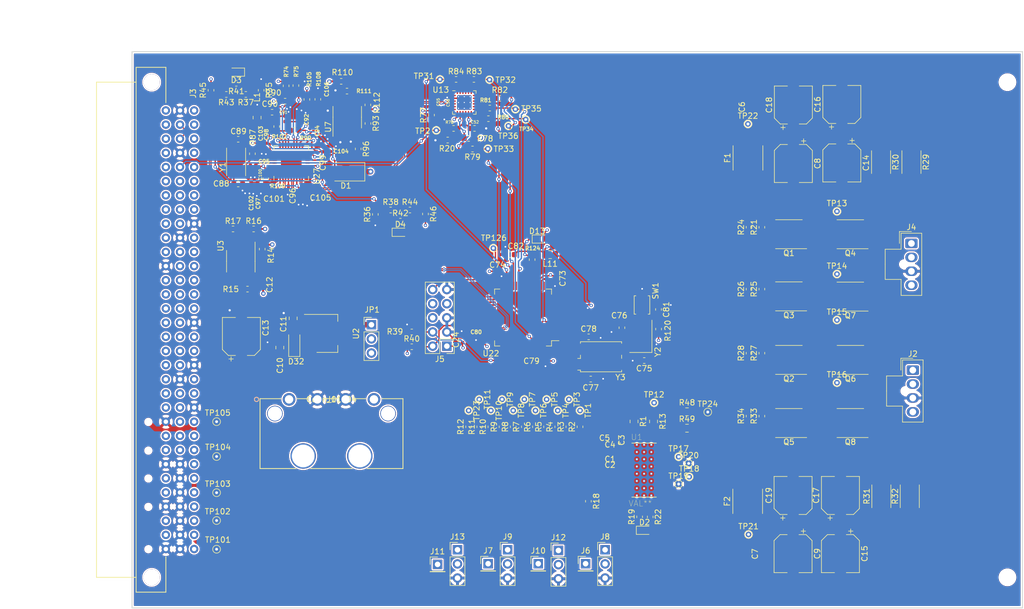
<source format=kicad_pcb>
(kicad_pcb (version 20171130) (host pcbnew 5.1.4-e60b266~84~ubuntu19.04.1)
  (layers (0 F.Cu signal) (1 In1.Cu signal) (2 In2.Cu signal) (31 B.Cu signal) (34 B.Paste user) (35 F.Paste user) (36 B.SilkS user) (37 F.SilkS user) (38 B.Mask user) (39 F.Mask user) (44 Edge.Cuts user))
  (net 0 "")
  (net 1 GND)
  (net 2 +3V3)
  (net 3 +5V)
  (net 4 +3V3_LOC)
  (net 5 /STM_RESET)
  (net 6 "Net-(D2-Pad2)")
  (net 7 +12V)
  (net 8 -5V)
  (net 9 +3V3_BP)
  (net 10 ADJ_DC)
  (net 11 /STM_RES1)
  (net 12 /STM_RES2)
  (net 13 /PORT_SEL)
  (net 14 "Net-(R16-Pad1)")
  (net 15 "Net-(R21-Pad1)")
  (net 16 "Net-(R24-Pad1)")
  (net 17 /RESET)
  (net 18 "Net-(R79-Pad2)")
  (net 19 /STM_BOOT0)
  (net 20 "Net-(R80-Pad2)")
  (net 21 "Net-(R81-Pad2)")
  (net 22 "Net-(R82-Pad2)")
  (net 23 /USB_DATA_N)
  (net 24 /USB_DATA_P)
  (net 25 /USB_DEBUG_N)
  (net 26 /USB_DEBUG_P)
  (net 27 /SPI0_CLK)
  (net 28 /SPI0_MOSI)
  (net 29 /SPI0_MISO)
  (net 30 "Net-(F1-Pad1)")
  (net 31 "Net-(C88-Pad1)")
  (net 32 "Net-(C89-Pad2)")
  (net 33 "Net-(C90-Pad1)")
  (net 34 "Net-(C91-Pad1)")
  (net 35 "Net-(C104-Pad1)")
  (net 36 "Net-(C100-Pad1)")
  (net 37 "Net-(R20-Pad2)")
  (net 38 "Net-(R26-Pad1)")
  (net 39 "Net-(R74-Pad2)")
  (net 40 "Net-(R93-Pad2)")
  (net 41 "Net-(R102-Pad1)")
  (net 42 "Net-(R105-Pad1)")
  (net 43 "Net-(R109-Pad1)")
  (net 44 "Net-(R110-Pad1)")
  (net 45 "Net-(R112-Pad2)")
  (net 46 /STM_USB_DATA_N)
  (net 47 /STM_USB_DATA_P)
  (net 48 "Net-(L1-Pad2)")
  (net 49 "Net-(C52-Pad1)")
  (net 50 "Net-(C75-Pad1)")
  (net 51 "Net-(C76-Pad1)")
  (net 52 "Net-(C77-Pad1)")
  (net 53 "Net-(C78-Pad1)")
  (net 54 "Net-(C82-Pad1)")
  (net 55 "Net-(D13-Pad1)")
  (net 56 "Net-(R15-Pad1)")
  (net 57 /STM_DEBUG_TX)
  (net 58 "Net-(R83-Pad2)")
  (net 59 "Net-(R84-Pad2)")
  (net 60 /STM_DEBUG_RX)
  (net 61 "Net-(R124-Pad2)")
  (net 62 /SWD_IO)
  (net 63 /SWD_SCK)
  (net 64 "Net-(C1-Pad2)")
  (net 65 "Net-(C3-Pad1)")
  (net 66 "Net-(C3-Pad2)")
  (net 67 "Net-(C5-Pad2)")
  (net 68 /motor_control/FAULTn)
  (net 69 /12V_EXT)
  (net 70 /BOUT2)
  (net 71 /BOUT1)
  (net 72 /AOUT1)
  (net 73 /AOUT2)
  (net 74 /M_SLEEPn)
  (net 75 /motor_control/SLEEPn)
  (net 76 /motor_control/RESET)
  (net 77 /M_RESET)
  (net 78 /motor_control/AIN1)
  (net 79 /M_AIN1)
  (net 80 /M_AIN2)
  (net 81 /motor_control/AIN2)
  (net 82 /motor_control/BIN1)
  (net 83 /M_BIN1)
  (net 84 /motor_control/BIN2)
  (net 85 /M_BIN2)
  (net 86 /M_SCLK)
  (net 87 /motor_control/SCLK)
  (net 88 /motor_control/SDATI)
  (net 89 /M_SDATI)
  (net 90 /M_SCS)
  (net 91 /motor_control/SCS)
  (net 92 /motor_control/SDATO)
  (net 93 /M_SDATO)
  (net 94 /M_FAULTn)
  (net 95 "Net-(R25-Pad1)")
  (net 96 "Net-(R27-Pad1)")
  (net 97 "Net-(R28-Pad1)")
  (net 98 "Net-(R33-Pad1)")
  (net 99 "Net-(R34-Pad1)")
  (net 100 "Net-(F2-Pad2)")
  (net 101 /V5)
  (net 102 "Net-(D3-Pad2)")
  (net 103 "Net-(D3-Pad1)")
  (net 104 "Net-(D4-Pad1)")
  (net 105 "Net-(D4-Pad2)")
  (net 106 "Net-(R37-Pad2)")
  (net 107 "Net-(R38-Pad2)")
  (net 108 /VM)
  (net 109 /motor_control/VM1)
  (net 110 /motor_control/VM2)
  (net 111 "Net-(Q1-Pad2)")
  (net 112 /motor_control/AOUT1)
  (net 113 "Net-(Q2-Pad2)")
  (net 114 /motor_control/BOUT1)
  (net 115 "Net-(Q3-Pad2)")
  (net 116 /motor_control/AOUT2)
  (net 117 "Net-(Q4-Pad1)")
  (net 118 "Net-(Q4-Pad2)")
  (net 119 "Net-(Q5-Pad2)")
  (net 120 /motor_control/BOUT2)
  (net 121 "Net-(Q6-Pad1)")
  (net 122 "Net-(Q6-Pad2)")
  (net 123 "Net-(Q7-Pad2)")
  (net 124 "Net-(Q8-Pad2)")
  (module Capacitor_SMD:C_0402_1005Metric (layer F.Cu) (at 79.26 61.99 270)
    (fp_text reference C98 (at -2.04 0.07 90) (layer F.SilkS) (effects (font (size 0.7 0.7))))
    (fp_text value 0.1uF)
    (pad 2 smd roundrect (at 0.485 0 270) (size 0.59 0.64) (layers F.Cu F.Paste F.Mask) (net 1 GND))
    (pad 1 smd roundrect (at -0.485 0 270) (size 0.59 0.64) (layers F.Cu F.Paste F.Mask) (net 2 +3V3))
  )
  (module Resistor_SMD:R_0603_1608Metric (layer F.Cu) (at 79.09 67.89 270)
    (fp_text reference R109 (at 1.32 -2.13 180) (layer F.SilkS) (effects (font (size 0.7 0.7))))
    (fp_text value "12.0K ")
    (pad 2 smd roundrect (at 0.7875 0 270) (size 0.875 0.95) (layers F.Cu F.Paste F.Mask) (net 1 GND))
    (pad 1 smd roundrect (at -0.7875 0 270) (size 0.875 0.95) (layers F.Cu F.Paste F.Mask) (net 43 "Net-(R109-Pad1)"))
  )
  (module Capacitor_SMD:C_0402_1005Metric (layer F.Cu) (at 117.65 96.9 90)
    (fp_text reference C80 (at 1.49 -0.8) (layer F.SilkS) (effects (font (size 0.7 0.7))))
    (fp_text value 100nF)
    (pad 2 smd roundrect (at 0.485 0 90) (size 0.59 0.64) (layers F.Cu F.Paste F.Mask) (net 1 GND))
    (pad 1 smd roundrect (at -0.485 0 90) (size 0.59 0.64) (layers F.Cu F.Paste F.Mask) (net 2 +3V3))
  )
  (module Capacitor_SMD:C_0402_1005Metric (layer F.Cu) (at 120.8 84.5)
    (fp_text reference C74 (at -0.13 -1.15) (layer F.SilkS))
    (fp_text value 100nF)
    (pad 2 smd roundrect (at 0.485 0) (size 0.59 0.64) (layers F.Cu F.Paste F.Mask) (net 1 GND))
    (pad 1 smd roundrect (at -0.485 0) (size 0.59 0.64) (layers F.Cu F.Paste F.Mask) (net 2 +3V3))
  )
  (module Capacitor_SMD:C_0402_1005Metric (layer F.Cu) (at 131.15 85.8 270)
    (fp_text reference C73 (at -0.01 -1.24 90) (layer F.SilkS))
    (fp_text value 100nF)
    (pad 2 smd roundrect (at 0.485 0 270) (size 0.59 0.64) (layers F.Cu F.Paste F.Mask) (net 1 GND))
    (pad 1 smd roundrect (at -0.485 0 270) (size 0.59 0.64) (layers F.Cu F.Paste F.Mask) (net 2 +3V3))
  )
  (module Capacitor_SMD:C_0402_1005Metric (layer F.Cu) (at 90.22 54.18 270)
    (fp_text reference C106 (at -2.35 0.21 270) (layer F.SilkS) (effects (font (size 0.7 0.7))))
    (fp_text value DNF)
    (pad 2 smd roundrect (at 0.485 0 270) (size 0.59 0.64) (layers F.Cu F.Paste F.Mask) (net 1 GND))
    (pad 1 smd roundrect (at -0.485 0 270) (size 0.59 0.64) (layers F.Cu F.Paste F.Mask) (net 2 +3V3))
  )
  (module Capacitor_SMD:C_0402_1005Metric (layer F.Cu) (at 79.64 70.12 180)
    (fp_text reference C101 (at -0.92 -1.37) (layer F.SilkS))
    (fp_text value 0.1uF)
    (pad 2 smd roundrect (at 0.485 0 180) (size 0.59 0.64) (layers F.Cu F.Paste F.Mask) (net 1 GND))
    (pad 1 smd roundrect (at -0.485 0 180) (size 0.59 0.64) (layers F.Cu F.Paste F.Mask) (net 2 +3V3))
  )
  (module Capacitor_SMD:C_0402_1005Metric (layer F.Cu) (at 89.35 62.56 90)
    (fp_text reference C99 (at -2.45 -0.03 270) (layer F.SilkS))
    (fp_text value 0.1uF)
    (pad 2 smd roundrect (at 0.485 0 90) (size 0.59 0.64) (layers F.Cu F.Paste F.Mask) (net 1 GND))
    (pad 1 smd roundrect (at -0.485 0 90) (size 0.59 0.64) (layers F.Cu F.Paste F.Mask) (net 35 "Net-(C104-Pad1)"))
  )
  (module Capacitor_SMD:C_0402_1005Metric (layer F.Cu) (at 77.62 69.07 270)
    (fp_text reference C97 (at 3.26 -0.09 90) (layer F.SilkS) (effects (font (size 0.7 0.7))))
    (fp_text value 0.1uF)
    (pad 2 smd roundrect (at 0.485 0 270) (size 0.59 0.64) (layers F.Cu F.Paste F.Mask) (net 1 GND))
    (pad 1 smd roundrect (at -0.485 0 270) (size 0.59 0.64) (layers F.Cu F.Paste F.Mask) (net 2 +3V3))
  )
  (module Capacitor_SMD:C_0402_1005Metric (layer F.Cu) (at 85.2 70.875 270)
    (fp_text reference C96 (at 0.075 1.29 270) (layer F.SilkS))
    (fp_text value 0.1uF)
    (pad 2 smd roundrect (at 0.485 0 270) (size 0.59 0.64) (layers F.Cu F.Paste F.Mask) (net 1 GND))
    (pad 1 smd roundrect (at -0.485 0 270) (size 0.59 0.64) (layers F.Cu F.Paste F.Mask) (net 2 +3V3))
  )
  (module Capacitor_SMD:C_0402_1005Metric (layer F.Cu) (at 76.81 66.69 180)
    (fp_text reference C95 (at -1.96 1.91 180) (layer F.SilkS) (effects (font (size 0.7 0.7))))
    (fp_text value 0.1uF)
    (pad 2 smd roundrect (at 0.485 0 180) (size 0.59 0.64) (layers F.Cu F.Paste F.Mask) (net 1 GND))
    (pad 1 smd roundrect (at -0.485 0 180) (size 0.59 0.64) (layers F.Cu F.Paste F.Mask) (net 36 "Net-(C100-Pad1)"))
  )
  (module Capacitor_SMD:C_0402_1005Metric (layer F.Cu) (at 88.15 62.56 90)
    (fp_text reference C94 (at 3.26 0.18 270) (layer F.SilkS) (effects (font (size 0.7 0.7))))
    (fp_text value 0.1uF)
    (pad 2 smd roundrect (at 0.485 0 90) (size 0.59 0.64) (layers F.Cu F.Paste F.Mask) (net 1 GND))
    (pad 1 smd roundrect (at -0.485 0 90) (size 0.59 0.64) (layers F.Cu F.Paste F.Mask) (net 35 "Net-(C104-Pad1)"))
  )
  (module Capacitor_SMD:C_0402_1005Metric (layer F.Cu) (at 85.34 57.135 90)
    (fp_text reference C92 (at -0.125 1.06 90) (layer F.SilkS) (effects (font (size 0.7 0.7))))
    (fp_text value 0.1uF)
    (pad 2 smd roundrect (at 0.485 0 90) (size 0.59 0.64) (layers F.Cu F.Paste F.Mask) (net 1 GND))
    (pad 1 smd roundrect (at -0.485 0 90) (size 0.59 0.64) (layers F.Cu F.Paste F.Mask) (net 34 "Net-(C91-Pad1)"))
  )
  (module Capacitor_SMD:C_0402_1005Metric (layer F.Cu) (at 129.25 100.6 180)
    (fp_text reference C79 (at 2.46 -0.02) (layer F.SilkS))
    (fp_text value 100nF)
    (pad 2 smd roundrect (at 0.485 0 180) (size 0.59 0.64) (layers F.Cu F.Paste F.Mask) (net 1 GND))
    (pad 1 smd roundrect (at -0.485 0 180) (size 0.59 0.64) (layers F.Cu F.Paste F.Mask) (net 2 +3V3))
  )
  (module Capacitor_SMD:C_0402_1005Metric (layer F.Cu) (at 111.42 55.91 270)
    (fp_text reference C56 (at -1.65 -0.4 90) (layer F.SilkS) (effects (font (size 0.5 0.5) (thickness 0.1))))
    (fp_text value 100nF)
    (pad 2 smd roundrect (at 0.485 0 270) (size 0.59 0.64) (layers F.Cu F.Paste F.Mask) (net 1 GND))
    (pad 1 smd roundrect (at -0.485 0 270) (size 0.59 0.64) (layers F.Cu F.Paste F.Mask) (net 2 +3V3))
  )
  (module Capacitor_SMD:C_0402_1005Metric (layer F.Cu) (at 110.27 55.91 270)
    (fp_text reference C55 (at -1.78 0.23 90) (layer F.SilkS) (effects (font (size 0.5 0.5) (thickness 0.1))))
    (fp_text value 4.7uF)
    (pad 2 smd roundrect (at 0.485 0 270) (size 0.59 0.64) (layers F.Cu F.Paste F.Mask) (net 1 GND))
    (pad 1 smd roundrect (at -0.485 0 270) (size 0.59 0.64) (layers F.Cu F.Paste F.Mask) (net 2 +3V3))
  )
  (module Capacitor_SMD:C_0402_1005Metric (layer F.Cu) (at 78.6 86.9 270)
    (fp_text reference C12 (at 0.02 -1.17 90) (layer F.SilkS))
    (fp_text value 100nF)
    (pad 2 smd roundrect (at 0.485 0 270) (size 0.59 0.64) (layers F.Cu F.Paste F.Mask) (net 2 +3V3))
    (pad 1 smd roundrect (at -0.485 0 270) (size 0.59 0.64) (layers F.Cu F.Paste F.Mask) (net 1 GND))
  )
  (module Diode_SMD:D_SMA (layer F.Cu) (at 93.46 66.64 180)
    (fp_text reference D1 (at 0 -2.5) (layer F.SilkS))
    (fp_text value B240A-13)
    (pad 2 smd rect (at 2 0 180) (size 2.5 1.8) (layers F.Cu F.Paste F.Mask) (net 34 "Net-(C91-Pad1)"))
    (pad 1 smd rect (at -2 0 180) (size 2.5 1.8) (layers F.Cu F.Paste F.Mask) (net 3 +5V))
  )
  (module Resistor_SMD:R_0603_1608Metric (layer F.Cu) (at 105.2875 95.4 180)
    (fp_text reference R39 (at 3.0175 0.06) (layer F.SilkS))
    (fp_text value 100K)
    (pad 2 smd roundrect (at 0.7875 0 180) (size 0.875 0.95) (layers F.Cu F.Paste F.Mask) (net 1 GND))
    (pad 1 smd roundrect (at -0.7875 0 180) (size 0.875 0.95) (layers F.Cu F.Paste F.Mask) (net 63 /SWD_SCK))
  )
  (module Devtank_PCB_Lib:Socket_DIN41612-CaseC1-full-Male-96Pin-3rows_correct (layer F.Cu) (at 63.68 95 270)
    (fp_text reference J3 (at -42.422 -2.36 270) (layer F.SilkS))
    (fp_text value Conn_03x32_DIN41612)
    (pad 1 thru_hole circle (at 44.45 5.08 270) (size 2.90068 2.90068) (drill 2.90068) (layers *.Cu *.Mask))
    (pad 1 thru_hole circle (at -44.45 5.08 270) (size 2.90068 2.90068) (drill 2.90068) (layers *.Cu *.Mask))
    (pad 32c thru_hole circle (at -39.37 -2.54 90) (size 1.50114 1.50114) (drill 0.8001) (layers *.Cu *.Mask))
    (pad 31c thru_hole circle (at -36.83 -2.54 90) (size 1.50114 1.50114) (drill 0.8001) (layers *.Cu *.Mask))
    (pad 30c thru_hole circle (at -34.29 -2.54 90) (size 1.50114 1.50114) (drill 0.8001) (layers *.Cu *.Mask))
    (pad 29c thru_hole circle (at -31.75 -2.54 90) (size 1.50114 1.50114) (drill 0.8001) (layers *.Cu *.Mask))
    (pad 28c thru_hole circle (at -29.21 -2.54 90) (size 1.50114 1.50114) (drill 0.8001) (layers *.Cu *.Mask))
    (pad 27c thru_hole circle (at -26.67 -2.54 90) (size 1.50114 1.50114) (drill 0.8001) (layers *.Cu *.Mask))
    (pad 26c thru_hole circle (at -24.13 -2.54 90) (size 1.50114 1.50114) (drill 0.8001) (layers *.Cu *.Mask))
    (pad 25c thru_hole circle (at -21.59 -2.54 90) (size 1.50114 1.50114) (drill 0.8001) (layers *.Cu *.Mask))
    (pad 24c thru_hole circle (at -19.05 -2.54 90) (size 1.50114 1.50114) (drill 0.8001) (layers *.Cu *.Mask) (net 1 GND))
    (pad 23c thru_hole circle (at -16.51 -2.54 90) (size 1.50114 1.50114) (drill 0.8001) (layers *.Cu *.Mask))
    (pad 22c thru_hole circle (at -13.97 -2.54 90) (size 1.50114 1.50114) (drill 0.8001) (layers *.Cu *.Mask))
    (pad 21c thru_hole circle (at -11.43 -2.54 90) (size 1.50114 1.50114) (drill 0.8001) (layers *.Cu *.Mask))
    (pad 20c thru_hole circle (at -8.89 -2.54 90) (size 1.50114 1.50114) (drill 0.8001) (layers *.Cu *.Mask))
    (pad 19c thru_hole circle (at -6.35 -2.54 90) (size 1.50114 1.50114) (drill 0.8001) (layers *.Cu *.Mask))
    (pad 18c thru_hole circle (at -3.81 -2.54 90) (size 1.50114 1.50114) (drill 0.8001) (layers *.Cu *.Mask))
    (pad 17c thru_hole circle (at -1.27 -2.54 90) (size 1.50114 1.50114) (drill 0.8001) (layers *.Cu *.Mask) (net 1 GND))
    (pad 16c thru_hole circle (at 1.27 -2.54 90) (size 1.50114 1.50114) (drill 0.8001) (layers *.Cu *.Mask))
    (pad 15c thru_hole circle (at 3.81 -2.54 90) (size 1.50114 1.50114) (drill 0.8001) (layers *.Cu *.Mask))
    (pad 14c thru_hole circle (at 6.35 -2.54 90) (size 1.50114 1.50114) (drill 0.8001) (layers *.Cu *.Mask) (net 1 GND))
    (pad 13c thru_hole circle (at 8.89 -2.54 90) (size 1.50114 1.50114) (drill 0.8001) (layers *.Cu *.Mask))
    (pad 12c thru_hole circle (at 11.43 -2.54 90) (size 1.50114 1.50114) (drill 0.8001) (layers *.Cu *.Mask))
    (pad 11c thru_hole circle (at 13.97 -2.54 90) (size 1.50114 1.50114) (drill 0.8001) (layers *.Cu *.Mask) (net 1 GND))
    (pad 10c thru_hole circle (at 16.51 -2.54 90) (size 1.50114 1.50114) (drill 0.8001) (layers *.Cu *.Mask) (net 10 ADJ_DC))
    (pad 9c thru_hole circle (at 19.05 -2.54 90) (size 1.50114 1.50114) (drill 0.8001) (layers *.Cu *.Mask) (net 10 ADJ_DC))
    (pad 8c thru_hole circle (at 21.59 -2.54 90) (size 1.50114 1.50114) (drill 0.8001) (layers *.Cu *.Mask) (net 9 +3V3_BP))
    (pad 7c thru_hole circle (at 24.13 -2.54 90) (size 1.50114 1.50114) (drill 0.8001) (layers *.Cu *.Mask) (net 9 +3V3_BP))
    (pad 6c thru_hole circle (at 26.67 -2.54 90) (size 1.50114 1.50114) (drill 0.8001) (layers *.Cu *.Mask) (net 8 -5V))
    (pad 5c thru_hole circle (at 29.21 -2.54 90) (size 1.50114 1.50114) (drill 0.8001) (layers *.Cu *.Mask) (net 8 -5V))
    (pad 3c thru_hole circle (at 34.29 -2.54 90) (size 1.50114 1.50114) (drill 0.8001) (layers *.Cu *.Mask) (net 3 +5V))
    (pad 4c thru_hole circle (at 31.75 -2.54 90) (size 1.50114 1.50114) (drill 0.8001) (layers *.Cu *.Mask) (net 3 +5V))
    (pad 2c thru_hole circle (at 36.83 -2.54 90) (size 1.50114 1.50114) (drill 0.8001) (layers *.Cu *.Mask) (net 7 +12V))
    (pad 1c thru_hole circle (at 39.37 -2.54 90) (size 1.50114 1.50114) (drill 0.8001) (layers *.Cu *.Mask) (net 7 +12V))
    (pad 1b thru_hole circle (at 39.37 0 90) (size 1.50114 1.50114) (drill 0.8001) (layers *.Cu *.Mask) (net 1 GND))
    (pad 2b thru_hole circle (at 36.83 0 90) (size 1.50114 1.50114) (drill 0.8001) (layers *.Cu *.Mask) (net 1 GND))
    (pad 4b thru_hole circle (at 31.75 0 90) (size 1.50114 1.50114) (drill 0.8001) (layers *.Cu *.Mask) (net 1 GND))
    (pad 3b thru_hole circle (at 34.29 0 90) (size 1.50114 1.50114) (drill 0.8001) (layers *.Cu *.Mask) (net 1 GND))
    (pad 5b thru_hole circle (at 29.21 0 90) (size 1.50114 1.50114) (drill 0.8001) (layers *.Cu *.Mask) (net 1 GND))
    (pad 6b thru_hole circle (at 26.67 0 90) (size 1.50114 1.50114) (drill 0.8001) (layers *.Cu *.Mask) (net 1 GND))
    (pad 7b thru_hole circle (at 24.13 0 90) (size 1.50114 1.50114) (drill 0.8001) (layers *.Cu *.Mask) (net 1 GND))
    (pad 8b thru_hole circle (at 21.59 0 90) (size 1.50114 1.50114) (drill 0.8001) (layers *.Cu *.Mask) (net 28 /SPI0_MOSI))
    (pad 9b thru_hole circle (at 19.05 0 90) (size 1.50114 1.50114) (drill 0.8001) (layers *.Cu *.Mask) (net 29 /SPI0_MISO))
    (pad 10b thru_hole circle (at 16.51 0 90) (size 1.50114 1.50114) (drill 0.8001) (layers *.Cu *.Mask) (net 27 /SPI0_CLK))
    (pad 11b thru_hole circle (at 13.97 0 90) (size 1.50114 1.50114) (drill 0.8001) (layers *.Cu *.Mask))
    (pad 12b thru_hole circle (at 11.43 0 90) (size 1.50114 1.50114) (drill 0.8001) (layers *.Cu *.Mask))
    (pad 13b thru_hole circle (at 8.89 0 90) (size 1.50114 1.50114) (drill 0.8001) (layers *.Cu *.Mask) (net 1 GND))
    (pad 14b thru_hole circle (at 6.35 0 90) (size 1.50114 1.50114) (drill 0.8001) (layers *.Cu *.Mask))
    (pad 15b thru_hole circle (at 3.81 0 90) (size 1.50114 1.50114) (drill 0.8001) (layers *.Cu *.Mask))
    (pad 16b thru_hole circle (at 1.27 0 90) (size 1.50114 1.50114) (drill 0.8001) (layers *.Cu *.Mask))
    (pad 17b thru_hole circle (at -1.27 0 90) (size 1.50114 1.50114) (drill 0.8001) (layers *.Cu *.Mask))
    (pad 18b thru_hole circle (at -3.81 0 90) (size 1.50114 1.50114) (drill 0.8001) (layers *.Cu *.Mask))
    (pad 19b thru_hole circle (at -6.35 0 90) (size 1.50114 1.50114) (drill 0.8001) (layers *.Cu *.Mask))
    (pad 20b thru_hole circle (at -8.89 0 90) (size 1.50114 1.50114) (drill 0.8001) (layers *.Cu *.Mask))
    (pad 21b thru_hole circle (at -11.43 0 90) (size 1.50114 1.50114) (drill 0.8001) (layers *.Cu *.Mask))
    (pad 22b thru_hole circle (at -13.97 0 90) (size 1.50114 1.50114) (drill 0.8001) (layers *.Cu *.Mask))
    (pad 23b thru_hole circle (at -16.51 0 90) (size 1.50114 1.50114) (drill 0.8001) (layers *.Cu *.Mask) (net 1 GND))
    (pad 24b thru_hole circle (at -19.05 0 90) (size 1.50114 1.50114) (drill 0.8001) (layers *.Cu *.Mask))
    (pad 25b thru_hole circle (at -21.59 0 90) (size 1.50114 1.50114) (drill 0.8001) (layers *.Cu *.Mask))
    (pad 26b thru_hole circle (at -24.13 0 90) (size 1.50114 1.50114) (drill 0.8001) (layers *.Cu *.Mask) (net 13 /PORT_SEL))
    (pad 27b thru_hole circle (at -26.67 0 90) (size 1.50114 1.50114) (drill 0.8001) (layers *.Cu *.Mask))
    (pad 28b thru_hole circle (at -29.21 0 90) (size 1.50114 1.50114) (drill 0.8001) (layers *.Cu *.Mask) (net 17 /RESET))
    (pad 29b thru_hole circle (at -31.75 0 90) (size 1.50114 1.50114) (drill 0.8001) (layers *.Cu *.Mask) (net 1 GND))
    (pad 30b thru_hole circle (at -34.29 0 90) (size 1.50114 1.50114) (drill 0.8001) (layers *.Cu *.Mask) (net 23 /USB_DATA_N))
    (pad 31b thru_hole circle (at -36.83 0 90) (size 1.50114 1.50114) (drill 0.8001) (layers *.Cu *.Mask) (net 24 /USB_DATA_P))
    (pad 32b thru_hole circle (at -39.37 0 90) (size 1.50114 1.50114) (drill 0.8001) (layers *.Cu *.Mask) (net 1 GND))
    (pad 32a thru_hole circle (at -39.37 2.54 90) (size 1.50114 1.50114) (drill 0.8001) (layers *.Cu *.Mask))
    (pad 31a thru_hole circle (at -36.83 2.54 90) (size 1.50114 1.50114) (drill 0.8001) (layers *.Cu *.Mask))
    (pad 30a thru_hole circle (at -34.29 2.54 90) (size 1.50114 1.50114) (drill 0.8001) (layers *.Cu *.Mask))
    (pad 29a thru_hole circle (at -31.75 2.54 90) (size 1.50114 1.50114) (drill 0.8001) (layers *.Cu *.Mask))
    (pad 28a thru_hole circle (at -29.21 2.54 90) (size 1.50114 1.50114) (drill 0.8001) (layers *.Cu *.Mask))
    (pad 27a thru_hole circle (at -26.67 2.54 90) (size 1.50114 1.50114) (drill 0.8001) (layers *.Cu *.Mask))
    (pad 26a thru_hole circle (at -24.13 2.54 90) (size 1.50114 1.50114) (drill 0.8001) (layers *.Cu *.Mask))
    (pad 25a thru_hole circle (at -21.59 2.54 90) (size 1.50114 1.50114) (drill 0.8001) (layers *.Cu *.Mask))
    (pad 24a thru_hole circle (at -19.05 2.54 90) (size 1.50114 1.50114) (drill 0.8001) (layers *.Cu *.Mask))
    (pad 23a thru_hole circle (at -16.51 2.54 90) (size 1.50114 1.50114) (drill 0.8001) (layers *.Cu *.Mask))
    (pad 22a thru_hole circle (at -13.97 2.54 90) (size 1.50114 1.50114) (drill 0.8001) (layers *.Cu *.Mask))
    (pad 21a thru_hole circle (at -11.43 2.54 90) (size 1.50114 1.50114) (drill 0.8001) (layers *.Cu *.Mask) (net 1 GND))
    (pad 20a thru_hole circle (at -8.89 2.54 90) (size 1.50114 1.50114) (drill 0.8001) (layers *.Cu *.Mask))
    (pad 19a thru_hole circle (at -6.35 2.54 90) (size 1.50114 1.50114) (drill 0.8001) (layers *.Cu *.Mask))
    (pad 18a thru_hole circle (at -3.81 2.54 90) (size 1.50114 1.50114) (drill 0.8001) (layers *.Cu *.Mask))
    (pad 17a thru_hole circle (at -1.27 2.54 90) (size 1.50114 1.50114) (drill 0.8001) (layers *.Cu *.Mask))
    (pad 16a thru_hole circle (at 1.27 2.54 90) (size 1.50114 1.50114) (drill 0.8001) (layers *.Cu *.Mask))
    (pad 15a thru_hole circle (at 3.81 2.54 90) (size 1.50114 1.50114) (drill 0.8001) (layers *.Cu *.Mask))
    (pad 14a thru_hole circle (at 6.35 2.54 90) (size 1.50114 1.50114) (drill 0.8001) (layers *.Cu *.Mask))
    (pad 13a thru_hole circle (at 8.89 2.54 90) (size 1.50114 1.50114) (drill 0.8001) (layers *.Cu *.Mask))
    (pad 12a thru_hole circle (at 11.43 2.54 90) (size 1.50114 1.50114) (drill 0.8001) (layers *.Cu *.Mask))
    (pad 11a thru_hole circle (at 13.97 2.54 90) (size 1.50114 1.50114) (drill 0.8001) (layers *.Cu *.Mask))
    (pad 10a thru_hole circle (at 16.51 2.54 90) (size 1.50114 1.50114) (drill 0.8001) (layers *.Cu *.Mask) (net 1 GND))
    (pad 9a thru_hole circle (at 19.05 2.54 90) (size 1.50114 1.50114) (drill 0.8001) (layers *.Cu *.Mask))
    (pad 8a thru_hole circle (at 21.59 2.54 90) (size 1.50114 1.50114) (drill 0.8001) (layers *.Cu *.Mask))
    (pad 7a thru_hole circle (at 24.13 2.54 90) (size 1.50114 1.50114) (drill 0.8001) (layers *.Cu *.Mask) (net 1 GND))
    (pad 6a thru_hole circle (at 26.67 2.54 90) (size 1.50114 1.50114) (drill 0.8001) (layers *.Cu *.Mask))
    (pad 5a thru_hole circle (at 29.21 2.54 90) (size 1.50114 1.50114) (drill 0.8001) (layers *.Cu *.Mask))
    (pad 3a thru_hole circle (at 34.29 2.54 90) (size 1.50114 1.50114) (drill 0.8001) (layers *.Cu *.Mask))
    (pad 4a thru_hole circle (at 31.75 2.54 90) (size 1.50114 1.50114) (drill 0.8001) (layers *.Cu *.Mask) (net 1 GND))
    (pad 2a thru_hole circle (at 36.83 2.54 90) (size 1.50114 1.50114) (drill 0.8001) (layers *.Cu *.Mask))
    (pad 1a thru_hole circle (at 39.37 2.54 90) (size 1.50114 1.50114) (drill 0.8001) (layers *.Cu *.Mask) (net 1 GND))
  )
  (module Capacitor_SMD:C_0603_1608Metric (layer F.Cu) (at 74.13 68.82)
    (fp_text reference C88 (at -3.04 -0.05) (layer F.SilkS))
    (fp_text value 33pF)
    (pad 2 smd roundrect (at 0.7875 0) (size 0.875 0.95) (layers F.Cu F.Paste F.Mask) (net 1 GND))
    (pad 1 smd roundrect (at -0.7875 0) (size 0.875 0.95) (layers F.Cu F.Paste F.Mask) (net 31 "Net-(C88-Pad1)"))
  )
  (module Capacitor_SMD:C_0603_1608Metric (layer F.Cu) (at 74.13 60.8 180)
    (fp_text reference C89 (at -0.05 1.43) (layer F.SilkS))
    (fp_text value 33pF)
    (pad 2 smd roundrect (at 0.7875 0 180) (size 0.875 0.95) (layers F.Cu F.Paste F.Mask) (net 32 "Net-(C89-Pad2)"))
    (pad 1 smd roundrect (at -0.7875 0 180) (size 0.875 0.95) (layers F.Cu F.Paste F.Mask) (net 1 GND))
  )
  (module Capacitor_SMD:C_0603_1608Metric (layer F.Cu) (at 80.21 55.94)
    (fp_text reference C90 (at -0.4 -1.48) (layer F.SilkS))
    (fp_text value 0.1uF)
    (pad 2 smd roundrect (at 0.7875 0) (size 0.875 0.95) (layers F.Cu F.Paste F.Mask) (net 1 GND))
    (pad 1 smd roundrect (at -0.7875 0) (size 0.875 0.95) (layers F.Cu F.Paste F.Mask) (net 33 "Net-(C90-Pad1)"))
  )
  (module Capacitor_SMD:C_0402_1005Metric (layer F.Cu) (at 82.59 57.135 90)
    (fp_text reference C91 (at 1.185 -0.34 180) (layer F.SilkS) (effects (font (size 0.5 0.5) (thickness 0.1))))
    (fp_text value "1.0uF ")
    (pad 2 smd roundrect (at 0.485 0 90) (size 0.59 0.64) (layers F.Cu F.Paste F.Mask) (net 1 GND))
    (pad 1 smd roundrect (at -0.485 0 90) (size 0.59 0.64) (layers F.Cu F.Paste F.Mask) (net 34 "Net-(C91-Pad1)"))
  )
  (module Capacitor_SMD:C_0402_1005Metric (layer F.Cu) (at 76.795 65.49 180)
    (fp_text reference C100 (at -1.285 -1.61 270) (layer F.SilkS) (effects (font (size 0.5 0.5) (thickness 0.1))))
    (fp_text value "4.7uF ")
    (pad 2 smd roundrect (at 0.485 0 180) (size 0.59 0.64) (layers F.Cu F.Paste F.Mask) (net 1 GND))
    (pad 1 smd roundrect (at -0.485 0 180) (size 0.59 0.64) (layers F.Cu F.Paste F.Mask) (net 36 "Net-(C100-Pad1)"))
  )
  (module Capacitor_SMD:C_0402_1005Metric (layer F.Cu) (at 76.445 69.07 270)
    (fp_text reference C102 (at 3.19 -0.025 90) (layer F.SilkS) (effects (font (size 0.7 0.7))))
    (fp_text value 4.7uF)
    (pad 2 smd roundrect (at 0.485 0 270) (size 0.59 0.64) (layers F.Cu F.Paste F.Mask) (net 1 GND))
    (pad 1 smd roundrect (at -0.485 0 270) (size 0.59 0.64) (layers F.Cu F.Paste F.Mask) (net 2 +3V3))
  )
  (module Capacitor_SMD:C_0402_1005Metric (layer F.Cu) (at 78.16 61.99 270)
    (fp_text reference C103 (at -2.22 -0.01 90) (layer F.SilkS) (effects (font (size 0.7 0.7))))
    (fp_text value "4.7uF ")
    (pad 2 smd roundrect (at 0.485 0 270) (size 0.59 0.64) (layers F.Cu F.Paste F.Mask) (net 1 GND))
    (pad 1 smd roundrect (at -0.485 0 270) (size 0.59 0.64) (layers F.Cu F.Paste F.Mask) (net 2 +3V3))
  )
  (module Capacitor_SMD:C_0402_1005Metric (layer F.Cu) (at 90.65 62.51 90)
    (fp_text reference C104 (at -0.45 1.96) (layer F.SilkS) (effects (font (size 0.7 0.7))))
    (fp_text value 4.7uF)
    (pad 2 smd roundrect (at 0.485 0 90) (size 0.59 0.64) (layers F.Cu F.Paste F.Mask) (net 1 GND))
    (pad 1 smd roundrect (at -0.485 0 90) (size 0.59 0.64) (layers F.Cu F.Paste F.Mask) (net 35 "Net-(C104-Pad1)"))
  )
  (module Capacitor_SMD:C_0402_1005Metric (layer F.Cu) (at 86.43 71.275 270)
    (fp_text reference C105 (at 0.025 -2.48 180) (layer F.SilkS))
    (fp_text value "4.7uF ")
    (pad 2 smd roundrect (at 0.485 0 270) (size 0.59 0.64) (layers F.Cu F.Paste F.Mask) (net 1 GND))
    (pad 1 smd roundrect (at -0.485 0 270) (size 0.59 0.64) (layers F.Cu F.Paste F.Mask) (net 2 +3V3))
  )
  (module Resistor_SMD:R_0603_1608Metric (layer F.Cu) (at 111.74 60.94)
    (fp_text reference R20 (at -0.11 1.53) (layer F.SilkS))
    (fp_text value 47K)
    (pad 2 smd roundrect (at 0.7875 0) (size 0.875 0.95) (layers F.Cu F.Paste F.Mask) (net 37 "Net-(R20-Pad2)"))
    (pad 1 smd roundrect (at -0.7875 0) (size 0.875 0.95) (layers F.Cu F.Paste F.Mask) (net 1 GND))
  )
  (module Resistor_SMD:R_0603_1608Metric (layer F.Cu) (at 82.73 51.2075 270)
    (fp_text reference R74 (at -2.5475 -0.04 90) (layer F.SilkS) (effects (font (size 0.7 0.7))))
    (fp_text value DNF)
    (pad 2 smd roundrect (at 0.7875 0 270) (size 0.875 0.95) (layers F.Cu F.Paste F.Mask) (net 39 "Net-(R74-Pad2)"))
    (pad 1 smd roundrect (at -0.7875 0 270) (size 0.875 0.95) (layers F.Cu F.Paste F.Mask) (net 2 +3V3))
  )
  (module Resistor_SMD:R_0603_1608Metric (layer F.Cu) (at 84.49 51.1575 270)
    (fp_text reference R75 (at -2.5175 -0.07 90) (layer F.SilkS) (effects (font (size 0.7 0.7))))
    (fp_text value "10K ")
    (pad 2 smd roundrect (at 0.7875 0 270) (size 0.875 0.95) (layers F.Cu F.Paste F.Mask) (net 39 "Net-(R74-Pad2)"))
    (pad 1 smd roundrect (at -0.7875 0 270) (size 0.875 0.95) (layers F.Cu F.Paste F.Mask) (net 1 GND))
  )
  (module Resistor_SMD:R_0603_1608Metric (layer F.Cu) (at 82.55 53.96)
    (fp_text reference R90 (at -2.11 -1.51) (layer F.SilkS))
    (fp_text value 100K)
    (pad 2 smd roundrect (at 0.7875 0) (size 0.875 0.95) (layers F.Cu F.Paste F.Mask) (net 33 "Net-(C90-Pad1)"))
    (pad 1 smd roundrect (at -0.7875 0) (size 0.875 0.95) (layers F.Cu F.Paste F.Mask) (net 2 +3V3))
  )
  (module Resistor_SMD:R_0603_1608Metric (layer F.Cu) (at 97.43 57.9625 270)
    (fp_text reference R93 (at 0 -1.43 90) (layer F.SilkS))
    (fp_text value 100K)
    (pad 2 smd roundrect (at 0.7875 0 270) (size 0.875 0.95) (layers F.Cu F.Paste F.Mask) (net 40 "Net-(R93-Pad2)"))
    (pad 1 smd roundrect (at -0.7875 0 270) (size 0.875 0.95) (layers F.Cu F.Paste F.Mask) (net 2 +3V3))
  )
  (module Resistor_SMD:R_0603_1608Metric (layer F.Cu) (at 95.67 62.53 270)
    (fp_text reference R96 (at 0 -1.43 90) (layer F.SilkS))
    (fp_text value DNF)
    (pad 2 smd roundrect (at 0.7875 0 270) (size 0.875 0.95) (layers F.Cu F.Paste F.Mask) (net 40 "Net-(R93-Pad2)"))
    (pad 1 smd roundrect (at -0.7875 0 270) (size 0.875 0.95) (layers F.Cu F.Paste F.Mask) (net 1 GND))
  )
  (module Resistor_SMD:R_0603_1608Metric (layer F.Cu) (at 84.2625 59.21 180)
    (fp_text reference R99 (at -1.9575 -1.38) (layer F.SilkS) (effects (font (size 0.7 0.7))))
    (fp_text value 10K)
    (pad 2 smd roundrect (at 0.7875 0 180) (size 0.875 0.95) (layers F.Cu F.Paste F.Mask) (net 41 "Net-(R102-Pad1)"))
    (pad 1 smd roundrect (at -0.7875 0 180) (size 0.875 0.95) (layers F.Cu F.Paste F.Mask) (net 34 "Net-(C91-Pad1)"))
  )
  (module Resistor_SMD:R_0603_1608Metric (layer F.Cu) (at 81.05 58.51 90)
    (fp_text reference R102 (at -1.83 0.46 180) (layer F.SilkS) (effects (font (size 0.7 0.7))))
    (fp_text value 10K)
    (pad 2 smd roundrect (at 0.7875 0 90) (size 0.875 0.95) (layers F.Cu F.Paste F.Mask) (net 1 GND))
    (pad 1 smd roundrect (at -0.7875 0 90) (size 0.875 0.95) (layers F.Cu F.Paste F.Mask) (net 41 "Net-(R102-Pad1)"))
  )
  (module Resistor_SMD:R_0603_1608Metric (layer F.Cu) (at 86.46 53.6475 90)
    (fp_text reference R105 (at 3.6175 0.42 90) (layer F.SilkS) (effects (font (size 0.7 0.7))))
    (fp_text value 10K)
    (pad 2 smd roundrect (at 0.7875 0 90) (size 0.875 0.95) (layers F.Cu F.Paste F.Mask) (net 2 +3V3))
    (pad 1 smd roundrect (at -0.7875 0 90) (size 0.875 0.95) (layers F.Cu F.Paste F.Mask) (net 42 "Net-(R105-Pad1)"))
  )
  (module Resistor_SMD:R_0603_1608Metric (layer F.Cu) (at 88.43 53.63 90)
    (fp_text reference R108 (at 3.65 0.13 90) (layer F.SilkS) (effects (font (size 0.7 0.7))))
    (fp_text value DNF)
    (pad 2 smd roundrect (at 0.7875 0 90) (size 0.875 0.95) (layers F.Cu F.Paste F.Mask) (net 1 GND))
    (pad 1 smd roundrect (at -0.7875 0 90) (size 0.875 0.95) (layers F.Cu F.Paste F.Mask) (net 42 "Net-(R105-Pad1)"))
  )
  (module Resistor_SMD:R_0603_1608Metric (layer F.Cu) (at 92.62 50.4 180)
    (fp_text reference R110 (at -0.22 1.62) (layer F.SilkS))
    (fp_text value DNF)
    (pad 2 smd roundrect (at 0.7875 0 180) (size 0.875 0.95) (layers F.Cu F.Paste F.Mask) (net 2 +3V3))
    (pad 1 smd roundrect (at -0.7875 0 180) (size 0.875 0.95) (layers F.Cu F.Paste F.Mask) (net 44 "Net-(R110-Pad1)"))
  )
  (module Resistor_SMD:R_0603_1608Metric (layer F.Cu) (at 93.66 52.15 180)
    (fp_text reference R111 (at -3.05 0.01) (layer F.SilkS) (effects (font (size 0.7 0.7))))
    (fp_text value 10K)
    (pad 2 smd roundrect (at 0.7875 0 180) (size 0.875 0.95) (layers F.Cu F.Paste F.Mask) (net 1 GND))
    (pad 1 smd roundrect (at -0.7875 0 180) (size 0.875 0.95) (layers F.Cu F.Paste F.Mask) (net 44 "Net-(R110-Pad1)"))
  )
  (module Resistor_SMD:R_0603_1608Metric (layer F.Cu) (at 97.41 54.63 90)
    (fp_text reference R112 (at 0.37 1.61 90) (layer F.SilkS))
    (fp_text value DNF)
    (pad 2 smd roundrect (at 0.7875 0 90) (size 0.875 0.95) (layers F.Cu F.Paste F.Mask) (net 45 "Net-(R112-Pad2)"))
    (pad 1 smd roundrect (at -0.7875 0 90) (size 0.875 0.95) (layers F.Cu F.Paste F.Mask) (net 2 +3V3))
  )
  (module Inductor_SMD:L_0805_2012Metric (layer F.Cu) (at 77.52 56.91 270)
    (fp_text reference L1 (at -3.65 0 90) (layer F.SilkS))
    (fp_text value 500mA/0.10DCR)
    (pad 2 smd roundrect (at 0.9375 0 270) (size 0.975 1.4) (layers F.Cu F.Paste F.Mask) (net 48 "Net-(L1-Pad2)"))
    (pad 1 smd roundrect (at -0.9375 0 270) (size 0.975 1.4) (layers F.Cu F.Paste F.Mask) (net 1 GND))
  )
  (module Package_SO:SOIC-8_3.9x4.9mm_P1.27mm (layer F.Cu) (at 93.705001 56.834999 90)
    (fp_text reference U7 (at -1.765001 -3.425001 90) (layer F.SilkS))
    (fp_text value DNF)
    (pad 8 smd roundrect (at 2.475 -1.905 90) (size 1.95 0.6) (layers F.Cu F.Paste F.Mask) (net 2 +3V3))
    (pad 7 smd roundrect (at 2.475 -0.635 90) (size 1.95 0.6) (layers F.Cu F.Paste F.Mask) (net 1 GND))
    (pad 6 smd roundrect (at 2.475 0.635 90) (size 1.95 0.6) (layers F.Cu F.Paste F.Mask) (net 44 "Net-(R110-Pad1)"))
    (pad 5 smd roundrect (at 2.475 1.905 90) (size 1.95 0.6) (layers F.Cu F.Paste F.Mask) (net 45 "Net-(R112-Pad2)"))
    (pad 4 smd roundrect (at -2.475 1.905 90) (size 1.95 0.6) (layers F.Cu F.Paste F.Mask) (net 1 GND))
    (pad 3 smd roundrect (at -2.475 0.635 90) (size 1.95 0.6) (layers F.Cu F.Paste F.Mask) (net 1 GND))
    (pad 2 smd roundrect (at -2.475 -0.635 90) (size 1.95 0.6) (layers F.Cu F.Paste F.Mask) (net 1 GND))
    (pad 1 smd roundrect (at -2.475 -1.905 90) (size 1.95 0.6) (layers F.Cu F.Paste F.Mask) (net 1 GND))
  )
  (module Capacitor_SMD:C_0805_2012Metric (layer F.Cu) (at 81.6 98.2 270)
    (fp_text reference C10 (at 3.22 -0.03 90) (layer F.SilkS))
    (fp_text value 10uF)
    (pad 2 smd roundrect (at 0.9375 0 270) (size 0.975 1.4) (layers F.Cu F.Paste F.Mask) (net 3 +5V))
    (pad 1 smd roundrect (at -0.9375 0 270) (size 0.975 1.4) (layers F.Cu F.Paste F.Mask) (net 1 GND))
  )
  (module Capacitor_SMD:C_0805_2012Metric (layer F.Cu) (at 84 92.95 270)
    (fp_text reference C11 (at 1.03 1.76 90) (layer F.SilkS))
    (fp_text value 10uF)
    (pad 2 smd roundrect (at 0.9375 0 270) (size 0.975 1.4) (layers F.Cu F.Paste F.Mask) (net 4 +3V3_LOC))
    (pad 1 smd roundrect (at -0.9375 0 270) (size 0.975 1.4) (layers F.Cu F.Paste F.Mask) (net 1 GND))
  )
  (module Diode_SMD:D_SOD-123 (layer F.Cu) (at 84.2 97.55 90)
    (fp_text reference D32 (at -3.15 0.33 180) (layer F.SilkS))
    (fp_text value MBR230LSFT1G)
    (pad 2 smd rect (at 1.65 0 90) (size 0.9 1.2) (layers F.Cu F.Paste F.Mask) (net 4 +3V3_LOC))
    (pad 1 smd rect (at -1.65 0 90) (size 0.9 1.2) (layers F.Cu F.Paste F.Mask) (net 3 +5V))
  )
  (module Connector_PinHeader_2.54mm:PinHeader_1x03_P2.54mm_Vertical (layer F.Cu) (at 98.05 94.1)
    (fp_text reference JP1 (at 0.13 -2.7) (layer F.SilkS))
    (fp_text value Jumper_NC_Dual)
    (pad 3 thru_hole oval (at 0 5.08) (size 1.7 1.7) (drill 1) (layers *.Cu *.Mask) (net 9 +3V3_BP))
    (pad 2 thru_hole oval (at 0 2.54) (size 1.7 1.7) (drill 1) (layers *.Cu *.Mask) (net 2 +3V3))
    (pad 1 thru_hole rect (at 0 0) (size 1.7 1.7) (drill 1) (layers *.Cu *.Mask) (net 4 +3V3_LOC))
  )
  (module Resistor_SMD:R_0603_1608Metric (layer F.Cu) (at 78.44 80.52 90)
    (fp_text reference R14 (at -1.12 1.56 90) (layer F.SilkS))
    (fp_text value 10K)
    (pad 2 smd roundrect (at 0.7875 0 90) (size 0.875 0.95) (layers F.Cu F.Paste F.Mask) (net 2 +3V3))
    (pad 1 smd roundrect (at -0.7875 0 90) (size 0.875 0.95) (layers F.Cu F.Paste F.Mask) (net 13 /PORT_SEL))
  )
  (module Resistor_SMD:R_0603_1608Metric (layer F.Cu) (at 76.9 76.9)
    (fp_text reference R16 (at 0 -1.43) (layer F.SilkS))
    (fp_text value 4K7)
    (pad 2 smd roundrect (at 0.7875 0) (size 0.875 0.95) (layers F.Cu F.Paste F.Mask) (net 2 +3V3))
    (pad 1 smd roundrect (at -0.7875 0) (size 0.875 0.95) (layers F.Cu F.Paste F.Mask) (net 14 "Net-(R16-Pad1)"))
  )
  (module Resistor_SMD:R_0603_1608Metric (layer F.Cu) (at 73.2 76.9)
    (fp_text reference R17 (at 0 -1.43) (layer F.SilkS))
    (fp_text value DNF)
    (pad 2 smd roundrect (at 0.7875 0) (size 0.875 0.95) (layers F.Cu F.Paste F.Mask) (net 14 "Net-(R16-Pad1)"))
    (pad 1 smd roundrect (at -0.7875 0) (size 0.875 0.95) (layers F.Cu F.Paste F.Mask) (net 1 GND))
  )
  (module Resistor_SMD:R_0603_1608Metric (layer F.Cu) (at 116.2 62.55 180)
    (fp_text reference R79 (at 0 -1.43) (layer F.SilkS))
    (fp_text value 0R)
    (pad 2 smd roundrect (at 0.7875 0 180) (size 0.875 0.95) (layers F.Cu F.Paste F.Mask) (net 18 "Net-(R79-Pad2)"))
    (pad 1 smd roundrect (at -0.7875 0 180) (size 0.875 0.95) (layers F.Cu F.Paste F.Mask) (net 19 /STM_BOOT0))
  )
  (module Resistor_SMD:R_0603_1608Metric (layer F.Cu) (at 119.05 57.1 180)
    (fp_text reference R80 (at -2.66 0.26) (layer F.SilkS) (effects (font (size 0.7 0.7))))
    (fp_text value 0R)
    (pad 2 smd roundrect (at 0.7875 0 180) (size 0.875 0.95) (layers F.Cu F.Paste F.Mask) (net 20 "Net-(R80-Pad2)"))
    (pad 1 smd roundrect (at -0.7875 0 180) (size 0.875 0.95) (layers F.Cu F.Paste F.Mask) (net 5 /STM_RESET))
  )
  (module Resistor_SMD:R_0603_1608Metric (layer F.Cu) (at 119.3 55.2 180)
    (fp_text reference R81 (at 0.73 1.41) (layer F.SilkS) (effects (font (size 0.7 0.7))))
    (fp_text value 330R)
    (pad 2 smd roundrect (at 0.7875 0 180) (size 0.875 0.95) (layers F.Cu F.Paste F.Mask) (net 21 "Net-(R81-Pad2)"))
    (pad 1 smd roundrect (at -0.7875 0 180) (size 0.875 0.95) (layers F.Cu F.Paste F.Mask) (net 11 /STM_RES1))
  )
  (module Resistor_SMD:R_0603_1608Metric (layer F.Cu) (at 121.1 53.45 180)
    (fp_text reference R82 (at 0 1.49) (layer F.SilkS))
    (fp_text value 330R)
    (pad 2 smd roundrect (at 0.7875 0 180) (size 0.875 0.95) (layers F.Cu F.Paste F.Mask) (net 22 "Net-(R82-Pad2)"))
    (pad 1 smd roundrect (at -0.7875 0 180) (size 0.875 0.95) (layers F.Cu F.Paste F.Mask) (net 12 /STM_RES2))
  )
  (module TestPoint:TestPoint_THTPad_D1.0mm_Drill0.5mm (layer F.Cu) (at 118.95 62.49)
    (fp_text reference TP33 (at 2.87 0.06) (layer F.SilkS))
    (fp_text value Test_Point)
    (pad 1 thru_hole circle (at 0 0) (size 1 1) (drill 0.5) (layers *.Cu *.Mask) (net 19 /STM_BOOT0))
  )
  (module TestPoint:TestPoint_THTPad_D1.0mm_Drill0.5mm (layer F.Cu) (at 125.75 57.25)
    (fp_text reference TP34 (at 0.12 1.71) (layer F.SilkS) (effects (font (size 0.7 0.7))))
    (fp_text value Test_Point)
    (pad 1 thru_hole circle (at 0 0) (size 1 1) (drill 0.5) (layers *.Cu *.Mask) (net 5 /STM_RESET))
  )
  (module TestPoint:TestPoint_THTPad_D1.0mm_Drill0.5mm (layer F.Cu) (at 123.9 55.4 270)
    (fp_text reference TP35 (at -0.09 -2.86 180) (layer F.SilkS))
    (fp_text value Test_Point)
    (pad 1 thru_hole circle (at 0 0 270) (size 1 1) (drill 0.5) (layers *.Cu *.Mask) (net 11 /STM_RES1))
  )
  (module TestPoint:TestPoint_THTPad_D1.0mm_Drill0.5mm (layer F.Cu) (at 122.65 58.4 180)
    (fp_text reference TP36 (at 0.03 -1.81) (layer F.SilkS))
    (fp_text value Test_Point)
    (pad 1 thru_hole circle (at 0 0 180) (size 1 1) (drill 0.5) (layers *.Cu *.Mask) (net 12 /STM_RES2))
  )
  (module TestPoint:TestPoint_THTPad_D1.0mm_Drill0.5mm (layer F.Cu) (at 70.25 111.5)
    (fp_text reference TP105 (at 0.2 -1.58) (layer F.SilkS))
    (fp_text value Test_Point)
    (pad 1 thru_hole circle (at 0 0) (size 1 1) (drill 0.5) (layers *.Cu *.Mask) (net 10 ADJ_DC))
  )
  (module Package_TO_SOT_SMD:SOT-223-3_TabPin2 (layer F.Cu) (at 90.1 95.65)
    (fp_text reference U2 (at 5.2 0.05 90) (layer F.SilkS))
    (fp_text value LD1117S33TR_SOT223)
    (pad 1 smd rect (at -3.15 -2.3) (size 2 1.5) (layers F.Cu F.Paste F.Mask) (net 1 GND))
    (pad 3 smd rect (at -3.15 2.3) (size 2 1.5) (layers F.Cu F.Paste F.Mask) (net 3 +5V))
    (pad 2 smd rect (at -3.15 0) (size 2 1.5) (layers F.Cu F.Paste F.Mask) (net 4 +3V3_LOC))
    (pad 2 smd rect (at 3.15 0) (size 2 3.8) (layers F.Cu F.Paste F.Mask) (net 4 +3V3_LOC))
  )
  (module Capacitor_SMD:CP_Elec_6.3x7.7 (layer F.Cu) (at 74.7 96.2 90)
    (fp_text reference C13 (at 1.53 4.36 90) (layer F.SilkS))
    (fp_text value 100uF)
    (pad 2 smd roundrect (at 2.7 0 90) (size 3.5 1.6) (layers F.Cu F.Paste F.Mask) (roundrect_rratio 0.15625) (net 1 GND))
    (pad 1 smd roundrect (at -2.7 0 90) (size 3.5 1.6) (layers F.Cu F.Paste F.Mask) (roundrect_rratio 0.15625) (net 4 +3V3_LOC))
  )
  (module Capacitor_SMD:C_0603_1608Metric (layer F.Cu) (at 116.55 58.85)
    (fp_text reference C52 (at 0.07 -1.14) (layer F.SilkS) (effects (font (size 0.5 0.5) (thickness 0.1))))
    (fp_text value DNF)
    (pad 2 smd roundrect (at 0.7875 0) (size 0.875 0.95) (layers F.Cu F.Paste F.Mask) (net 1 GND))
    (pad 1 smd roundrect (at -0.7875 0) (size 0.875 0.95) (layers F.Cu F.Paste F.Mask) (net 49 "Net-(C52-Pad1)"))
  )
  (module Capacitor_SMD:C_0603_1608Metric (layer F.Cu) (at 147.025 100.525 180)
    (fp_text reference C75 (at 0 -1.43 180) (layer F.SilkS))
    (fp_text value 18pF)
    (pad 2 smd roundrect (at 0.7875 0 180) (size 0.875 0.95) (layers F.Cu F.Paste F.Mask) (net 1 GND))
    (pad 1 smd roundrect (at -0.7875 0 180) (size 0.875 0.95) (layers F.Cu F.Paste F.Mask) (net 50 "Net-(C75-Pad1)"))
  )
  (module Capacitor_SMD:C_0603_1608Metric (layer F.Cu) (at 143.025 94.6375 270)
    (fp_text reference C76 (at -2.1975 0.475) (layer F.SilkS))
    (fp_text value 18pF)
    (pad 2 smd roundrect (at 0.7875 0 270) (size 0.875 0.95) (layers F.Cu F.Paste F.Mask) (net 1 GND))
    (pad 1 smd roundrect (at -0.7875 0 270) (size 0.875 0.95) (layers F.Cu F.Paste F.Mask) (net 51 "Net-(C76-Pad1)"))
  )
  (module Capacitor_SMD:C_0603_1608Metric (layer F.Cu) (at 137.425 103.85)
    (fp_text reference C77 (at -0.005 1.55) (layer F.SilkS))
    (fp_text value 4.3pF)
    (pad 2 smd roundrect (at 0.7875 0) (size 0.875 0.95) (layers F.Cu F.Paste F.Mask) (net 1 GND))
    (pad 1 smd roundrect (at -0.7875 0) (size 0.875 0.95) (layers F.Cu F.Paste F.Mask) (net 52 "Net-(C77-Pad1)"))
  )
  (module Capacitor_SMD:C_0603_1608Metric (layer F.Cu) (at 137.05 96.275)
    (fp_text reference C78 (at 0 -1.43) (layer F.SilkS))
    (fp_text value 4.3pF)
    (pad 2 smd roundrect (at 0.7875 0) (size 0.875 0.95) (layers F.Cu F.Paste F.Mask) (net 1 GND))
    (pad 1 smd roundrect (at -0.7875 0) (size 0.875 0.95) (layers F.Cu F.Paste F.Mask) (net 53 "Net-(C78-Pad1)"))
  )
  (module Capacitor_SMD:C_0603_1608Metric (layer F.Cu) (at 149.585 91.35 90)
    (fp_text reference C81 (at -0.02 1.405 90) (layer F.SilkS))
    (fp_text value 100nF)
    (pad 2 smd roundrect (at 0.7875 0 90) (size 0.875 0.95) (layers F.Cu F.Paste F.Mask) (net 1 GND))
    (pad 1 smd roundrect (at -0.7875 0 90) (size 0.875 0.95) (layers F.Cu F.Paste F.Mask) (net 5 /STM_RESET))
  )
  (module Capacitor_SMD:C_0603_1608Metric (layer F.Cu) (at 122.9125 81.51 180)
    (fp_text reference C82 (at -1.0575 1.53) (layer F.SilkS))
    (fp_text value 100nF)
    (pad 2 smd roundrect (at 0.7875 0 180) (size 0.875 0.95) (layers F.Cu F.Paste F.Mask) (net 1 GND))
    (pad 1 smd roundrect (at -0.7875 0 180) (size 0.875 0.95) (layers F.Cu F.Paste F.Mask) (net 54 "Net-(C82-Pad1)"))
  )
  (module LED_SMD:LED_0603_1608Metric (layer F.Cu) (at 128.4 78.71)
    (fp_text reference D13 (at -0.59 -1.42) (layer F.SilkS))
    (fp_text value GRN)
    (pad 2 smd roundrect (at 0.7875 0) (size 0.875 0.95) (layers F.Cu F.Paste F.Mask) (net 2 +3V3))
    (pad 1 smd roundrect (at -0.7875 0) (size 0.875 0.95) (layers F.Cu F.Paste F.Mask) (net 55 "Net-(D13-Pad1)"))
  )
  (module Inductor_SMD:L_0805_2012Metric (layer F.Cu) (at 130.1375 81.51 180)
    (fp_text reference L11 (at 0 -1.65) (layer F.SilkS))
    (fp_text value 2A/0.05DCR)
    (pad 2 smd roundrect (at 0.9375 0 180) (size 0.975 1.4) (layers F.Cu F.Paste F.Mask) (net 54 "Net-(C82-Pad1)"))
    (pad 1 smd roundrect (at -0.9375 0 180) (size 0.975 1.4) (layers F.Cu F.Paste F.Mask) (net 2 +3V3))
  )
  (module Resistor_SMD:R_0603_1608Metric (layer F.Cu) (at 75.8 87.7)
    (fp_text reference R15 (at -3 0.02) (layer F.SilkS))
    (fp_text value 4K7)
    (pad 2 smd roundrect (at 0.7875 0) (size 0.875 0.95) (layers F.Cu F.Paste F.Mask) (net 2 +3V3))
    (pad 1 smd roundrect (at -0.7875 0) (size 0.875 0.95) (layers F.Cu F.Paste F.Mask) (net 56 "Net-(R15-Pad1)"))
  )
  (module Resistor_SMD:R_0603_1608Metric (layer F.Cu) (at 112.8 58.85 180)
    (fp_text reference R76 (at 0.73 1.1) (layer F.SilkS) (effects (font (size 0.5 0.5) (thickness 0.1))))
    (fp_text value 0R)
    (pad 2 smd roundrect (at 0.7875 0 180) (size 0.875 0.95) (layers F.Cu F.Paste F.Mask) (net 17 /RESET))
    (pad 1 smd roundrect (at -0.7875 0 180) (size 0.875 0.95) (layers F.Cu F.Paste F.Mask) (net 49 "Net-(C52-Pad1)"))
  )
  (module Resistor_SMD:R_0603_1608Metric (layer F.Cu) (at 108.83 56.4575 90)
    (fp_text reference R77 (at 0 -1.43 90) (layer F.SilkS))
    (fp_text value DNF)
    (pad 2 smd roundrect (at 0.7875 0 90) (size 0.875 0.95) (layers F.Cu F.Paste F.Mask) (net 2 +3V3))
    (pad 1 smd roundrect (at -0.7875 0 90) (size 0.875 0.95) (layers F.Cu F.Paste F.Mask) (net 49 "Net-(C52-Pad1)"))
  )
  (module Resistor_SMD:R_0603_1608Metric (layer F.Cu) (at 115.5125 60.65)
    (fp_text reference R78 (at 2.9475 0.04) (layer F.SilkS))
    (fp_text value 24K)
    (pad 2 smd roundrect (at 0.7875 0) (size 0.875 0.95) (layers F.Cu F.Paste F.Mask) (net 3 +5V))
    (pad 1 smd roundrect (at -0.7875 0) (size 0.875 0.95) (layers F.Cu F.Paste F.Mask) (net 37 "Net-(R20-Pad2)"))
  )
  (module Resistor_SMD:R_0603_1608Metric (layer F.Cu) (at 116.45 50.05 180)
    (fp_text reference R83 (at -0.04 1.45) (layer F.SilkS))
    (fp_text value 0R)
    (pad 2 smd roundrect (at 0.7875 0 180) (size 0.875 0.95) (layers F.Cu F.Paste F.Mask) (net 58 "Net-(R83-Pad2)"))
    (pad 1 smd roundrect (at -0.7875 0 180) (size 0.875 0.95) (layers F.Cu F.Paste F.Mask) (net 57 /STM_DEBUG_TX))
  )
  (module Resistor_SMD:R_0603_1608Metric (layer F.Cu) (at 113.25 50.05)
    (fp_text reference R84 (at 0 -1.43) (layer F.SilkS))
    (fp_text value 0R)
    (pad 2 smd roundrect (at 0.7875 0) (size 0.875 0.95) (layers F.Cu F.Paste F.Mask) (net 59 "Net-(R84-Pad2)"))
    (pad 1 smd roundrect (at -0.7875 0) (size 0.875 0.95) (layers F.Cu F.Paste F.Mask) (net 60 /STM_DEBUG_RX))
  )
  (module Resistor_SMD:R_0603_1608Metric (layer F.Cu) (at 149.6 94.875 90)
    (fp_text reference R120 (at -0.305 1.65 90) (layer F.SilkS))
    (fp_text value 10K)
    (pad 2 smd roundrect (at 0.7875 0 90) (size 0.875 0.95) (layers F.Cu F.Paste F.Mask) (net 5 /STM_RESET))
    (pad 1 smd roundrect (at -0.7875 0 90) (size 0.875 0.95) (layers F.Cu F.Paste F.Mask) (net 2 +3V3))
  )
  (module Resistor_SMD:R_0603_1608Metric (layer F.Cu) (at 126.9 82.41 270)
    (fp_text reference R124 (at -2.04 -0.1) (layer F.SilkS) (effects (font (size 0.7 0.7))))
    (fp_text value 330R)
    (pad 2 smd roundrect (at 0.7875 0 270) (size 0.875 0.95) (layers F.Cu F.Paste F.Mask) (net 61 "Net-(R124-Pad2)"))
    (pad 1 smd roundrect (at -0.7875 0 270) (size 0.875 0.95) (layers F.Cu F.Paste F.Mask) (net 55 "Net-(D13-Pad1)"))
  )
  (module Button_Switch_SMD:SW_SPST_B3U-1000P (layer F.Cu) (at 146.625 90.55 270)
    (fp_text reference SW1 (at -2.54 -2.435 90) (layer F.SilkS))
    (fp_text value SW_Push)
    (pad 2 smd rect (at 1.7 0 270) (size 0.9 1.7) (layers F.Cu F.Paste F.Mask) (net 5 /STM_RESET))
    (pad 1 smd rect (at -1.7 0 270) (size 0.9 1.7) (layers F.Cu F.Paste F.Mask) (net 1 GND))
  )
  (module TestPoint:TestPoint_THTPad_D1.0mm_Drill0.5mm (layer F.Cu) (at 109.7 59.2 180)
    (fp_text reference TP2 (at 2.44 -0.12) (layer F.SilkS))
    (fp_text value Test_Point)
    (pad 1 thru_hole circle (at 0 0 180) (size 1 1) (drill 0.5) (layers *.Cu *.Mask) (net 17 /RESET))
  )
  (module TestPoint:TestPoint_THTPad_D1.0mm_Drill0.5mm (layer F.Cu) (at 110.35 50.05 180)
    (fp_text reference TP31 (at 2.87 0.59) (layer F.SilkS))
    (fp_text value Test_Point)
    (pad 1 thru_hole circle (at 0 0 180) (size 1 1) (drill 0.5) (layers *.Cu *.Mask) (net 60 /STM_DEBUG_RX))
  )
  (module TestPoint:TestPoint_THTPad_D1.0mm_Drill0.5mm (layer F.Cu) (at 119.25 50.1 180)
    (fp_text reference TP32 (at -2.89 -0.05) (layer F.SilkS))
    (fp_text value Test_Point)
    (pad 1 thru_hole circle (at 0 0 180) (size 1 1) (drill 0.5) (layers *.Cu *.Mask) (net 57 /STM_DEBUG_TX))
  )
  (module TestPoint:TestPoint_THTPad_D1.0mm_Drill0.5mm (layer F.Cu) (at 70.25 134.4)
    (fp_text reference TP101 (at 0.24 -1.69) (layer F.SilkS))
    (fp_text value Test_Point)
    (pad 1 thru_hole circle (at 0 0) (size 1 1) (drill 0.5) (layers *.Cu *.Mask) (net 7 +12V))
  )
  (module TestPoint:TestPoint_THTPad_D1.0mm_Drill0.5mm (layer F.Cu) (at 70.25 129.25)
    (fp_text reference TP102 (at 0.19 -1.62) (layer F.SilkS))
    (fp_text value Test_Point)
    (pad 1 thru_hole circle (at 0 0) (size 1 1) (drill 0.5) (layers *.Cu *.Mask) (net 3 +5V))
  )
  (module TestPoint:TestPoint_THTPad_D1.0mm_Drill0.5mm (layer F.Cu) (at 70.25 124.25)
    (fp_text reference TP103 (at 0.21 -1.58) (layer F.SilkS))
    (fp_text value Test_Point)
    (pad 1 thru_hole circle (at 0 0) (size 1 1) (drill 0.5) (layers *.Cu *.Mask) (net 8 -5V))
  )
  (module TestPoint:TestPoint_THTPad_D1.0mm_Drill0.5mm (layer F.Cu) (at 70.25 117.75 180)
    (fp_text reference TP104 (at -0.25 1.67) (layer F.SilkS))
    (fp_text value Test_Point)
    (pad 1 thru_hole circle (at 0 0 180) (size 1 1) (drill 0.5) (layers *.Cu *.Mask) (net 9 +3V3_BP))
  )
  (module TestPoint:TestPoint_THTPad_D1.0mm_Drill0.5mm (layer F.Cu) (at 119.94 80.35 180)
    (fp_text reference TP126 (at -0.09 1.83) (layer F.SilkS))
    (fp_text value Test_Point)
    (pad 1 thru_hole circle (at 0 0 180) (size 1 1) (drill 0.5) (layers *.Cu *.Mask) (net 2 +3V3))
  )
  (module Package_SO:SOIC-8_3.9x4.9mm_P1.27mm (layer F.Cu) (at 74.6 82.7 270)
    (fp_text reference U3 (at -2.77 3.62 90) (layer F.SilkS))
    (fp_text value AT25DN512CSSHF-B)
    (pad 8 smd roundrect (at 2.475 -1.905 270) (size 1.95 0.6) (layers F.Cu F.Paste F.Mask) (net 2 +3V3))
    (pad 7 smd roundrect (at 2.475 -0.635 270) (size 1.95 0.6) (layers F.Cu F.Paste F.Mask) (net 56 "Net-(R15-Pad1)"))
    (pad 6 smd roundrect (at 2.475 0.635 270) (size 1.95 0.6) (layers F.Cu F.Paste F.Mask) (net 27 /SPI0_CLK))
    (pad 5 smd roundrect (at 2.475 1.905 270) (size 1.95 0.6) (layers F.Cu F.Paste F.Mask) (net 28 /SPI0_MOSI))
    (pad 4 smd roundrect (at -2.475 1.905 270) (size 1.95 0.6) (layers F.Cu F.Paste F.Mask) (net 1 GND))
    (pad 3 smd roundrect (at -2.475 0.635 270) (size 1.95 0.6) (layers F.Cu F.Paste F.Mask) (net 14 "Net-(R16-Pad1)"))
    (pad 2 smd roundrect (at -2.475 -0.635 270) (size 1.95 0.6) (layers F.Cu F.Paste F.Mask) (net 29 /SPI0_MISO))
    (pad 1 smd roundrect (at -2.475 -1.905 270) (size 1.95 0.6) (layers F.Cu F.Paste F.Mask) (net 13 /PORT_SEL))
  )
  (module Package_DFN_QFN:QFN-24-1EP_4x4mm_P0.5mm_EP2.6x2.6mm_ThermalVias (layer F.Cu) (at 114.725001 54.195001)
    (fp_text reference U13 (at -4.225001 -2.275001) (layer F.SilkS))
    (fp_text value CP2102N-A01-GQFN24)
    (pad 24 smd roundrect (at -1.25 -1.9375) (size 0.25 0.825) (layers F.Cu F.Paste F.Mask))
    (pad 23 smd roundrect (at -0.75 -1.9375) (size 0.25 0.825) (layers F.Cu F.Paste F.Mask))
    (pad 22 smd roundrect (at -0.25 -1.9375) (size 0.25 0.825) (layers F.Cu F.Paste F.Mask))
    (pad 21 smd roundrect (at 0.25 -1.9375) (size 0.25 0.825) (layers F.Cu F.Paste F.Mask) (net 59 "Net-(R84-Pad2)"))
    (pad 20 smd roundrect (at 0.75 -1.9375) (size 0.25 0.825) (layers F.Cu F.Paste F.Mask) (net 58 "Net-(R83-Pad2)"))
    (pad 19 smd roundrect (at 1.25 -1.9375) (size 0.25 0.825) (layers F.Cu F.Paste F.Mask))
    (pad 18 smd roundrect (at 1.9375 -1.25) (size 0.825 0.25) (layers F.Cu F.Paste F.Mask))
    (pad 17 smd roundrect (at 1.9375 -0.75) (size 0.825 0.25) (layers F.Cu F.Paste F.Mask))
    (pad 16 smd roundrect (at 1.9375 -0.25) (size 0.825 0.25) (layers F.Cu F.Paste F.Mask))
    (pad 15 smd roundrect (at 1.9375 0.25) (size 0.825 0.25) (layers F.Cu F.Paste F.Mask))
    (pad 14 smd roundrect (at 1.9375 0.75) (size 0.825 0.25) (layers F.Cu F.Paste F.Mask) (net 22 "Net-(R82-Pad2)"))
    (pad 13 smd roundrect (at 1.9375 1.25) (size 0.825 0.25) (layers F.Cu F.Paste F.Mask) (net 21 "Net-(R81-Pad2)"))
    (pad 12 smd roundrect (at 1.25 1.9375) (size 0.25 0.825) (layers F.Cu F.Paste F.Mask) (net 20 "Net-(R80-Pad2)"))
    (pad 11 smd roundrect (at 0.75 1.9375) (size 0.25 0.825) (layers F.Cu F.Paste F.Mask) (net 18 "Net-(R79-Pad2)"))
    (pad 10 smd roundrect (at 0.25 1.9375) (size 0.25 0.825) (layers F.Cu F.Paste F.Mask))
    (pad 9 smd roundrect (at -0.25 1.9375) (size 0.25 0.825) (layers F.Cu F.Paste F.Mask) (net 49 "Net-(C52-Pad1)"))
    (pad 8 smd roundrect (at -0.75 1.9375) (size 0.25 0.825) (layers F.Cu F.Paste F.Mask) (net 37 "Net-(R20-Pad2)"))
    (pad 7 smd roundrect (at -1.25 1.9375) (size 0.25 0.825) (layers F.Cu F.Paste F.Mask) (net 2 +3V3))
    (pad 6 smd roundrect (at -1.9375 1.25) (size 0.825 0.25) (layers F.Cu F.Paste F.Mask) (net 2 +3V3))
    (pad 5 smd roundrect (at -1.9375 0.75) (size 0.825 0.25) (layers F.Cu F.Paste F.Mask) (net 2 +3V3))
    (pad 4 smd roundrect (at -1.9375 0.25) (size 0.825 0.25) (layers F.Cu F.Paste F.Mask) (net 25 /USB_DEBUG_N))
    (pad 3 smd roundrect (at -1.9375 -0.25) (size 0.825 0.25) (layers F.Cu F.Paste F.Mask) (net 26 /USB_DEBUG_P))
    (pad 2 smd roundrect (at -1.9375 -0.75) (size 0.825 0.25) (layers F.Cu F.Paste F.Mask) (net 1 GND))
    (pad 1 smd roundrect (at -1.9375 -1.25) (size 0.825 0.25) (layers F.Cu F.Paste F.Mask))
    (pad 25 smd roundrect (at 0 0) (size 2.6 2.6) (layers B.Cu) (roundrect_rratio 0.096154) (net 1 GND))
    (pad 25 thru_hole circle (at 1.05 1.05) (size 0.5 0.5) (drill 0.2) (layers *.Cu) (net 1 GND))
    (pad 25 thru_hole circle (at 0 1.05) (size 0.5 0.5) (drill 0.2) (layers *.Cu) (net 1 GND))
    (pad 25 thru_hole circle (at -1.05 1.05) (size 0.5 0.5) (drill 0.2) (layers *.Cu) (net 1 GND))
    (pad 25 thru_hole circle (at 1.05 0) (size 0.5 0.5) (drill 0.2) (layers *.Cu) (net 1 GND))
    (pad 25 thru_hole circle (at 0 0) (size 0.5 0.5) (drill 0.2) (layers *.Cu) (net 1 GND))
    (pad 25 thru_hole circle (at -1.05 0) (size 0.5 0.5) (drill 0.2) (layers *.Cu) (net 1 GND))
    (pad 25 thru_hole circle (at 1.05 -1.05) (size 0.5 0.5) (drill 0.2) (layers *.Cu) (net 1 GND))
    (pad 25 thru_hole circle (at 0 -1.05) (size 0.5 0.5) (drill 0.2) (layers *.Cu) (net 1 GND))
    (pad 25 thru_hole circle (at -1.05 -1.05) (size 0.5 0.5) (drill 0.2) (layers *.Cu) (net 1 GND))
    (pad 25 smd roundrect (at 0 0) (size 2.6 2.6) (layers F.Cu F.Mask) (roundrect_rratio 0.096154) (net 1 GND))
  )
  (module Package_QFP:LQFP-64_10x10mm_P0.5mm (layer F.Cu) (at 125.274999 92.804999 180)
    (fp_text reference U22 (at 5.764999 -6.455001) (layer F.SilkS))
    (fp_text value STM32F072RBTx)
    (pad 64 smd roundrect (at -3.75 -5.675 180) (size 0.3 1.55) (layers F.Cu F.Paste F.Mask) (net 2 +3V3))
    (pad 63 smd roundrect (at -3.25 -5.675 180) (size 0.3 1.55) (layers F.Cu F.Paste F.Mask) (net 1 GND))
    (pad 62 smd roundrect (at -2.75 -5.675 180) (size 0.3 1.55) (layers F.Cu F.Paste F.Mask))
    (pad 61 smd roundrect (at -2.25 -5.675 180) (size 0.3 1.55) (layers F.Cu F.Paste F.Mask))
    (pad 60 smd roundrect (at -1.75 -5.675 180) (size 0.3 1.55) (layers F.Cu F.Paste F.Mask) (net 19 /STM_BOOT0))
    (pad 59 smd roundrect (at -1.25 -5.675 180) (size 0.3 1.55) (layers F.Cu F.Paste F.Mask))
    (pad 58 smd roundrect (at -0.75 -5.675 180) (size 0.3 1.55) (layers F.Cu F.Paste F.Mask))
    (pad 57 smd roundrect (at -0.25 -5.675 180) (size 0.3 1.55) (layers F.Cu F.Paste F.Mask) (net 89 /M_SDATI))
    (pad 56 smd roundrect (at 0.25 -5.675 180) (size 0.3 1.55) (layers F.Cu F.Paste F.Mask) (net 93 /M_SDATO))
    (pad 55 smd roundrect (at 0.75 -5.675 180) (size 0.3 1.55) (layers F.Cu F.Paste F.Mask) (net 86 /M_SCLK))
    (pad 54 smd roundrect (at 1.25 -5.675 180) (size 0.3 1.55) (layers F.Cu F.Paste F.Mask))
    (pad 53 smd roundrect (at 1.75 -5.675 180) (size 0.3 1.55) (layers F.Cu F.Paste F.Mask))
    (pad 52 smd roundrect (at 2.25 -5.675 180) (size 0.3 1.55) (layers F.Cu F.Paste F.Mask))
    (pad 51 smd roundrect (at 2.75 -5.675 180) (size 0.3 1.55) (layers F.Cu F.Paste F.Mask))
    (pad 50 smd roundrect (at 3.25 -5.675 180) (size 0.3 1.55) (layers F.Cu F.Paste F.Mask))
    (pad 49 smd roundrect (at 3.75 -5.675 180) (size 0.3 1.55) (layers F.Cu F.Paste F.Mask) (net 63 /SWD_SCK))
    (pad 48 smd roundrect (at 5.675 -3.75 180) (size 1.55 0.3) (layers F.Cu F.Paste F.Mask) (net 2 +3V3))
    (pad 47 smd roundrect (at 5.675 -3.25 180) (size 1.55 0.3) (layers F.Cu F.Paste F.Mask) (net 1 GND))
    (pad 46 smd roundrect (at 5.675 -2.75 180) (size 1.55 0.3) (layers F.Cu F.Paste F.Mask) (net 62 /SWD_IO))
    (pad 45 smd roundrect (at 5.675 -2.25 180) (size 1.55 0.3) (layers F.Cu F.Paste F.Mask) (net 47 /STM_USB_DATA_P))
    (pad 44 smd roundrect (at 5.675 -1.75 180) (size 1.55 0.3) (layers F.Cu F.Paste F.Mask) (net 46 /STM_USB_DATA_N))
    (pad 43 smd roundrect (at 5.675 -1.25 180) (size 1.55 0.3) (layers F.Cu F.Paste F.Mask))
    (pad 42 smd roundrect (at 5.675 -0.75 180) (size 1.55 0.3) (layers F.Cu F.Paste F.Mask) (net 83 /M_BIN1))
    (pad 41 smd roundrect (at 5.675 -0.25 180) (size 1.55 0.3) (layers F.Cu F.Paste F.Mask) (net 79 /M_AIN1))
    (pad 40 smd roundrect (at 5.675 0.25 180) (size 1.55 0.3) (layers F.Cu F.Paste F.Mask) (net 80 /M_AIN2))
    (pad 39 smd roundrect (at 5.675 0.75 180) (size 1.55 0.3) (layers F.Cu F.Paste F.Mask) (net 90 /M_SCS))
    (pad 38 smd roundrect (at 5.675 1.25 180) (size 1.55 0.3) (layers F.Cu F.Paste F.Mask) (net 94 /M_FAULTn))
    (pad 37 smd roundrect (at 5.675 1.75 180) (size 1.55 0.3) (layers F.Cu F.Paste F.Mask))
    (pad 36 smd roundrect (at 5.675 2.25 180) (size 1.55 0.3) (layers F.Cu F.Paste F.Mask) (net 77 /M_RESET))
    (pad 35 smd roundrect (at 5.675 2.75 180) (size 1.55 0.3) (layers F.Cu F.Paste F.Mask) (net 74 /M_SLEEPn))
    (pad 34 smd roundrect (at 5.675 3.25 180) (size 1.55 0.3) (layers F.Cu F.Paste F.Mask) (net 85 /M_BIN2))
    (pad 33 smd roundrect (at 5.675 3.75 180) (size 1.55 0.3) (layers F.Cu F.Paste F.Mask))
    (pad 32 smd roundrect (at 3.75 5.675 180) (size 0.3 1.55) (layers F.Cu F.Paste F.Mask) (net 2 +3V3))
    (pad 31 smd roundrect (at 3.25 5.675 180) (size 0.3 1.55) (layers F.Cu F.Paste F.Mask) (net 1 GND))
    (pad 30 smd roundrect (at 2.75 5.675 180) (size 0.3 1.55) (layers F.Cu F.Paste F.Mask) (net 60 /STM_DEBUG_RX))
    (pad 29 smd roundrect (at 2.25 5.675 180) (size 0.3 1.55) (layers F.Cu F.Paste F.Mask) (net 57 /STM_DEBUG_TX))
    (pad 28 smd roundrect (at 1.75 5.675 180) (size 0.3 1.55) (layers F.Cu F.Paste F.Mask) (net 12 /STM_RES2))
    (pad 27 smd roundrect (at 1.25 5.675 180) (size 0.3 1.55) (layers F.Cu F.Paste F.Mask))
    (pad 26 smd roundrect (at 0.75 5.675 180) (size 0.3 1.55) (layers F.Cu F.Paste F.Mask) (net 11 /STM_RES1))
    (pad 25 smd roundrect (at 0.25 5.675 180) (size 0.3 1.55) (layers F.Cu F.Paste F.Mask))
    (pad 24 smd roundrect (at -0.25 5.675 180) (size 0.3 1.55) (layers F.Cu F.Paste F.Mask))
    (pad 23 smd roundrect (at -0.75 5.675 180) (size 0.3 1.55) (layers F.Cu F.Paste F.Mask))
    (pad 22 smd roundrect (at -1.25 5.675 180) (size 0.3 1.55) (layers F.Cu F.Paste F.Mask))
    (pad 21 smd roundrect (at -1.75 5.675 180) (size 0.3 1.55) (layers F.Cu F.Paste F.Mask) (net 61 "Net-(R124-Pad2)"))
    (pad 20 smd roundrect (at -2.25 5.675 180) (size 0.3 1.55) (layers F.Cu F.Paste F.Mask))
    (pad 19 smd roundrect (at -2.75 5.675 180) (size 0.3 1.55) (layers F.Cu F.Paste F.Mask) (net 2 +3V3))
    (pad 18 smd roundrect (at -3.25 5.675 180) (size 0.3 1.55) (layers F.Cu F.Paste F.Mask) (net 1 GND))
    (pad 17 smd roundrect (at -3.75 5.675 180) (size 0.3 1.55) (layers F.Cu F.Paste F.Mask))
    (pad 16 smd roundrect (at -5.675 3.75 180) (size 1.55 0.3) (layers F.Cu F.Paste F.Mask))
    (pad 15 smd roundrect (at -5.675 3.25 180) (size 1.55 0.3) (layers F.Cu F.Paste F.Mask))
    (pad 14 smd roundrect (at -5.675 2.75 180) (size 1.55 0.3) (layers F.Cu F.Paste F.Mask))
    (pad 13 smd roundrect (at -5.675 2.25 180) (size 1.55 0.3) (layers F.Cu F.Paste F.Mask) (net 54 "Net-(C82-Pad1)"))
    (pad 12 smd roundrect (at -5.675 1.75 180) (size 1.55 0.3) (layers F.Cu F.Paste F.Mask) (net 1 GND))
    (pad 11 smd roundrect (at -5.675 1.25 180) (size 1.55 0.3) (layers F.Cu F.Paste F.Mask))
    (pad 10 smd roundrect (at -5.675 0.75 180) (size 1.55 0.3) (layers F.Cu F.Paste F.Mask))
    (pad 9 smd roundrect (at -5.675 0.25 180) (size 1.55 0.3) (layers F.Cu F.Paste F.Mask))
    (pad 8 smd roundrect (at -5.675 -0.25 180) (size 1.55 0.3) (layers F.Cu F.Paste F.Mask))
    (pad 7 smd roundrect (at -5.675 -0.75 180) (size 1.55 0.3) (layers F.Cu F.Paste F.Mask) (net 5 /STM_RESET))
    (pad 6 smd roundrect (at -5.675 -1.25 180) (size 1.55 0.3) (layers F.Cu F.Paste F.Mask) (net 51 "Net-(C76-Pad1)"))
    (pad 5 smd roundrect (at -5.675 -1.75 180) (size 1.55 0.3) (layers F.Cu F.Paste F.Mask) (net 50 "Net-(C75-Pad1)"))
    (pad 4 smd roundrect (at -5.675 -2.25 180) (size 1.55 0.3) (layers F.Cu F.Paste F.Mask) (net 53 "Net-(C78-Pad1)"))
    (pad 3 smd roundrect (at -5.675 -2.75 180) (size 1.55 0.3) (layers F.Cu F.Paste F.Mask) (net 52 "Net-(C77-Pad1)"))
    (pad 2 smd roundrect (at -5.675 -3.25 180) (size 1.55 0.3) (layers F.Cu F.Paste F.Mask))
    (pad 1 smd roundrect (at -5.675 -3.75 180) (size 1.55 0.3) (layers F.Cu F.Paste F.Mask))
  )
  (module Crystal:Crystal_SMD_Abracon_ABM3C-4Pin_5.0x3.2mm (layer F.Cu) (at 146.41 96.175 90)
    (fp_text reference Y2 (at -2.815 3.05 90) (layer F.SilkS))
    (fp_text value 8MHZ)
    (pad 4 smd rect (at -1.9 -1.15 90) (size 1.6 1.3) (layers F.Cu F.Paste F.Mask) (net 1 GND))
    (pad 3 smd rect (at 1.9 -1.15 90) (size 1.6 1.3) (layers F.Cu F.Paste F.Mask) (net 51 "Net-(C76-Pad1)"))
    (pad 2 smd rect (at 1.9 1.15 90) (size 1.6 1.3) (layers F.Cu F.Paste F.Mask) (net 1 GND))
    (pad 1 smd rect (at -1.9 1.15 90) (size 1.6 1.3) (layers F.Cu F.Paste F.Mask) (net 50 "Net-(C75-Pad1)"))
  )
  (module Crystal:Crystal_SMD_7050-4Pin_7.0x5.0mm (layer F.Cu) (at 139.275 99.85)
    (fp_text reference Y3 (at 3.485 3.69) (layer F.SilkS))
    (fp_text value ABS25-32.768KHZ-6-T)
    (pad 4 smd rect (at -2.95 -1.35) (size 2.1 1.7) (layers F.Cu F.Paste F.Mask) (net 53 "Net-(C78-Pad1)"))
    (pad 3 smd rect (at 2.95 -1.35) (size 2.1 1.7) (layers F.Cu F.Paste F.Mask))
    (pad 2 smd rect (at 2.95 1.35) (size 2.1 1.7) (layers F.Cu F.Paste F.Mask))
    (pad 1 smd rect (at -2.95 1.35) (size 2.1 1.7) (layers F.Cu F.Paste F.Mask) (net 52 "Net-(C77-Pad1)"))
  )
  (module Crystal:Crystal_SMD_TXC_7A-2Pin_5x3.2mm (layer F.Cu) (at 73.76 64.87 270)
    (fp_text reference Y1 (at 0.92 2.42 90) (layer F.SilkS))
    (fp_text value "50ppm 24.000MHZ")
    (pad 2 smd rect (at 1.85 0 270) (size 1.7 2.4) (layers F.Cu F.Paste F.Mask) (net 31 "Net-(C88-Pad1)"))
    (pad 1 smd rect (at -1.85 0 270) (size 1.7 2.4) (layers F.Cu F.Paste F.Mask) (net 32 "Net-(C89-Pad2)"))
  )
  (module Resistor_SMD:R_0603_1608Metric (layer F.Cu) (at 76.68 63.4 90)
    (fp_text reference R87 (at 2.97 0.07 90) (layer F.SilkS))
    (fp_text value 1M)
    (pad 2 smd roundrect (at 0.7875 0 90) (size 0.875 0.95) (layers F.Cu F.Paste F.Mask) (net 32 "Net-(C89-Pad2)"))
    (pad 1 smd roundrect (at -0.7875 0 90) (size 0.875 0.95) (layers F.Cu F.Paste F.Mask) (net 31 "Net-(C88-Pad1)"))
  )
  (module Package_DFN_QFN:QFN-36-1EP_6x6mm_P0.5mm_EP3.7x3.7mm (layer F.Cu) (at 83.65 65.06 90)
    (fp_text reference U27 (at -2.39 4.6 90) (layer F.SilkS))
    (fp_text value USB2502)
    (pad 36 smd roundrect (at -2 -2.9375 90) (size 0.25 0.825) (layers F.Cu F.Paste F.Mask) (net 1 GND))
    (pad 35 smd roundrect (at -1.5 -2.9375 90) (size 0.25 0.825) (layers F.Cu F.Paste F.Mask) (net 43 "Net-(R109-Pad1)"))
    (pad 34 smd roundrect (at -1 -2.9375 90) (size 0.25 0.825) (layers F.Cu F.Paste F.Mask) (net 2 +3V3))
    (pad 33 smd roundrect (at -0.5 -2.9375 90) (size 0.25 0.825) (layers F.Cu F.Paste F.Mask) (net 2 +3V3))
    (pad 32 smd roundrect (at 0 -2.9375 90) (size 0.25 0.825) (layers F.Cu F.Paste F.Mask) (net 36 "Net-(C100-Pad1)"))
    (pad 31 smd roundrect (at 0.5 -2.9375 90) (size 0.25 0.825) (layers F.Cu F.Paste F.Mask) (net 31 "Net-(C88-Pad1)"))
    (pad 30 smd roundrect (at 1 -2.9375 90) (size 0.25 0.825) (layers F.Cu F.Paste F.Mask) (net 32 "Net-(C89-Pad2)"))
    (pad 29 smd roundrect (at 1.5 -2.9375 90) (size 0.25 0.825) (layers F.Cu F.Paste F.Mask) (net 1 GND))
    (pad 28 smd roundrect (at 2 -2.9375 90) (size 0.25 0.825) (layers F.Cu F.Paste F.Mask) (net 2 +3V3))
    (pad 27 smd roundrect (at 2.9375 -2 90) (size 0.825 0.25) (layers F.Cu F.Paste F.Mask) (net 35 "Net-(C104-Pad1)"))
    (pad 26 smd roundrect (at 2.9375 -1.5 90) (size 0.825 0.25) (layers F.Cu F.Paste F.Mask) (net 48 "Net-(L1-Pad2)"))
    (pad 25 smd roundrect (at 2.9375 -1 90) (size 0.825 0.25) (layers F.Cu F.Paste F.Mask) (net 41 "Net-(R102-Pad1)"))
    (pad 24 smd roundrect (at 2.9375 -0.5 90) (size 0.825 0.25) (layers F.Cu F.Paste F.Mask) (net 33 "Net-(C90-Pad1)"))
    (pad 23 smd roundrect (at 2.9375 0 90) (size 0.825 0.25) (layers F.Cu F.Paste F.Mask))
    (pad 22 smd roundrect (at 2.9375 0.5 90) (size 0.825 0.25) (layers F.Cu F.Paste F.Mask) (net 39 "Net-(R74-Pad2)"))
    (pad 21 smd roundrect (at 2.9375 1 90) (size 0.825 0.25) (layers F.Cu F.Paste F.Mask) (net 42 "Net-(R105-Pad1)"))
    (pad 20 smd roundrect (at 2.9375 1.5 90) (size 0.825 0.25) (layers F.Cu F.Paste F.Mask) (net 44 "Net-(R110-Pad1)"))
    (pad 19 smd roundrect (at 2.9375 2 90) (size 0.825 0.25) (layers F.Cu F.Paste F.Mask) (net 45 "Net-(R112-Pad2)"))
    (pad 18 smd roundrect (at 2 2.9375 90) (size 0.25 0.825) (layers F.Cu F.Paste F.Mask) (net 35 "Net-(C104-Pad1)"))
    (pad 17 smd roundrect (at 1.5 2.9375 90) (size 0.25 0.825) (layers F.Cu F.Paste F.Mask) (net 48 "Net-(L1-Pad2)"))
    (pad 16 smd roundrect (at 1 2.9375 90) (size 0.25 0.825) (layers F.Cu F.Paste F.Mask) (net 40 "Net-(R93-Pad2)"))
    (pad 15 smd roundrect (at 0.5 2.9375 90) (size 0.25 0.825) (layers F.Cu F.Paste F.Mask))
    (pad 14 smd roundrect (at 0 2.9375 90) (size 0.25 0.825) (layers F.Cu F.Paste F.Mask))
    (pad 13 smd roundrect (at -0.5 2.9375 90) (size 0.25 0.825) (layers F.Cu F.Paste F.Mask) (net 2 +3V3))
    (pad 12 smd roundrect (at -1 2.9375 90) (size 0.25 0.825) (layers F.Cu F.Paste F.Mask) (net 107 "Net-(R38-Pad2)"))
    (pad 11 smd roundrect (at -1.5 2.9375 90) (size 0.25 0.825) (layers F.Cu F.Paste F.Mask) (net 106 "Net-(R37-Pad2)"))
    (pad 10 smd roundrect (at -2 2.9375 90) (size 0.25 0.825) (layers F.Cu F.Paste F.Mask) (net 1 GND))
    (pad 9 smd roundrect (at -2.9375 2 90) (size 0.825 0.25) (layers F.Cu F.Paste F.Mask) (net 25 /USB_DEBUG_N))
    (pad 8 smd roundrect (at -2.9375 1.5 90) (size 0.825 0.25) (layers F.Cu F.Paste F.Mask) (net 26 /USB_DEBUG_P))
    (pad 7 smd roundrect (at -2.9375 1 90) (size 0.825 0.25) (layers F.Cu F.Paste F.Mask) (net 2 +3V3))
    (pad 6 smd roundrect (at -2.9375 0.5 90) (size 0.825 0.25) (layers F.Cu F.Paste F.Mask) (net 47 /STM_USB_DATA_P))
    (pad 5 smd roundrect (at -2.9375 0 90) (size 0.825 0.25) (layers F.Cu F.Paste F.Mask) (net 46 /STM_USB_DATA_N))
    (pad 4 smd roundrect (at -2.9375 -0.5 90) (size 0.825 0.25) (layers F.Cu F.Paste F.Mask) (net 1 GND))
    (pad 3 smd roundrect (at -2.9375 -1 90) (size 0.825 0.25) (layers F.Cu F.Paste F.Mask) (net 23 /USB_DATA_N))
    (pad 2 smd roundrect (at -2.9375 -1.5 90) (size 0.825 0.25) (layers F.Cu F.Paste F.Mask) (net 24 /USB_DATA_P))
    (pad 1 smd roundrect (at -2.9375 -2 90) (size 0.825 0.25) (layers F.Cu F.Paste F.Mask) (net 2 +3V3))
    (pad 37 smd roundrect (at 0 0 90) (size 3.7 3.7) (layers F.Cu F.Mask) (roundrect_rratio 0.067568) (net 1 GND))
  )
  (module Capacitor_SMD:C_0402_1005Metric (layer F.Cu) (at 140.885 119.4)
    (fp_text reference C1 (at 0 -1.17) (layer F.SilkS))
    (fp_text value 1uF)
    (pad 2 smd roundrect (at 0.485 0) (size 0.59 0.64) (layers F.Cu F.Paste F.Mask) (net 64 "Net-(C1-Pad2)"))
    (pad 1 smd roundrect (at -0.485 0) (size 0.59 0.64) (layers F.Cu F.Paste F.Mask) (net 1 GND))
  )
  (module Capacitor_SMD:C_0402_1005Metric (layer F.Cu) (at 140.885 118.1 180)
    (fp_text reference C2 (at 0 -1.17) (layer F.SilkS))
    (fp_text value 0.1uF)
    (pad 2 smd roundrect (at 0.485 0 180) (size 0.59 0.64) (layers F.Cu F.Paste F.Mask) (net 1 GND))
    (pad 1 smd roundrect (at -0.485 0 180) (size 0.59 0.64) (layers F.Cu F.Paste F.Mask) (net 101 /V5))
  )
  (module Capacitor_SMD:C_0402_1005Metric (layer F.Cu) (at 141.8 114.815 270)
    (fp_text reference C3 (at 0 -1.17 90) (layer F.SilkS))
    (fp_text value 0.1uF)
    (pad 2 smd roundrect (at 0.485 0 270) (size 0.59 0.64) (layers F.Cu F.Paste F.Mask) (net 66 "Net-(C3-Pad2)"))
    (pad 1 smd roundrect (at -0.485 0 270) (size 0.59 0.64) (layers F.Cu F.Paste F.Mask) (net 65 "Net-(C3-Pad1)"))
  )
  (module Capacitor_SMD:C_0402_1005Metric (layer F.Cu) (at 140.885 116.8)
    (fp_text reference C4 (at 0 -1.17) (layer F.SilkS))
    (fp_text value 0.01uF)
    (pad 2 smd roundrect (at 0.485 0) (size 0.59 0.64) (layers F.Cu F.Paste F.Mask) (net 108 /VM))
    (pad 1 smd roundrect (at -0.485 0) (size 0.59 0.64) (layers F.Cu F.Paste F.Mask) (net 1 GND))
  )
  (module Capacitor_SMD:C_0402_1005Metric (layer F.Cu) (at 139.9 115.6)
    (fp_text reference C5 (at 0 -1.17) (layer F.SilkS))
    (fp_text value 1uF)
    (pad 2 smd roundrect (at 0.485 0) (size 0.59 0.64) (layers F.Cu F.Paste F.Mask) (net 67 "Net-(C5-Pad2)"))
    (pad 1 smd roundrect (at -0.485 0) (size 0.59 0.64) (layers F.Cu F.Paste F.Mask) (net 108 /VM))
  )
  (module Capacitor_SMD:C_0402_1005Metric (layer F.Cu) (at 165.75 55 90)
    (fp_text reference C6 (at 0 -1.17 90) (layer F.SilkS))
    (fp_text value 0.1uF)
    (pad 2 smd roundrect (at 0.485 0 90) (size 0.59 0.64) (layers F.Cu F.Paste F.Mask) (net 1 GND))
    (pad 1 smd roundrect (at -0.485 0 90) (size 0.59 0.64) (layers F.Cu F.Paste F.Mask) (net 109 /motor_control/VM1))
  )
  (module Capacitor_SMD:C_0402_1005Metric (layer F.Cu) (at 165.75 135.25 270)
    (fp_text reference C7 (at 0 -1.17 90) (layer F.SilkS))
    (fp_text value 0.1uF)
    (pad 2 smd roundrect (at 0.485 0 270) (size 0.59 0.64) (layers F.Cu F.Paste F.Mask) (net 1 GND))
    (pad 1 smd roundrect (at -0.485 0 270) (size 0.59 0.64) (layers F.Cu F.Paste F.Mask) (net 110 /motor_control/VM2))
  )
  (module Capacitor_SMD:CP_Elec_6.3x7.7 (layer F.Cu) (at 173.8 65.15 270)
    (fp_text reference C8 (at 0 -4.35 90) (layer F.SilkS))
    (fp_text value 100uF)
    (pad 2 smd roundrect (at 2.7 0 270) (size 3.5 1.6) (layers F.Cu F.Paste F.Mask) (roundrect_rratio 0.15625) (net 1 GND))
    (pad 1 smd roundrect (at -2.7 0 270) (size 3.5 1.6) (layers F.Cu F.Paste F.Mask) (roundrect_rratio 0.15625) (net 109 /motor_control/VM1))
  )
  (module Capacitor_SMD:CP_Elec_6.3x7.7 (layer F.Cu) (at 173.75 135.2 270)
    (fp_text reference C9 (at 0 -4.35 90) (layer F.SilkS))
    (fp_text value 100uF)
    (pad 2 smd roundrect (at 2.7 0 270) (size 3.5 1.6) (layers F.Cu F.Paste F.Mask) (roundrect_rratio 0.15625) (net 1 GND))
    (pad 1 smd roundrect (at -2.7 0 270) (size 3.5 1.6) (layers F.Cu F.Paste F.Mask) (roundrect_rratio 0.15625) (net 110 /motor_control/VM2))
  )
  (module Capacitor_SMD:CP_Elec_6.3x7.7 (layer F.Cu) (at 182.5 65.05 270)
    (fp_text reference C14 (at 0 -4.35 90) (layer F.SilkS))
    (fp_text value 100uF)
    (pad 2 smd roundrect (at 2.7 0 270) (size 3.5 1.6) (layers F.Cu F.Paste F.Mask) (roundrect_rratio 0.15625) (net 1 GND))
    (pad 1 smd roundrect (at -2.7 0 270) (size 3.5 1.6) (layers F.Cu F.Paste F.Mask) (roundrect_rratio 0.15625) (net 109 /motor_control/VM1))
  )
  (module Capacitor_SMD:CP_Elec_6.3x7.7 (layer F.Cu) (at 182.25 135.2 270)
    (fp_text reference C15 (at 0 -4.35 90) (layer F.SilkS))
    (fp_text value 100uF)
    (pad 2 smd roundrect (at 2.7 0 270) (size 3.5 1.6) (layers F.Cu F.Paste F.Mask) (roundrect_rratio 0.15625) (net 1 GND))
    (pad 1 smd roundrect (at -2.7 0 270) (size 3.5 1.6) (layers F.Cu F.Paste F.Mask) (roundrect_rratio 0.15625) (net 110 /motor_control/VM2))
  )
  (module Capacitor_SMD:CP_Elec_6.3x7.7 (layer F.Cu) (at 182.5 54.55 90)
    (fp_text reference C16 (at 0 -4.35 90) (layer F.SilkS))
    (fp_text value 100uF)
    (pad 2 smd roundrect (at 2.7 0 90) (size 3.5 1.6) (layers F.Cu F.Paste F.Mask) (roundrect_rratio 0.15625) (net 1 GND))
    (pad 1 smd roundrect (at -2.7 0 90) (size 3.5 1.6) (layers F.Cu F.Paste F.Mask) (roundrect_rratio 0.15625) (net 109 /motor_control/VM1))
  )
  (module Capacitor_SMD:CP_Elec_6.3x7.7 (layer F.Cu) (at 182.25 124.75 90)
    (fp_text reference C17 (at 0 -4.35 90) (layer F.SilkS))
    (fp_text value 100uF)
    (pad 2 smd roundrect (at 2.7 0 90) (size 3.5 1.6) (layers F.Cu F.Paste F.Mask) (roundrect_rratio 0.15625) (net 1 GND))
    (pad 1 smd roundrect (at -2.7 0 90) (size 3.5 1.6) (layers F.Cu F.Paste F.Mask) (roundrect_rratio 0.15625) (net 110 /motor_control/VM2))
  )
  (module Capacitor_SMD:CP_Elec_6.3x7.7 (layer F.Cu) (at 173.8 54.65 90)
    (fp_text reference C18 (at 0 -4.35 90) (layer F.SilkS))
    (fp_text value 100uF)
    (pad 2 smd roundrect (at 2.7 0 90) (size 3.5 1.6) (layers F.Cu F.Paste F.Mask) (roundrect_rratio 0.15625) (net 1 GND))
    (pad 1 smd roundrect (at -2.7 0 90) (size 3.5 1.6) (layers F.Cu F.Paste F.Mask) (roundrect_rratio 0.15625) (net 109 /motor_control/VM1))
  )
  (module Capacitor_SMD:CP_Elec_6.3x7.7 (layer F.Cu) (at 173.75 124.75 90)
    (fp_text reference C19 (at 0 -4.35 90) (layer F.SilkS))
    (fp_text value 100uF)
    (pad 2 smd roundrect (at 2.7 0 90) (size 3.5 1.6) (layers F.Cu F.Paste F.Mask) (roundrect_rratio 0.15625) (net 1 GND))
    (pad 1 smd roundrect (at -2.7 0 90) (size 3.5 1.6) (layers F.Cu F.Paste F.Mask) (roundrect_rratio 0.15625) (net 110 /motor_control/VM2))
  )
  (module LED_SMD:LED_0603_1608Metric (layer F.Cu) (at 147.0875 131)
    (fp_text reference D2 (at 0 -1.43) (layer F.SilkS))
    (fp_text value LED)
    (pad 2 smd roundrect (at 0.7875 0) (size 0.875 0.95) (layers F.Cu F.Paste F.Mask) (net 6 "Net-(D2-Pad2)"))
    (pad 1 smd roundrect (at -0.7875 0) (size 0.875 0.95) (layers F.Cu F.Paste F.Mask) (net 68 /motor_control/FAULTn))
  )
  (module Fuse:Fuse_2920_7451Metric (layer F.Cu) (at 165.65 64.15 90)
    (fp_text reference F1 (at 0 -3.68 90) (layer F.SilkS))
    (fp_text value Polyfuse)
    (pad 2 smd roundrect (at 3.3875 0 90) (size 1.925 5.45) (layers F.Cu F.Paste F.Mask) (roundrect_rratio 0.12987) (net 109 /motor_control/VM1))
    (pad 1 smd roundrect (at -3.3875 0 90) (size 1.925 5.45) (layers F.Cu F.Paste F.Mask) (roundrect_rratio 0.12987) (net 30 "Net-(F1-Pad1)"))
  )
  (module Fuse:Fuse_2920_7451Metric (layer F.Cu) (at 165.6 125.8 90)
    (fp_text reference F2 (at 0 -3.68 90) (layer F.SilkS))
    (fp_text value Polyfuse)
    (pad 2 smd roundrect (at 3.3875 0 90) (size 1.925 5.45) (layers F.Cu F.Paste F.Mask) (roundrect_rratio 0.12987) (net 100 "Net-(F2-Pad2)"))
    (pad 1 smd roundrect (at -3.3875 0 90) (size 1.925 5.45) (layers F.Cu F.Paste F.Mask) (roundrect_rratio 0.12987) (net 110 /motor_control/VM2))
  )
  (module Connector_PinHeader_2.54mm:PinHeader_2x05_P2.54mm_Vertical (layer F.Cu) (at 111.59 97.94 180)
    (fp_text reference J5 (at 1.27 -2.33) (layer F.SilkS))
    (fp_text value Conn_02x05_Top_Bottom)
    (pad 10 thru_hole oval (at 2.54 10.16 180) (size 1.7 1.7) (drill 1) (layers *.Cu *.Mask) (net 5 /STM_RESET))
    (pad 9 thru_hole oval (at 0 10.16 180) (size 1.7 1.7) (drill 1) (layers *.Cu *.Mask) (net 1 GND))
    (pad 8 thru_hole oval (at 2.54 7.62 180) (size 1.7 1.7) (drill 1) (layers *.Cu *.Mask))
    (pad 7 thru_hole oval (at 0 7.62 180) (size 1.7 1.7) (drill 1) (layers *.Cu *.Mask))
    (pad 6 thru_hole oval (at 2.54 5.08 180) (size 1.7 1.7) (drill 1) (layers *.Cu *.Mask))
    (pad 5 thru_hole oval (at 0 5.08 180) (size 1.7 1.7) (drill 1) (layers *.Cu *.Mask) (net 1 GND))
    (pad 4 thru_hole oval (at 2.54 2.54 180) (size 1.7 1.7) (drill 1) (layers *.Cu *.Mask) (net 63 /SWD_SCK))
    (pad 3 thru_hole oval (at 0 2.54 180) (size 1.7 1.7) (drill 1) (layers *.Cu *.Mask) (net 1 GND))
    (pad 2 thru_hole oval (at 2.54 0 180) (size 1.7 1.7) (drill 1) (layers *.Cu *.Mask) (net 62 /SWD_IO))
    (pad 1 thru_hole rect (at 0 0 180) (size 1.7 1.7) (drill 1) (layers *.Cu *.Mask) (net 2 +3V3))
  )
  (module Resistor_SMD:R_0805_2012Metric (layer F.Cu) (at 145.2 111.4625 270)
    (fp_text reference R1 (at 0 -1.65 90) (layer F.SilkS))
    (fp_text value DNF)
    (pad 2 smd roundrect (at 0.9375 0 270) (size 0.975 1.4) (layers F.Cu F.Paste F.Mask) (net 108 /VM))
    (pad 1 smd roundrect (at -0.9375 0 270) (size 0.975 1.4) (layers F.Cu F.Paste F.Mask) (net 10 ADJ_DC))
  )
  (module Resistor_SMD:R_0603_1608Metric (layer F.Cu) (at 135.5 112.425001 90)
    (fp_text reference R2 (at 0 -1.43 90) (layer F.SilkS))
    (fp_text value 0R)
    (pad 2 smd roundrect (at 0.7875 0 90) (size 0.875 0.95) (layers F.Cu F.Paste F.Mask) (net 74 /M_SLEEPn))
    (pad 1 smd roundrect (at -0.7875 0 90) (size 0.875 0.95) (layers F.Cu F.Paste F.Mask) (net 75 /motor_control/SLEEPn))
  )
  (module Resistor_SMD:R_0603_1608Metric (layer F.Cu) (at 133.5 112.425001 90)
    (fp_text reference R3 (at 0 -1.43 90) (layer F.SilkS))
    (fp_text value 0R)
    (pad 2 smd roundrect (at 0.7875 0 90) (size 0.875 0.95) (layers F.Cu F.Paste F.Mask) (net 77 /M_RESET))
    (pad 1 smd roundrect (at -0.7875 0 90) (size 0.875 0.95) (layers F.Cu F.Paste F.Mask) (net 76 /motor_control/RESET))
  )
  (module Resistor_SMD:R_0603_1608Metric (layer F.Cu) (at 131.5 112.425001 90)
    (fp_text reference R4 (at 0 -1.43 270) (layer F.SilkS))
    (fp_text value 0R)
    (pad 2 smd roundrect (at 0.7875 0 90) (size 0.875 0.95) (layers F.Cu F.Paste F.Mask) (net 79 /M_AIN1))
    (pad 1 smd roundrect (at -0.7875 0 90) (size 0.875 0.95) (layers F.Cu F.Paste F.Mask) (net 78 /motor_control/AIN1))
  )
  (module Resistor_SMD:R_0603_1608Metric (layer F.Cu) (at 129.5 112.425001 90)
    (fp_text reference R5 (at 0 -1.43 90) (layer F.SilkS))
    (fp_text value 0R)
    (pad 2 smd roundrect (at 0.7875 0 90) (size 0.875 0.95) (layers F.Cu F.Paste F.Mask) (net 80 /M_AIN2))
    (pad 1 smd roundrect (at -0.7875 0 90) (size 0.875 0.95) (layers F.Cu F.Paste F.Mask) (net 81 /motor_control/AIN2))
  )
  (module Resistor_SMD:R_0603_1608Metric (layer F.Cu) (at 127.5 112.425001 90)
    (fp_text reference R6 (at 0 -1.43 90) (layer F.SilkS))
    (fp_text value 0R)
    (pad 2 smd roundrect (at 0.7875 0 90) (size 0.875 0.95) (layers F.Cu F.Paste F.Mask) (net 83 /M_BIN1))
    (pad 1 smd roundrect (at -0.7875 0 90) (size 0.875 0.95) (layers F.Cu F.Paste F.Mask) (net 82 /motor_control/BIN1))
  )
  (module Resistor_SMD:R_0603_1608Metric (layer F.Cu) (at 125.5 112.425001 90)
    (fp_text reference R7 (at 0 -1.43 90) (layer F.SilkS))
    (fp_text value 0R)
    (pad 2 smd roundrect (at 0.7875 0 90) (size 0.875 0.95) (layers F.Cu F.Paste F.Mask) (net 85 /M_BIN2))
    (pad 1 smd roundrect (at -0.7875 0 90) (size 0.875 0.95) (layers F.Cu F.Paste F.Mask) (net 84 /motor_control/BIN2))
  )
  (module Resistor_SMD:R_0603_1608Metric (layer F.Cu) (at 123.5 112.425001 90)
    (fp_text reference R8 (at 0 -1.43 90) (layer F.SilkS))
    (fp_text value 0R)
    (pad 2 smd roundrect (at 0.7875 0 90) (size 0.875 0.95) (layers F.Cu F.Paste F.Mask) (net 86 /M_SCLK))
    (pad 1 smd roundrect (at -0.7875 0 90) (size 0.875 0.95) (layers F.Cu F.Paste F.Mask) (net 87 /motor_control/SCLK))
  )
  (module Resistor_SMD:R_0603_1608Metric (layer F.Cu) (at 121.5 112.425001 90)
    (fp_text reference R9 (at 0 -1.43 90) (layer F.SilkS))
    (fp_text value 0R)
    (pad 2 smd roundrect (at 0.7875 0 90) (size 0.875 0.95) (layers F.Cu F.Paste F.Mask) (net 89 /M_SDATI))
    (pad 1 smd roundrect (at -0.7875 0 90) (size 0.875 0.95) (layers F.Cu F.Paste F.Mask) (net 88 /motor_control/SDATI))
  )
  (module Resistor_SMD:R_0603_1608Metric (layer F.Cu) (at 119.5 112.425001 90)
    (fp_text reference R10 (at 0 -1.43 90) (layer F.SilkS))
    (fp_text value 0R)
    (pad 2 smd roundrect (at 0.7875 0 90) (size 0.875 0.95) (layers F.Cu F.Paste F.Mask) (net 90 /M_SCS))
    (pad 1 smd roundrect (at -0.7875 0 90) (size 0.875 0.95) (layers F.Cu F.Paste F.Mask) (net 91 /motor_control/SCS))
  )
  (module Resistor_SMD:R_0603_1608Metric (layer F.Cu) (at 117.5 112.425001 90)
    (fp_text reference R11 (at 0 -1.43 90) (layer F.SilkS))
    (fp_text value 0R)
    (pad 2 smd roundrect (at 0.7875 0 90) (size 0.875 0.95) (layers F.Cu F.Paste F.Mask) (net 93 /M_SDATO))
    (pad 1 smd roundrect (at -0.7875 0 90) (size 0.875 0.95) (layers F.Cu F.Paste F.Mask) (net 92 /motor_control/SDATO))
  )
  (module Resistor_SMD:R_0603_1608Metric (layer F.Cu) (at 115.5 112.425001 90)
    (fp_text reference R12 (at 0 -1.43 90) (layer F.SilkS))
    (fp_text value 0R)
    (pad 2 smd roundrect (at 0.7875 0 90) (size 0.875 0.95) (layers F.Cu F.Paste F.Mask) (net 94 /M_FAULTn))
    (pad 1 smd roundrect (at -0.7875 0 90) (size 0.875 0.95) (layers F.Cu F.Paste F.Mask) (net 68 /motor_control/FAULTn))
  )
  (module Resistor_SMD:R_0805_2012Metric (layer F.Cu) (at 148.7 111.4625 270)
    (fp_text reference R13 (at 0 -1.65 90) (layer F.SilkS))
    (fp_text value 0R)
    (pad 2 smd roundrect (at 0.9375 0 270) (size 0.975 1.4) (layers F.Cu F.Paste F.Mask) (net 108 /VM))
    (pad 1 smd roundrect (at -0.9375 0 270) (size 0.975 1.4) (layers F.Cu F.Paste F.Mask) (net 69 /12V_EXT))
  )
  (module Resistor_SMD:R_0603_1608Metric (layer F.Cu) (at 137 125.7875 270)
    (fp_text reference R18 (at 0 -1.43 90) (layer F.SilkS))
    (fp_text value 10K)
    (pad 2 smd roundrect (at 0.7875 0 270) (size 0.875 0.95) (layers F.Cu F.Paste F.Mask) (net 2 +3V3))
    (pad 1 smd roundrect (at -0.7875 0 270) (size 0.875 0.95) (layers F.Cu F.Paste F.Mask) (net 92 /motor_control/SDATO))
  )
  (module Resistor_SMD:R_0603_1608Metric (layer F.Cu) (at 146.2 128.5875 90)
    (fp_text reference R19 (at 0 -1.43 90) (layer F.SilkS))
    (fp_text value 10K)
    (pad 2 smd roundrect (at 0.7875 0 90) (size 0.875 0.95) (layers F.Cu F.Paste F.Mask) (net 101 /V5))
    (pad 1 smd roundrect (at -0.7875 0 90) (size 0.875 0.95) (layers F.Cu F.Paste F.Mask) (net 68 /motor_control/FAULTn))
  )
  (module Resistor_SMD:R_0603_1608Metric (layer F.Cu) (at 168.15 76.6 90)
    (fp_text reference R21 (at 0 -1.43 90) (layer F.SilkS))
    (fp_text value 0R)
    (pad 2 smd roundrect (at 0.7875 0 90) (size 0.875 0.95) (layers F.Cu F.Paste F.Mask) (net 111 "Net-(Q1-Pad2)"))
    (pad 1 smd roundrect (at -0.7875 0 90) (size 0.875 0.95) (layers F.Cu F.Paste F.Mask) (net 15 "Net-(R21-Pad1)"))
  )
  (module Resistor_SMD:R_0603_1608Metric (layer F.Cu) (at 148.1 128.6 270)
    (fp_text reference R22 (at 0 -1.43 90) (layer F.SilkS))
    (fp_text value 200R)
    (pad 2 smd roundrect (at 0.7875 0 270) (size 0.875 0.95) (layers F.Cu F.Paste F.Mask) (net 6 "Net-(D2-Pad2)"))
    (pad 1 smd roundrect (at -0.7875 0 270) (size 0.875 0.95) (layers F.Cu F.Paste F.Mask) (net 101 /V5))
  )
  (module Resistor_SMD:R_0603_1608Metric (layer F.Cu) (at 165.85 76.5875 90)
    (fp_text reference R24 (at 0 -1.43 90) (layer F.SilkS))
    (fp_text value 0R)
    (pad 2 smd roundrect (at 0.7875 0 90) (size 0.875 0.95) (layers F.Cu F.Paste F.Mask) (net 118 "Net-(Q4-Pad2)"))
    (pad 1 smd roundrect (at -0.7875 0 90) (size 0.875 0.95) (layers F.Cu F.Paste F.Mask) (net 16 "Net-(R24-Pad1)"))
  )
  (module Resistor_SMD:R_0603_1608Metric (layer F.Cu) (at 168.15 87.7 90)
    (fp_text reference R25 (at 0 -1.43 90) (layer F.SilkS))
    (fp_text value 0R)
    (pad 2 smd roundrect (at 0.7875 0 90) (size 0.875 0.95) (layers F.Cu F.Paste F.Mask) (net 115 "Net-(Q3-Pad2)"))
    (pad 1 smd roundrect (at -0.7875 0 90) (size 0.875 0.95) (layers F.Cu F.Paste F.Mask) (net 95 "Net-(R25-Pad1)"))
  )
  (module Resistor_SMD:R_0603_1608Metric (layer F.Cu) (at 165.85 87.7 90)
    (fp_text reference R26 (at 0 -1.43 90) (layer F.SilkS))
    (fp_text value 0R)
    (pad 2 smd roundrect (at 0.7875 0 90) (size 0.875 0.95) (layers F.Cu F.Paste F.Mask) (net 123 "Net-(Q7-Pad2)"))
    (pad 1 smd roundrect (at -0.7875 0 90) (size 0.875 0.95) (layers F.Cu F.Paste F.Mask) (net 38 "Net-(R26-Pad1)"))
  )
  (module Resistor_SMD:R_0603_1608Metric (layer F.Cu) (at 168.15 99.2 90)
    (fp_text reference R27 (at 0 -1.43 90) (layer F.SilkS))
    (fp_text value 0R)
    (pad 2 smd roundrect (at 0.7875 0 90) (size 0.875 0.95) (layers F.Cu F.Paste F.Mask) (net 113 "Net-(Q2-Pad2)"))
    (pad 1 smd roundrect (at -0.7875 0 90) (size 0.875 0.95) (layers F.Cu F.Paste F.Mask) (net 96 "Net-(R27-Pad1)"))
  )
  (module Resistor_SMD:R_0603_1608Metric (layer F.Cu) (at 165.85 99.2 90)
    (fp_text reference R28 (at 0 -1.43 90) (layer F.SilkS))
    (fp_text value 0R)
    (pad 2 smd roundrect (at 0.7875 0 90) (size 0.875 0.95) (layers F.Cu F.Paste F.Mask) (net 122 "Net-(Q6-Pad2)"))
    (pad 1 smd roundrect (at -0.7875 0 90) (size 0.875 0.95) (layers F.Cu F.Paste F.Mask) (net 97 "Net-(R28-Pad1)"))
  )
  (module Resistor_SMD:R_0603_1608Metric (layer F.Cu) (at 168.15 110.5 90)
    (fp_text reference R33 (at 0 -1.43 90) (layer F.SilkS))
    (fp_text value 0R)
    (pad 2 smd roundrect (at 0.7875 0 90) (size 0.875 0.95) (layers F.Cu F.Paste F.Mask) (net 119 "Net-(Q5-Pad2)"))
    (pad 1 smd roundrect (at -0.7875 0 90) (size 0.875 0.95) (layers F.Cu F.Paste F.Mask) (net 98 "Net-(R33-Pad1)"))
  )
  (module Resistor_SMD:R_0603_1608Metric (layer F.Cu) (at 165.85 110.5 90)
    (fp_text reference R34 (at 0 -1.43 90) (layer F.SilkS))
    (fp_text value 0R)
    (pad 2 smd roundrect (at 0.7875 0 90) (size 0.875 0.95) (layers F.Cu F.Paste F.Mask) (net 124 "Net-(Q8-Pad2)"))
    (pad 1 smd roundrect (at -0.7875 0 90) (size 0.875 0.95) (layers F.Cu F.Paste F.Mask) (net 99 "Net-(R34-Pad1)"))
  )
  (module TestPoint:TestPoint_THTPad_D1.0mm_Drill0.5mm (layer F.Cu) (at 135.5 109.5 270)
    (fp_text reference TP1 (at 0 -1.448 90) (layer F.SilkS))
    (fp_text value Test_Point)
    (pad 1 thru_hole circle (at 0 0 270) (size 1 1) (drill 0.5) (layers *.Cu *.Mask) (net 74 /M_SLEEPn))
  )
  (module TestPoint:TestPoint_THTPad_D1.0mm_Drill0.5mm (layer F.Cu) (at 133.5 107.5 270)
    (fp_text reference TP3 (at 0 -1.448 90) (layer F.SilkS))
    (fp_text value Test_Point)
    (pad 1 thru_hole circle (at 0 0 270) (size 1 1) (drill 0.5) (layers *.Cu *.Mask) (net 77 /M_RESET))
  )
  (module TestPoint:TestPoint_THTPad_D1.0mm_Drill0.5mm (layer F.Cu) (at 131.5 109.5 270)
    (fp_text reference TP4 (at 0 -1.448 90) (layer F.SilkS))
    (fp_text value Test_Point)
    (pad 1 thru_hole circle (at 0 0 270) (size 1 1) (drill 0.5) (layers *.Cu *.Mask) (net 79 /M_AIN1))
  )
  (module TestPoint:TestPoint_THTPad_D1.0mm_Drill0.5mm (layer F.Cu) (at 129.5 107.5 270)
    (fp_text reference TP5 (at 0 -1.448 90) (layer F.SilkS))
    (fp_text value Test_Point)
    (pad 1 thru_hole circle (at 0 0 270) (size 1 1) (drill 0.5) (layers *.Cu *.Mask) (net 80 /M_AIN2))
  )
  (module TestPoint:TestPoint_THTPad_D1.0mm_Drill0.5mm (layer F.Cu) (at 127.5 109.5 270)
    (fp_text reference TP6 (at 0 -1.448 90) (layer F.SilkS))
    (fp_text value Test_Point)
    (pad 1 thru_hole circle (at 0 0 270) (size 1 1) (drill 0.5) (layers *.Cu *.Mask) (net 83 /M_BIN1))
  )
  (module TestPoint:TestPoint_THTPad_D1.0mm_Drill0.5mm (layer F.Cu) (at 125.5 107.5 270)
    (fp_text reference TP7 (at 0 -1.448 90) (layer F.SilkS))
    (fp_text value Test_Point)
    (pad 1 thru_hole circle (at 0 0 270) (size 1 1) (drill 0.5) (layers *.Cu *.Mask) (net 85 /M_BIN2))
  )
  (module TestPoint:TestPoint_THTPad_D1.0mm_Drill0.5mm (layer F.Cu) (at 123.5 109.5 270)
    (fp_text reference TP8 (at 0 -1.448 90) (layer F.SilkS))
    (fp_text value Test_Point)
    (pad 1 thru_hole circle (at 0 0 270) (size 1 1) (drill 0.5) (layers *.Cu *.Mask) (net 86 /M_SCLK))
  )
  (module TestPoint:TestPoint_THTPad_D1.0mm_Drill0.5mm (layer F.Cu) (at 121.5 107.5 270)
    (fp_text reference TP9 (at 0 -1.448 90) (layer F.SilkS))
    (fp_text value Test_Point)
    (pad 1 thru_hole circle (at 0 0 270) (size 1 1) (drill 0.5) (layers *.Cu *.Mask) (net 89 /M_SDATI))
  )
  (module TestPoint:TestPoint_THTPad_D1.0mm_Drill0.5mm (layer F.Cu) (at 119.5 109.5 270)
    (fp_text reference TP10 (at 0 -1.448 90) (layer F.SilkS))
    (fp_text value Test_Point)
    (pad 1 thru_hole circle (at 0 0 270) (size 1 1) (drill 0.5) (layers *.Cu *.Mask) (net 90 /M_SCS))
  )
  (module TestPoint:TestPoint_THTPad_D1.0mm_Drill0.5mm (layer F.Cu) (at 117.4 107.5 270)
    (fp_text reference TP11 (at 0 -1.448 90) (layer F.SilkS))
    (fp_text value Test_Point)
    (pad 1 thru_hole circle (at 0 0 270) (size 1 1) (drill 0.5) (layers *.Cu *.Mask) (net 93 /M_SDATO))
  )
  (module TestPoint:TestPoint_THTPad_D1.0mm_Drill0.5mm (layer F.Cu) (at 148.8 108.1)
    (fp_text reference TP12 (at 0 -1.448) (layer F.SilkS))
    (fp_text value Test_Point)
    (pad 1 thru_hole circle (at 0 0) (size 1 1) (drill 0.5) (layers *.Cu *.Mask) (net 69 /12V_EXT))
  )
  (module TestPoint:TestPoint_THTPad_D1.0mm_Drill0.5mm (layer F.Cu) (at 181.63 73.75)
    (fp_text reference TP13 (at 0 -1.448) (layer F.SilkS))
    (fp_text value Test_Point)
    (pad 1 thru_hole circle (at 0 0) (size 1 1) (drill 0.5) (layers *.Cu *.Mask) (net 72 /AOUT1))
  )
  (module TestPoint:TestPoint_THTPad_D1.0mm_Drill0.5mm (layer F.Cu) (at 181.63 85)
    (fp_text reference TP14 (at 0 -1.448) (layer F.SilkS))
    (fp_text value Test_Point)
    (pad 1 thru_hole circle (at 0 0) (size 1 1) (drill 0.5) (layers *.Cu *.Mask) (net 73 /AOUT2))
  )
  (module TestPoint:TestPoint_THTPad_D1.0mm_Drill0.5mm (layer F.Cu) (at 181.63 93.25)
    (fp_text reference TP15 (at 0 -1.448) (layer F.SilkS))
    (fp_text value Test_Point)
    (pad 1 thru_hole circle (at 0 0) (size 1 1) (drill 0.5) (layers *.Cu *.Mask) (net 71 /BOUT1))
  )
  (module TestPoint:TestPoint_THTPad_D1.0mm_Drill0.5mm (layer F.Cu) (at 181.63 104.5)
    (fp_text reference TP16 (at 0 -1.448) (layer F.SilkS))
    (fp_text value Test_Point)
    (pad 1 thru_hole circle (at 0 0) (size 1 1) (drill 0.5) (layers *.Cu *.Mask) (net 70 /BOUT2))
  )
  (module TestPoint:TestPoint_THTPad_D1.0mm_Drill0.5mm (layer F.Cu) (at 153.2 117.8)
    (fp_text reference TP17 (at 0 -1.448) (layer F.SilkS))
    (fp_text value Test_Point)
    (pad 1 thru_hole circle (at 0 0) (size 1 1) (drill 0.5) (layers *.Cu *.Mask) (net 117 "Net-(Q4-Pad1)"))
  )
  (module TestPoint:TestPoint_THTPad_D1.0mm_Drill0.5mm (layer F.Cu) (at 155.1 121.4)
    (fp_text reference TP18 (at 0 -1.448) (layer F.SilkS))
    (fp_text value Test_Point)
    (pad 1 thru_hole circle (at 0 0) (size 1 1) (drill 0.5) (layers *.Cu *.Mask) (net 121 "Net-(Q6-Pad1)"))
  )
  (module TestPoint:TestPoint_THTPad_D1.0mm_Drill0.5mm (layer F.Cu) (at 153.2 122.7)
    (fp_text reference TP19 (at 0 -1.448) (layer F.SilkS))
    (fp_text value Test_Point)
    (pad 1 thru_hole circle (at 0 0) (size 1 1) (drill 0.5) (layers *.Cu *.Mask) (net 1 GND))
  )
  (module TestPoint:TestPoint_THTPad_D1.0mm_Drill0.5mm (layer F.Cu) (at 155 119)
    (fp_text reference TP20 (at 0 -1.448) (layer F.SilkS))
    (fp_text value Test_Point)
    (pad 1 thru_hole circle (at 0 0) (size 1 1) (drill 0.5) (layers *.Cu *.Mask) (net 1 GND))
  )
  (module TestPoint:TestPoint_THTPad_D1.0mm_Drill0.5mm (layer F.Cu) (at 165.75 131.75)
    (fp_text reference TP21 (at 0 -1.448) (layer F.SilkS))
    (fp_text value Test_Point)
    (pad 1 thru_hole circle (at 0 0) (size 1 1) (drill 0.5) (layers *.Cu *.Mask) (net 110 /motor_control/VM2))
  )
  (module TestPoint:TestPoint_THTPad_D1.0mm_Drill0.5mm (layer F.Cu) (at 165.65 58.05)
    (fp_text reference TP22 (at 0 -1.448) (layer F.SilkS))
    (fp_text value Test_Point)
    (pad 1 thru_hole circle (at 0 0) (size 1 1) (drill 0.5) (layers *.Cu *.Mask) (net 109 /motor_control/VM1))
  )
  (module TestPoint:TestPoint_THTPad_D1.0mm_Drill0.5mm (layer F.Cu) (at 115.5 109.5 270)
    (fp_text reference TP23 (at 0 -1.448 90) (layer F.SilkS))
    (fp_text value Test_Point)
    (pad 1 thru_hole circle (at 0 0 270) (size 1 1) (drill 0.5) (layers *.Cu *.Mask) (net 94 /M_FAULTn))
  )
  (module Devtank_PCB_Lib:DRV8704 (layer F.Cu) (at 147 120.2)
    (fp_text reference U1 (at -1.32814 -5.92708) (layer F.SilkS) (effects (font (size 1.03766 1.03766) (thickness 0.05))))
    (fp_text value VAL** (at -0.674515 5.97304) (layer F.SilkS) (effects (font (size 1.04569 1.04569) (thickness 0.05))))
    (pad 63 thru_hole circle (at 1.3 4.55) (size 0.5 0.5) (drill 0.3) (layers *.Cu *.Mask))
    (pad 62 thru_hole circle (at 1.3 3.25) (size 0.5 0.5) (drill 0.3) (layers *.Cu *.Mask))
    (pad 61 thru_hole circle (at 0 4.55) (size 0.5 0.5) (drill 0.3) (layers *.Cu *.Mask))
    (pad 60 thru_hole circle (at 0 3.25) (size 0.5 0.5) (drill 0.3) (layers *.Cu *.Mask))
    (pad 59 thru_hole circle (at -1.3 4.55) (size 0.5 0.5) (drill 0.3) (layers *.Cu *.Mask))
    (pad 58 thru_hole circle (at -1.3 3.25) (size 0.5 0.5) (drill 0.3) (layers *.Cu *.Mask))
    (pad 57 thru_hole circle (at 1.3 1.95) (size 0.5 0.5) (drill 0.3) (layers *.Cu *.Mask))
    (pad 56 thru_hole circle (at 0 1.95) (size 0.5 0.5) (drill 0.3) (layers *.Cu *.Mask))
    (pad 55 thru_hole circle (at -1.3 1.95) (size 0.5 0.5) (drill 0.3) (layers *.Cu *.Mask))
    (pad 54 thru_hole circle (at 1.3 0.65) (size 0.5 0.5) (drill 0.3) (layers *.Cu *.Mask))
    (pad 53 thru_hole circle (at 0 0.65) (size 0.5 0.5) (drill 0.3) (layers *.Cu *.Mask))
    (pad 52 thru_hole circle (at -1.3 0.65) (size 0.5 0.5) (drill 0.3) (layers *.Cu *.Mask))
    (pad 51 thru_hole circle (at 1.3 -0.65) (size 0.5 0.5) (drill 0.3) (layers *.Cu *.Mask))
    (pad 50 thru_hole circle (at 0 -0.65) (size 0.5 0.5) (drill 0.3) (layers *.Cu *.Mask))
    (pad 49 thru_hole circle (at -1.3 -0.65) (size 0.5 0.5) (drill 0.3) (layers *.Cu *.Mask))
    (pad 48 thru_hole circle (at 1.3 -1.95) (size 0.5 0.5) (drill 0.3) (layers *.Cu *.Mask))
    (pad 47 thru_hole circle (at 0 -1.95) (size 0.5 0.5) (drill 0.3) (layers *.Cu *.Mask))
    (pad 46 thru_hole circle (at -1.3 -1.95) (size 0.5 0.5) (drill 0.3) (layers *.Cu *.Mask))
    (pad 45 thru_hole circle (at 1.3 -3.25) (size 0.5 0.5) (drill 0.3) (layers *.Cu *.Mask))
    (pad 44 thru_hole circle (at 0 -3.25) (size 0.5 0.5) (drill 0.3) (layers *.Cu *.Mask))
    (pad 43 thru_hole circle (at -1.3 -3.25) (size 0.5 0.5) (drill 0.3) (layers *.Cu *.Mask))
    (pad 42 thru_hole circle (at 1.3 -4.55) (size 0.5 0.5) (drill 0.3) (layers *.Cu *.Mask))
    (pad 41 thru_hole circle (at 0 -4.55) (size 0.5 0.5) (drill 0.3) (layers *.Cu *.Mask))
    (pad 40 thru_hole circle (at -1.3 -4.55) (size 0.5 0.5) (drill 0.3) (layers *.Cu *.Mask))
    (pad 39 smd rect (at 0 0) (size 3.6 9.7) (layers F.Cu F.Paste F.Mask) (net 1 GND))
    (pad 38 smd rect (at 2.87 -4.5) (size 1.57 0.28) (layers F.Cu F.Paste F.Mask) (net 1 GND))
    (pad 37 smd rect (at 2.87 -4) (size 1.57 0.28) (layers F.Cu F.Paste F.Mask) (net 112 /motor_control/AOUT1))
    (pad 36 smd rect (at 2.87 -3.5) (size 1.57 0.28) (layers F.Cu F.Paste F.Mask) (net 15 "Net-(R21-Pad1)"))
    (pad 35 smd rect (at 2.87 -3) (size 1.57 0.28) (layers F.Cu F.Paste F.Mask) (net 16 "Net-(R24-Pad1)"))
    (pad 34 smd rect (at 2.87 -2.5) (size 1.57 0.28) (layers F.Cu F.Paste F.Mask) (net 117 "Net-(Q4-Pad1)"))
    (pad 33 smd rect (at 2.87 -2) (size 1.57 0.28) (layers F.Cu F.Paste F.Mask) (net 1 GND))
    (pad 32 smd rect (at 2.87 -1.5) (size 1.57 0.28) (layers F.Cu F.Paste F.Mask) (net 38 "Net-(R26-Pad1)"))
    (pad 31 smd rect (at 2.87 -1) (size 1.57 0.28) (layers F.Cu F.Paste F.Mask) (net 95 "Net-(R25-Pad1)"))
    (pad 30 smd rect (at 2.87 -0.5) (size 1.57 0.28) (layers F.Cu F.Paste F.Mask) (net 116 /motor_control/AOUT2))
    (pad 29 smd rect (at 2.87 0) (size 1.57 0.28) (layers F.Cu F.Paste F.Mask) (net 1 GND))
    (pad 28 smd rect (at 2.87 0.5) (size 1.57 0.28) (layers F.Cu F.Paste F.Mask) (net 114 /motor_control/BOUT1))
    (pad 27 smd rect (at 2.87 1) (size 1.57 0.28) (layers F.Cu F.Paste F.Mask) (net 96 "Net-(R27-Pad1)"))
    (pad 26 smd rect (at 2.87 1.5) (size 1.57 0.28) (layers F.Cu F.Paste F.Mask) (net 97 "Net-(R28-Pad1)"))
    (pad 25 smd rect (at 2.87 2) (size 1.57 0.28) (layers F.Cu F.Paste F.Mask) (net 121 "Net-(Q6-Pad1)"))
    (pad 24 smd rect (at 2.87 2.5) (size 1.57 0.28) (layers F.Cu F.Paste F.Mask) (net 1 GND))
    (pad 23 smd rect (at 2.87 3) (size 1.57 0.28) (layers F.Cu F.Paste F.Mask) (net 99 "Net-(R34-Pad1)"))
    (pad 22 smd rect (at 2.87 3.5) (size 1.57 0.28) (layers F.Cu F.Paste F.Mask) (net 98 "Net-(R33-Pad1)"))
    (pad 21 smd rect (at 2.87 4) (size 1.57 0.28) (layers F.Cu F.Paste F.Mask) (net 120 /motor_control/BOUT2))
    (pad 20 smd rect (at 2.87 4.5) (size 1.57 0.28) (layers F.Cu F.Paste F.Mask))
    (pad 19 smd rect (at -2.87 4.5) (size 1.57 0.28) (layers F.Cu F.Paste F.Mask) (net 1 GND))
    (pad 18 smd rect (at -2.87 4) (size 1.57 0.28) (layers F.Cu F.Paste F.Mask) (net 68 /motor_control/FAULTn))
    (pad 17 smd rect (at -2.87 3.5) (size 1.57 0.28) (layers F.Cu F.Paste F.Mask) (net 92 /motor_control/SDATO))
    (pad 16 smd rect (at -2.87 3) (size 1.57 0.28) (layers F.Cu F.Paste F.Mask) (net 91 /motor_control/SCS))
    (pad 15 smd rect (at -2.87 2.5) (size 1.57 0.28) (layers F.Cu F.Paste F.Mask) (net 88 /motor_control/SDATI))
    (pad 14 smd rect (at -2.87 2) (size 1.57 0.28) (layers F.Cu F.Paste F.Mask) (net 87 /motor_control/SCLK))
    (pad 13 smd rect (at -2.87 1.5) (size 1.57 0.28) (layers F.Cu F.Paste F.Mask) (net 84 /motor_control/BIN2))
    (pad 12 smd rect (at -2.87 1) (size 1.57 0.28) (layers F.Cu F.Paste F.Mask) (net 82 /motor_control/BIN1))
    (pad 11 smd rect (at -2.87 0.5) (size 1.57 0.28) (layers F.Cu F.Paste F.Mask) (net 81 /motor_control/AIN2))
    (pad 10 smd rect (at -2.87 0) (size 1.57 0.28) (layers F.Cu F.Paste F.Mask) (net 78 /motor_control/AIN1))
    (pad 9 smd rect (at -2.87 -0.5) (size 1.57 0.28) (layers F.Cu F.Paste F.Mask) (net 76 /motor_control/RESET))
    (pad 8 smd rect (at -2.87 -1) (size 1.57 0.28) (layers F.Cu F.Paste F.Mask) (net 75 /motor_control/SLEEPn))
    (pad 7 smd rect (at -2.87 -1.5) (size 1.57 0.28) (layers F.Cu F.Paste F.Mask) (net 64 "Net-(C1-Pad2)"))
    (pad 6 smd rect (at -2.87 -2) (size 1.57 0.28) (layers F.Cu F.Paste F.Mask) (net 101 /V5))
    (pad 5 smd rect (at -2.87 -2.5) (size 1.57 0.28) (layers F.Cu F.Paste F.Mask) (net 1 GND))
    (pad 4 smd rect (at -2.87 -3) (size 1.57 0.28) (layers F.Cu F.Paste F.Mask) (net 108 /VM))
    (pad 3 smd rect (at -2.87 -3.5) (size 1.57 0.28) (layers F.Cu F.Paste F.Mask) (net 67 "Net-(C5-Pad2)"))
    (pad 2 smd rect (at -2.87 -4) (size 1.57 0.28) (layers F.Cu F.Paste F.Mask) (net 66 "Net-(C3-Pad2)"))
    (pad 1 smd rect (at -2.87 -4.5) (size 1.57 0.28) (layers F.Cu F.Paste F.Mask) (net 65 "Net-(C3-Pad1)"))
  )
  (module Connector_Molex:Molex_Nano-Fit_105309-xx04_1x04_P2.50mm_Vertical (layer F.Cu) (at 195.25 102.25)
    (fp_text reference J2 (at 0 -2.92) (layer F.SilkS))
    (fp_text value Conn_01x04)
    (pad "" np_thru_hole circle (at -1.34 3.75) (size 1.3 1.3) (drill 1.3) (layers *.Cu *.Mask))
    (pad 4 thru_hole oval (at 0 7.5) (size 2.2 1.7) (drill 1.2) (layers *.Cu *.Mask))
    (pad 3 thru_hole oval (at 0 5) (size 2.2 1.7) (drill 1.2) (layers *.Cu *.Mask) (net 1 GND))
    (pad 2 thru_hole oval (at 0 2.5) (size 2.2 1.7) (drill 1.2) (layers *.Cu *.Mask) (net 70 /BOUT2))
    (pad 1 thru_hole roundrect (at 0 0) (size 2.2 1.7) (drill 1.2) (layers *.Cu *.Mask) (roundrect_rratio 0.147059) (net 71 /BOUT1))
  )
  (module Connector_Molex:Molex_Nano-Fit_105309-xx04_1x04_P2.50mm_Vertical (layer F.Cu) (at 195 79.5)
    (fp_text reference J4 (at 0 -2.92) (layer F.SilkS))
    (fp_text value Conn_01x04)
    (pad "" np_thru_hole circle (at -1.34 3.75) (size 1.3 1.3) (drill 1.3) (layers *.Cu *.Mask))
    (pad 4 thru_hole oval (at 0 7.5) (size 2.2 1.7) (drill 1.2) (layers *.Cu *.Mask))
    (pad 3 thru_hole oval (at 0 5) (size 2.2 1.7) (drill 1.2) (layers *.Cu *.Mask) (net 1 GND))
    (pad 2 thru_hole oval (at 0 2.5) (size 2.2 1.7) (drill 1.2) (layers *.Cu *.Mask) (net 73 /AOUT2))
    (pad 1 thru_hole roundrect (at 0 0) (size 2.2 1.7) (drill 1.2) (layers *.Cu *.Mask) (roundrect_rratio 0.147059) (net 72 /AOUT1))
  )
  (module Capacitor_SMD:C_0402_1005Metric (layer F.Cu) (at 114.4 96.8 90)
    (fp_text reference C24 (at 0 -1.17 90) (layer F.SilkS))
    (fp_text value 100nF)
    (pad 2 smd roundrect (at 0.485 0 90) (size 0.59 0.64) (layers F.Cu F.Paste F.Mask) (net 1 GND))
    (pad 1 smd roundrect (at -0.485 0 90) (size 0.59 0.64) (layers F.Cu F.Paste F.Mask) (net 2 +3V3))
  )
  (module Resistor_SMD:R_0603_1608Metric (layer F.Cu) (at 105.2875 98.05)
    (fp_text reference R40 (at 0 -1.43) (layer F.SilkS))
    (fp_text value 100K)
    (pad 2 smd roundrect (at 0.7875 0) (size 0.875 0.95) (layers F.Cu F.Paste F.Mask) (net 62 /SWD_IO))
    (pad 1 smd roundrect (at -0.7875 0) (size 0.875 0.95) (layers F.Cu F.Paste F.Mask) (net 2 +3V3))
  )
  (module Resistor_SMD:R_2512_6332Metric (layer F.Cu) (at 195 64.9 270)
    (fp_text reference R29 (at 0 -2.62 90) (layer F.SilkS))
    (fp_text value 0.5R)
    (pad 2 smd roundrect (at 2.9 0 270) (size 1.35 3.35) (layers F.Cu F.Paste F.Mask) (roundrect_rratio 0.185185) (net 117 "Net-(Q4-Pad1)"))
    (pad 1 smd roundrect (at -2.9 0 270) (size 1.35 3.35) (layers F.Cu F.Paste F.Mask) (roundrect_rratio 0.185185) (net 1 GND))
  )
  (module Resistor_SMD:R_2512_6332Metric (layer F.Cu) (at 189.55 64.9 270)
    (fp_text reference R30 (at 0 -2.62 90) (layer F.SilkS))
    (fp_text value 0.5R)
    (pad 2 smd roundrect (at 2.9 0 270) (size 1.35 3.35) (layers F.Cu F.Paste F.Mask) (roundrect_rratio 0.185185) (net 117 "Net-(Q4-Pad1)"))
    (pad 1 smd roundrect (at -2.9 0 270) (size 1.35 3.35) (layers F.Cu F.Paste F.Mask) (roundrect_rratio 0.185185) (net 1 GND))
  )
  (module Resistor_SMD:R_2512_6332Metric (layer F.Cu) (at 189.6 124.9 90)
    (fp_text reference R31 (at 0 -2.62 90) (layer F.SilkS))
    (fp_text value 0.5R)
    (pad 2 smd roundrect (at 2.9 0 90) (size 1.35 3.35) (layers F.Cu F.Paste F.Mask) (roundrect_rratio 0.185185) (net 121 "Net-(Q6-Pad1)"))
    (pad 1 smd roundrect (at -2.9 0 90) (size 1.35 3.35) (layers F.Cu F.Paste F.Mask) (roundrect_rratio 0.185185) (net 1 GND))
  )
  (module Resistor_SMD:R_2512_6332Metric (layer F.Cu) (at 194.7 124.9 90)
    (fp_text reference R32 (at 0 -2.62 90) (layer F.SilkS))
    (fp_text value 0.5R)
    (pad 2 smd roundrect (at 2.9 0 90) (size 1.35 3.35) (layers F.Cu F.Paste F.Mask) (roundrect_rratio 0.185185) (net 121 "Net-(Q6-Pad1)"))
    (pad 1 smd roundrect (at -2.9 0 90) (size 1.35 3.35) (layers F.Cu F.Paste F.Mask) (roundrect_rratio 0.185185) (net 1 GND))
  )
  (module Devtank_PCB_Lib:CSD18540Q5B (layer F.Cu) (at 173 77.845 180)
    (fp_text reference Q1 (at 0 -3.4) (layer F.SilkS))
    (fp_text value CSD18540Q5B)
    (pad 3 smd rect (at 2.8 0.635 180) (size 0.7 0.7) (layers F.Cu F.Paste F.Mask) (net 30 "Net-(F1-Pad1)"))
    (pad 3 smd rect (at 2.8 -0.635 180) (size 0.7 0.7) (layers F.Cu F.Paste F.Mask) (net 30 "Net-(F1-Pad1)"))
    (pad 3 smd rect (at 2.8 -1.905 180) (size 0.7 0.7) (layers F.Cu F.Paste F.Mask) (net 30 "Net-(F1-Pad1)"))
    (pad 3 smd rect (at 2.8 1.905 180) (size 0.7 0.7) (layers F.Cu F.Paste F.Mask) (net 30 "Net-(F1-Pad1)"))
    (pad 2 smd rect (at -2.8 1.905 180) (size 0.7 0.7) (layers F.Cu F.Paste F.Mask) (net 111 "Net-(Q1-Pad2)"))
    (pad 1 smd rect (at -2.8 -1.905 180) (size 0.7 0.7) (layers F.Cu F.Paste F.Mask) (net 112 /motor_control/AOUT1))
    (pad 1 smd rect (at -2.8 -0.635 180) (size 0.7 0.7) (layers F.Cu F.Paste F.Mask) (net 112 /motor_control/AOUT1))
    (pad 1 smd rect (at -2.8 0.635 180) (size 0.7 0.7) (layers F.Cu F.Paste F.Mask) (net 112 /motor_control/AOUT1))
    (pad 3 smd rect (at 0.43 0 180) (size 4.15 4.51) (layers F.Cu F.Mask) (net 30 "Net-(F1-Pad1)"))
  )
  (module Devtank_PCB_Lib:CSD18540Q5B (layer F.Cu) (at 173 100.405 180)
    (fp_text reference Q2 (at 0 -3.4) (layer F.SilkS))
    (fp_text value CSD18540Q5B)
    (pad 3 smd rect (at 2.8 0.635 180) (size 0.7 0.7) (layers F.Cu F.Paste F.Mask) (net 100 "Net-(F2-Pad2)"))
    (pad 3 smd rect (at 2.8 -0.635 180) (size 0.7 0.7) (layers F.Cu F.Paste F.Mask) (net 100 "Net-(F2-Pad2)"))
    (pad 3 smd rect (at 2.8 -1.905 180) (size 0.7 0.7) (layers F.Cu F.Paste F.Mask) (net 100 "Net-(F2-Pad2)"))
    (pad 3 smd rect (at 2.8 1.905 180) (size 0.7 0.7) (layers F.Cu F.Paste F.Mask) (net 100 "Net-(F2-Pad2)"))
    (pad 2 smd rect (at -2.8 1.905 180) (size 0.7 0.7) (layers F.Cu F.Paste F.Mask) (net 113 "Net-(Q2-Pad2)"))
    (pad 1 smd rect (at -2.8 -1.905 180) (size 0.7 0.7) (layers F.Cu F.Paste F.Mask) (net 114 /motor_control/BOUT1))
    (pad 1 smd rect (at -2.8 -0.635 180) (size 0.7 0.7) (layers F.Cu F.Paste F.Mask) (net 114 /motor_control/BOUT1))
    (pad 1 smd rect (at -2.8 0.635 180) (size 0.7 0.7) (layers F.Cu F.Paste F.Mask) (net 114 /motor_control/BOUT1))
    (pad 3 smd rect (at 0.43 0 180) (size 4.15 4.51) (layers F.Cu F.Mask) (net 100 "Net-(F2-Pad2)"))
  )
  (module Devtank_PCB_Lib:CSD18540Q5B (layer F.Cu) (at 173 89 180)
    (fp_text reference Q3 (at 0 -3.4) (layer F.SilkS))
    (fp_text value CSD18540Q5B)
    (pad 3 smd rect (at 2.8 0.635 180) (size 0.7 0.7) (layers F.Cu F.Paste F.Mask) (net 30 "Net-(F1-Pad1)"))
    (pad 3 smd rect (at 2.8 -0.635 180) (size 0.7 0.7) (layers F.Cu F.Paste F.Mask) (net 30 "Net-(F1-Pad1)"))
    (pad 3 smd rect (at 2.8 -1.905 180) (size 0.7 0.7) (layers F.Cu F.Paste F.Mask) (net 30 "Net-(F1-Pad1)"))
    (pad 3 smd rect (at 2.8 1.905 180) (size 0.7 0.7) (layers F.Cu F.Paste F.Mask) (net 30 "Net-(F1-Pad1)"))
    (pad 2 smd rect (at -2.8 1.905 180) (size 0.7 0.7) (layers F.Cu F.Paste F.Mask) (net 115 "Net-(Q3-Pad2)"))
    (pad 1 smd rect (at -2.8 -1.905 180) (size 0.7 0.7) (layers F.Cu F.Paste F.Mask) (net 116 /motor_control/AOUT2))
    (pad 1 smd rect (at -2.8 -0.635 180) (size 0.7 0.7) (layers F.Cu F.Paste F.Mask) (net 116 /motor_control/AOUT2))
    (pad 1 smd rect (at -2.8 0.635 180) (size 0.7 0.7) (layers F.Cu F.Paste F.Mask) (net 116 /motor_control/AOUT2))
    (pad 3 smd rect (at 0.43 0 180) (size 4.15 4.51) (layers F.Cu F.Mask) (net 30 "Net-(F1-Pad1)"))
  )
  (module Devtank_PCB_Lib:CSD18540Q5B (layer F.Cu) (at 184.03 77.85 180)
    (fp_text reference Q4 (at 0 -3.4) (layer F.SilkS))
    (fp_text value CSD18540Q5B)
    (pad 3 smd rect (at 2.8 0.635 180) (size 0.7 0.7) (layers F.Cu F.Paste F.Mask) (net 112 /motor_control/AOUT1))
    (pad 3 smd rect (at 2.8 -0.635 180) (size 0.7 0.7) (layers F.Cu F.Paste F.Mask) (net 112 /motor_control/AOUT1))
    (pad 3 smd rect (at 2.8 -1.905 180) (size 0.7 0.7) (layers F.Cu F.Paste F.Mask) (net 112 /motor_control/AOUT1))
    (pad 3 smd rect (at 2.8 1.905 180) (size 0.7 0.7) (layers F.Cu F.Paste F.Mask) (net 112 /motor_control/AOUT1))
    (pad 2 smd rect (at -2.8 1.905 180) (size 0.7 0.7) (layers F.Cu F.Paste F.Mask) (net 118 "Net-(Q4-Pad2)"))
    (pad 1 smd rect (at -2.8 -1.905 180) (size 0.7 0.7) (layers F.Cu F.Paste F.Mask) (net 117 "Net-(Q4-Pad1)"))
    (pad 1 smd rect (at -2.8 -0.635 180) (size 0.7 0.7) (layers F.Cu F.Paste F.Mask) (net 117 "Net-(Q4-Pad1)"))
    (pad 1 smd rect (at -2.8 0.635 180) (size 0.7 0.7) (layers F.Cu F.Paste F.Mask) (net 117 "Net-(Q4-Pad1)"))
    (pad 3 smd rect (at 0.43 0 180) (size 4.15 4.51) (layers F.Cu F.Mask) (net 112 /motor_control/AOUT1))
  )
  (module Devtank_PCB_Lib:CSD18540Q5B (layer F.Cu) (at 173 111.75 180)
    (fp_text reference Q5 (at 0 -3.4) (layer F.SilkS))
    (fp_text value CSD18540Q5B)
    (pad 3 smd rect (at 2.8 0.635 180) (size 0.7 0.7) (layers F.Cu F.Paste F.Mask) (net 100 "Net-(F2-Pad2)"))
    (pad 3 smd rect (at 2.8 -0.635 180) (size 0.7 0.7) (layers F.Cu F.Paste F.Mask) (net 100 "Net-(F2-Pad2)"))
    (pad 3 smd rect (at 2.8 -1.905 180) (size 0.7 0.7) (layers F.Cu F.Paste F.Mask) (net 100 "Net-(F2-Pad2)"))
    (pad 3 smd rect (at 2.8 1.905 180) (size 0.7 0.7) (layers F.Cu F.Paste F.Mask) (net 100 "Net-(F2-Pad2)"))
    (pad 2 smd rect (at -2.8 1.905 180) (size 0.7 0.7) (layers F.Cu F.Paste F.Mask) (net 119 "Net-(Q5-Pad2)"))
    (pad 1 smd rect (at -2.8 -1.905 180) (size 0.7 0.7) (layers F.Cu F.Paste F.Mask) (net 120 /motor_control/BOUT2))
    (pad 1 smd rect (at -2.8 -0.635 180) (size 0.7 0.7) (layers F.Cu F.Paste F.Mask) (net 120 /motor_control/BOUT2))
    (pad 1 smd rect (at -2.8 0.635 180) (size 0.7 0.7) (layers F.Cu F.Paste F.Mask) (net 120 /motor_control/BOUT2))
    (pad 3 smd rect (at 0.43 0 180) (size 4.15 4.51) (layers F.Cu F.Mask) (net 100 "Net-(F2-Pad2)"))
  )
  (module Devtank_PCB_Lib:CSD18540Q5B (layer F.Cu) (at 184.05 100.405 180)
    (fp_text reference Q6 (at 0 -3.4) (layer F.SilkS))
    (fp_text value CSD18540Q5B)
    (pad 3 smd rect (at 2.8 0.635 180) (size 0.7 0.7) (layers F.Cu F.Paste F.Mask) (net 114 /motor_control/BOUT1))
    (pad 3 smd rect (at 2.8 -0.635 180) (size 0.7 0.7) (layers F.Cu F.Paste F.Mask) (net 114 /motor_control/BOUT1))
    (pad 3 smd rect (at 2.8 -1.905 180) (size 0.7 0.7) (layers F.Cu F.Paste F.Mask) (net 114 /motor_control/BOUT1))
    (pad 3 smd rect (at 2.8 1.905 180) (size 0.7 0.7) (layers F.Cu F.Paste F.Mask) (net 114 /motor_control/BOUT1))
    (pad 2 smd rect (at -2.8 1.905 180) (size 0.7 0.7) (layers F.Cu F.Paste F.Mask) (net 122 "Net-(Q6-Pad2)"))
    (pad 1 smd rect (at -2.8 -1.905 180) (size 0.7 0.7) (layers F.Cu F.Paste F.Mask) (net 121 "Net-(Q6-Pad1)"))
    (pad 1 smd rect (at -2.8 -0.635 180) (size 0.7 0.7) (layers F.Cu F.Paste F.Mask) (net 121 "Net-(Q6-Pad1)"))
    (pad 1 smd rect (at -2.8 0.635 180) (size 0.7 0.7) (layers F.Cu F.Paste F.Mask) (net 121 "Net-(Q6-Pad1)"))
    (pad 3 smd rect (at 0.43 0 180) (size 4.15 4.51) (layers F.Cu F.Mask) (net 114 /motor_control/BOUT1))
  )
  (module Devtank_PCB_Lib:CSD18540Q5B (layer F.Cu) (at 184.03 89.05 180)
    (fp_text reference Q7 (at 0 -3.4) (layer F.SilkS))
    (fp_text value CSD18540Q5B)
    (pad 3 smd rect (at 2.8 0.635 180) (size 0.7 0.7) (layers F.Cu F.Paste F.Mask) (net 116 /motor_control/AOUT2))
    (pad 3 smd rect (at 2.8 -0.635 180) (size 0.7 0.7) (layers F.Cu F.Paste F.Mask) (net 116 /motor_control/AOUT2))
    (pad 3 smd rect (at 2.8 -1.905 180) (size 0.7 0.7) (layers F.Cu F.Paste F.Mask) (net 116 /motor_control/AOUT2))
    (pad 3 smd rect (at 2.8 1.905 180) (size 0.7 0.7) (layers F.Cu F.Paste F.Mask) (net 116 /motor_control/AOUT2))
    (pad 2 smd rect (at -2.8 1.905 180) (size 0.7 0.7) (layers F.Cu F.Paste F.Mask) (net 123 "Net-(Q7-Pad2)"))
    (pad 1 smd rect (at -2.8 -1.905 180) (size 0.7 0.7) (layers F.Cu F.Paste F.Mask) (net 117 "Net-(Q4-Pad1)"))
    (pad 1 smd rect (at -2.8 -0.635 180) (size 0.7 0.7) (layers F.Cu F.Paste F.Mask) (net 117 "Net-(Q4-Pad1)"))
    (pad 1 smd rect (at -2.8 0.635 180) (size 0.7 0.7) (layers F.Cu F.Paste F.Mask) (net 117 "Net-(Q4-Pad1)"))
    (pad 3 smd rect (at 0.43 0 180) (size 4.15 4.51) (layers F.Cu F.Mask) (net 116 /motor_control/AOUT2))
  )
  (module Devtank_PCB_Lib:CSD18540Q5B (layer F.Cu) (at 184.03 111.75 180)
    (fp_text reference Q8 (at 0 -3.4) (layer F.SilkS))
    (fp_text value CSD18540Q5B)
    (pad 3 smd rect (at 2.8 0.635 180) (size 0.7 0.7) (layers F.Cu F.Paste F.Mask) (net 120 /motor_control/BOUT2))
    (pad 3 smd rect (at 2.8 -0.635 180) (size 0.7 0.7) (layers F.Cu F.Paste F.Mask) (net 120 /motor_control/BOUT2))
    (pad 3 smd rect (at 2.8 -1.905 180) (size 0.7 0.7) (layers F.Cu F.Paste F.Mask) (net 120 /motor_control/BOUT2))
    (pad 3 smd rect (at 2.8 1.905 180) (size 0.7 0.7) (layers F.Cu F.Paste F.Mask) (net 120 /motor_control/BOUT2))
    (pad 2 smd rect (at -2.8 1.905 180) (size 0.7 0.7) (layers F.Cu F.Paste F.Mask) (net 124 "Net-(Q8-Pad2)"))
    (pad 1 smd rect (at -2.8 -1.905 180) (size 0.7 0.7) (layers F.Cu F.Paste F.Mask) (net 121 "Net-(Q6-Pad1)"))
    (pad 1 smd rect (at -2.8 -0.635 180) (size 0.7 0.7) (layers F.Cu F.Paste F.Mask) (net 121 "Net-(Q6-Pad1)"))
    (pad 1 smd rect (at -2.8 0.635 180) (size 0.7 0.7) (layers F.Cu F.Paste F.Mask) (net 121 "Net-(Q6-Pad1)"))
    (pad 3 smd rect (at 0.43 0 180) (size 4.15 4.51) (layers F.Cu F.Mask) (net 120 /motor_control/BOUT2))
  )
  (module LED_SMD:LED_0603_1608Metric (layer F.Cu) (at 73.7875 48.75 180)
    (fp_text reference D3 (at 0 -1.43) (layer F.SilkS))
    (fp_text value GRN)
    (pad 2 smd roundrect (at 0.7875 0 180) (size 0.875 0.95) (layers F.Cu F.Paste F.Mask) (net 102 "Net-(D3-Pad2)"))
    (pad 1 smd roundrect (at -0.7875 0 180) (size 0.875 0.95) (layers F.Cu F.Paste F.Mask) (net 103 "Net-(D3-Pad1)"))
  )
  (module LED_SMD:LED_0603_1608Metric (layer F.Cu) (at 103.25 77.5)
    (fp_text reference D4 (at 0 -1.43) (layer F.SilkS))
    (fp_text value GRN)
    (pad 2 smd roundrect (at 0.7875 0) (size 0.875 0.95) (layers F.Cu F.Paste F.Mask) (net 105 "Net-(D4-Pad2)"))
    (pad 1 smd roundrect (at -0.7875 0) (size 0.875 0.95) (layers F.Cu F.Paste F.Mask) (net 104 "Net-(D4-Pad1)"))
  )
  (module Connector_PinHeader_2.54mm:PinHeader_1x01_P2.54mm_Vertical (layer F.Cu) (at 136.5 137)
    (fp_text reference J6 (at 0 -2.33) (layer F.SilkS))
    (fp_text value Conn_01x01)
    (pad 1 thru_hole rect (at 0 0) (size 1.7 1.7) (drill 1) (layers *.Cu *.Mask))
  )
  (module Connector_PinHeader_2.54mm:PinHeader_1x01_P2.54mm_Vertical (layer F.Cu) (at 119 137)
    (fp_text reference J7 (at 0 -2.33) (layer F.SilkS))
    (fp_text value Conn_01x01)
    (pad 1 thru_hole rect (at 0 0) (size 1.7 1.7) (drill 1) (layers *.Cu *.Mask))
  )
  (module Connector_PinHeader_2.54mm:PinHeader_1x03_P2.54mm_Vertical (layer F.Cu) (at 140 134.5)
    (fp_text reference J8 (at 0 -2.33) (layer F.SilkS))
    (fp_text value Conn_01x03)
    (pad 3 thru_hole oval (at 0 5.08) (size 1.7 1.7) (drill 1) (layers *.Cu *.Mask) (net 1 GND))
    (pad 2 thru_hole oval (at 0 2.54) (size 1.7 1.7) (drill 1) (layers *.Cu *.Mask) (net 79 /M_AIN1))
    (pad 1 thru_hole rect (at 0 0) (size 1.7 1.7) (drill 1) (layers *.Cu *.Mask) (net 101 /V5))
  )
  (module Connector_PinHeader_2.54mm:PinHeader_1x03_P2.54mm_Vertical (layer F.Cu) (at 122.5 134.5)
    (fp_text reference J9 (at 0 -2.33) (layer F.SilkS))
    (fp_text value Conn_01x03)
    (pad 3 thru_hole oval (at 0 5.08) (size 1.7 1.7) (drill 1) (layers *.Cu *.Mask) (net 1 GND))
    (pad 2 thru_hole oval (at 0 2.54) (size 1.7 1.7) (drill 1) (layers *.Cu *.Mask) (net 83 /M_BIN1))
    (pad 1 thru_hole rect (at 0 0) (size 1.7 1.7) (drill 1) (layers *.Cu *.Mask) (net 101 /V5))
  )
  (module Connector_PinHeader_2.54mm:PinHeader_1x01_P2.54mm_Vertical (layer F.Cu) (at 128 137)
    (fp_text reference J10 (at 0 -2.33) (layer F.SilkS))
    (fp_text value Conn_01x01)
    (pad 1 thru_hole rect (at 0 0) (size 1.7 1.7) (drill 1) (layers *.Cu *.Mask))
  )
  (module Connector_PinHeader_2.54mm:PinHeader_1x01_P2.54mm_Vertical (layer F.Cu) (at 109.925001 137.125001)
    (fp_text reference J11 (at 0 -2.33) (layer F.SilkS))
    (fp_text value Conn_01x01)
    (pad 1 thru_hole rect (at 0 0) (size 1.7 1.7) (drill 1) (layers *.Cu *.Mask))
  )
  (module Connector_PinHeader_2.54mm:PinHeader_1x03_P2.54mm_Vertical (layer F.Cu) (at 131.625001 134.625001)
    (fp_text reference J12 (at 0 -2.33) (layer F.SilkS))
    (fp_text value Conn_01x03)
    (pad 3 thru_hole oval (at 0 5.08) (size 1.7 1.7) (drill 1) (layers *.Cu *.Mask) (net 1 GND))
    (pad 2 thru_hole oval (at 0 2.54) (size 1.7 1.7) (drill 1) (layers *.Cu *.Mask) (net 80 /M_AIN2))
    (pad 1 thru_hole rect (at 0 0) (size 1.7 1.7) (drill 1) (layers *.Cu *.Mask) (net 101 /V5))
  )
  (module Connector_PinHeader_2.54mm:PinHeader_1x03_P2.54mm_Vertical (layer F.Cu) (at 113.5 134.5)
    (fp_text reference J13 (at 0 -2.33) (layer F.SilkS))
    (fp_text value Conn_01x03)
    (pad 3 thru_hole oval (at 0 5.08) (size 1.7 1.7) (drill 1) (layers *.Cu *.Mask) (net 1 GND))
    (pad 2 thru_hole oval (at 0 2.54) (size 1.7 1.7) (drill 1) (layers *.Cu *.Mask) (net 85 /M_BIN2))
    (pad 1 thru_hole rect (at 0 0) (size 1.7 1.7) (drill 1) (layers *.Cu *.Mask) (net 101 /V5))
  )
  (module Resistor_SMD:R_0603_1608Metric (layer F.Cu) (at 78.25 52 270)
    (fp_text reference R35 (at 0 -1.43 90) (layer F.SilkS))
    (fp_text value 0R)
    (pad 2 smd roundrect (at 0.7875 0 270) (size 0.875 0.95) (layers F.Cu F.Paste F.Mask) (net 103 "Net-(D3-Pad1)"))
    (pad 1 smd roundrect (at -0.7875 0 270) (size 0.875 0.95) (layers F.Cu F.Paste F.Mask) (net 1 GND))
  )
  (module Resistor_SMD:R_0603_1608Metric (layer F.Cu) (at 98.75 74.2875 90)
    (fp_text reference R36 (at 0 -1.43 90) (layer F.SilkS))
    (fp_text value 0R)
    (pad 2 smd roundrect (at 0.7875 0 90) (size 0.875 0.95) (layers F.Cu F.Paste F.Mask) (net 104 "Net-(D4-Pad1)"))
    (pad 1 smd roundrect (at -0.7875 0 90) (size 0.875 0.95) (layers F.Cu F.Paste F.Mask) (net 1 GND))
  )
  (module Resistor_SMD:R_0603_1608Metric (layer F.Cu) (at 75.5 52.75 180)
    (fp_text reference R37 (at 0 -1.43) (layer F.SilkS))
    (fp_text value DNF)
    (pad 2 smd roundrect (at 0.7875 0 180) (size 0.875 0.95) (layers F.Cu F.Paste F.Mask) (net 106 "Net-(R37-Pad2)"))
    (pad 1 smd roundrect (at -0.7875 0 180) (size 0.875 0.95) (layers F.Cu F.Paste F.Mask) (net 103 "Net-(D3-Pad1)"))
  )
  (module Resistor_SMD:R_0603_1608Metric (layer F.Cu) (at 101.5 73.5)
    (fp_text reference R38 (at 0 -1.43) (layer F.SilkS))
    (fp_text value DNF)
    (pad 2 smd roundrect (at 0.7875 0) (size 0.875 0.95) (layers F.Cu F.Paste F.Mask) (net 107 "Net-(R38-Pad2)"))
    (pad 1 smd roundrect (at -0.7875 0) (size 0.875 0.95) (layers F.Cu F.Paste F.Mask) (net 104 "Net-(D4-Pad1)"))
  )
  (module Resistor_SMD:R_0603_1608Metric (layer F.Cu) (at 73.7875 50.75 180)
    (fp_text reference R41 (at 0 -1.43) (layer F.SilkS))
    (fp_text value 100K)
    (pad 2 smd roundrect (at 0.7875 0 180) (size 0.875 0.95) (layers F.Cu F.Paste F.Mask) (net 102 "Net-(D3-Pad2)"))
    (pad 1 smd roundrect (at -0.7875 0 180) (size 0.875 0.95) (layers F.Cu F.Paste F.Mask) (net 103 "Net-(D3-Pad1)"))
  )
  (module Resistor_SMD:R_0603_1608Metric (layer F.Cu) (at 103.25 75.5)
    (fp_text reference R42 (at 0 -1.43) (layer F.SilkS))
    (fp_text value 100K)
    (pad 2 smd roundrect (at 0.7875 0) (size 0.875 0.95) (layers F.Cu F.Paste F.Mask) (net 105 "Net-(D4-Pad2)"))
    (pad 1 smd roundrect (at -0.7875 0) (size 0.875 0.95) (layers F.Cu F.Paste F.Mask) (net 104 "Net-(D4-Pad1)"))
  )
  (module Resistor_SMD:R_0603_1608Metric (layer F.Cu) (at 72 52.75 180)
    (fp_text reference R43 (at 0 -1.43) (layer F.SilkS))
    (fp_text value 330R)
    (pad 2 smd roundrect (at 0.7875 0 180) (size 0.875 0.95) (layers F.Cu F.Paste F.Mask) (net 102 "Net-(D3-Pad2)"))
    (pad 1 smd roundrect (at -0.7875 0 180) (size 0.875 0.95) (layers F.Cu F.Paste F.Mask) (net 106 "Net-(R37-Pad2)"))
  )
  (module Resistor_SMD:R_0603_1608Metric (layer F.Cu) (at 104.9625 73.5)
    (fp_text reference R44 (at 0 -1.43) (layer F.SilkS))
    (fp_text value 330R)
    (pad 2 smd roundrect (at 0.7875 0) (size 0.875 0.95) (layers F.Cu F.Paste F.Mask) (net 105 "Net-(D4-Pad2)"))
    (pad 1 smd roundrect (at -0.7875 0) (size 0.875 0.95) (layers F.Cu F.Paste F.Mask) (net 107 "Net-(R38-Pad2)"))
  )
  (module Resistor_SMD:R_0603_1608Metric (layer F.Cu) (at 69.25 52 90)
    (fp_text reference R45 (at 0 -1.43 90) (layer F.SilkS))
    (fp_text value DNF)
    (pad 2 smd roundrect (at 0.7875 0 90) (size 0.875 0.95) (layers F.Cu F.Paste F.Mask) (net 2 +3V3))
    (pad 1 smd roundrect (at -0.7875 0 90) (size 0.875 0.95) (layers F.Cu F.Paste F.Mask) (net 102 "Net-(D3-Pad2)"))
  )
  (module Resistor_SMD:R_0603_1608Metric (layer F.Cu) (at 107.75 74.2125 270)
    (fp_text reference R46 (at 0 -1.43 90) (layer F.SilkS))
    (fp_text value DNF)
    (pad 2 smd roundrect (at 0.7875 0 270) (size 0.875 0.95) (layers F.Cu F.Paste F.Mask) (net 2 +3V3))
    (pad 1 smd roundrect (at -0.7875 0 270) (size 0.875 0.95) (layers F.Cu F.Paste F.Mask) (net 105 "Net-(D4-Pad2)"))
  )
  (module Devtank_PCB_Lib:Molex_8981 (layer F.Cu) (at 98.5 107.5)
    (fp_text reference J1 (at -7.62 0) (layer F.SilkS))
    (fp_text value Conn_01x04 (at -7.62 0) (layer F.SilkS))
    (fp_text user * (at 0 0) (layer F.SilkS))
    (pad 1 thru_hole circle (at -15.24 0) (size 2.286 2.286) (drill 1.524) (layers *.Cu *.Mask) (net 69 /12V_EXT))
    (pad 2 thru_hole circle (at -10.16 0) (size 2.286 2.286) (drill 1.524) (layers *.Cu *.Mask) (net 1 GND))
    (pad 3 thru_hole circle (at -5.08 0) (size 2.286 2.286) (drill 1.524) (layers *.Cu *.Mask) (net 1 GND))
    (pad 4 thru_hole circle (at 0 0) (size 2.286 2.286) (drill 1.524) (layers *.Cu *.Mask))
    (pad 5 thru_hole circle (at -17.78 2.54) (size 2.794 2.794) (drill 2.54) (layers *.Cu *.Mask))
    (pad 6 thru_hole circle (at 2.54 2.54) (size 2.794 2.794) (drill 2.54) (layers *.Cu *.Mask))
    (pad 7 thru_hole circle (at -12.7 10.16) (size 4.572 4.572) (drill 4.064) (layers *.Cu *.Mask))
    (pad 8 thru_hole circle (at -2.54 10.16) (size 4.572 4.572) (drill 4.064) (layers *.Cu *.Mask))
  )
  (module Resistor_SMD:R_0805_2012Metric (layer F.Cu) (at 154.705001 109.725001)
    (fp_text reference R48 (at 0 -1.65) (layer F.SilkS))
    (fp_text value DNF)
    (pad 2 smd roundrect (at 0.9375 0) (size 0.975 1.4) (layers F.Cu F.Paste F.Mask) (net 108 /VM))
    (pad 1 smd roundrect (at -0.9375 0) (size 0.975 1.4) (layers F.Cu F.Paste F.Mask) (net 10 ADJ_DC))
  )
  (module Resistor_SMD:R_0805_2012Metric (layer F.Cu) (at 154.705001 112.675001)
    (fp_text reference R49 (at 0 -1.65) (layer F.SilkS))
    (fp_text value 0R)
    (pad 2 smd roundrect (at 0.9375 0) (size 0.975 1.4) (layers F.Cu F.Paste F.Mask) (net 108 /VM))
    (pad 1 smd roundrect (at -0.9375 0) (size 0.975 1.4) (layers F.Cu F.Paste F.Mask) (net 69 /12V_EXT))
  )
  (module TestPoint:TestPoint_THTPad_D1.0mm_Drill0.5mm (layer F.Cu) (at 158.435001 109.775001)
    (fp_text reference TP24 (at 0 -1.448) (layer F.SilkS))
    (fp_text value Test_Point)
    (pad 1 thru_hole circle (at 0 0) (size 1 1) (drill 0.5) (layers *.Cu *.Mask) (net 69 /12V_EXT))
  )
  (module Mounting_Holes:MountingHole_2.7mm (layer F.Cu) (at 58.6 50.55)
    (fp_text reference REF** hide)
    (fp_text value MountingHole_3.5mm hide)
    (pad 1 np_thru_hole circle (at 0 0) (size 2.7 2.7) (drill 2.7) (layers *.Cu *.Mask))
  )
  (module Mounting_Holes:MountingHole_2.7mm (layer F.Cu) (at 58.6 139.45)
    (fp_text reference REF** hide)
    (fp_text value MountingHole_3.5mm hide)
    (pad 1 np_thru_hole circle (at 0 0) (size 2.7 2.7) (drill 2.7) (layers *.Cu *.Mask))
  )
  (module Mounting_Holes:MountingHole_2.7mm (layer F.Cu) (at 212.24 139.45)
    (fp_text reference REF** hide)
    (fp_text value MountingHole_3.5mm hide)
    (pad 1 np_thru_hole circle (at 0 0) (size 2.7 2.7) (drill 2.7) (layers *.Cu *.Mask))
  )
  (module Mounting_Holes:MountingHole_2.7mm (layer F.Cu) (at 212.24 50.55)
    (fp_text reference REF** hide)
    (fp_text value MountingHole_3.5mm hide)
    (pad 1 np_thru_hole circle (at 0 0) (size 2.7 2.7) (drill 2.7) (layers *.Cu *.Mask))
  )
  (gr_line (start 214.925 45.075) (end 214.925 45.075) (angle 90) (layer Edge.Cuts) (width 0.15))
  (gr_line (start 55.075 144.925) (end 214.925 144.925) (angle 90) (layer Edge.Cuts) (width 0.15))
  (gr_line (start 55.075 45.075) (end 55.075 144.925) (angle 90) (layer Edge.Cuts) (width 0.15))
  (gr_line (start 214.925 45.075) (end 55.075 45.075) (angle 90) (layer Edge.Cuts) (width 0.15))
  (gr_line (start 214.925 144.925) (end 214.925 45.075) (angle 90) (layer Edge.Cuts) (width 0.15))
  (segment (start 128.524999 86.254999) (end 128.829998 85.95) (width 0.25) (layer F.Cu) (net 1))
  (segment (start 128.524999 87.129999) (end 128.524999 86.254999) (width 0.25) (layer F.Cu) (net 1))
  (segment (start 130.815 85.95) (end 131.15 86.285) (width 0.25) (layer F.Cu) (net 1))
  (segment (start 128.829998 85.95) (end 130.815 85.95) (width 0.25) (layer F.Cu) (net 1))
  (via (at 83 70.73) (size 0.6) (drill 0.3) (layers F.Cu B.Cu) (net 1))
  (segment (start 110.27 56.395) (end 111.42 56.395) (width 0.25) (layer F.Cu) (net 1))
  (via (at 111.14 57.24) (size 0.6) (drill 0.3) (layers F.Cu B.Cu) (net 1))
  (segment (start 111.42 56.395) (end 111.42 56.96) (width 0.25) (layer F.Cu) (net 1))
  (segment (start 111.42 56.96) (end 111.14 57.24) (width 0.25) (layer F.Cu) (net 1))
  (segment (start 91.800001 59.309999) (end 91.800001 61.000001) (width 0.36) (layer F.Cu) (net 1))
  (segment (start 91.800001 61.000001) (end 92.13 61.33) (width 0.36) (layer F.Cu) (net 1))
  (segment (start 92.13 61.33) (end 92.47 61.33) (width 0.36) (layer F.Cu) (net 1))
  (segment (start 93.070001 61.059999) (end 93.070001 59.309999) (width 0.36) (layer F.Cu) (net 1))
  (segment (start 92.8 61.33) (end 93.070001 61.059999) (width 0.36) (layer F.Cu) (net 1))
  (segment (start 95.610001 61.682501) (end 95.67 61.7425) (width 0.36) (layer F.Cu) (net 1))
  (segment (start 95.610001 59.309999) (end 95.610001 61.682501) (width 0.36) (layer F.Cu) (net 1))
  (segment (start 92.47 61.33) (end 92.8 61.33) (width 0.36) (layer F.Cu) (net 1))
  (via (at 92.47 61.33) (size 0.8) (drill 0.4) (layers F.Cu B.Cu) (net 1))
  (via (at 94.34 61.23) (size 0.8) (drill 0.4) (layers F.Cu B.Cu) (net 1))
  (segment (start 94.34 60.664315) (end 94.34 61.23) (width 0.36) (layer F.Cu) (net 1))
  (segment (start 94.340001 59.309999) (end 94.34 60.664315) (width 0.36) (layer F.Cu) (net 1))
  (segment (start 94.8525 61.7425) (end 94.34 61.23) (width 0.36) (layer F.Cu) (net 1))
  (segment (start 95.67 61.7425) (end 94.8525 61.7425) (width 0.36) (layer F.Cu) (net 1))
  (segment (start 92.8725 54.162498) (end 93.070001 54.359999) (width 0.36) (layer F.Cu) (net 1))
  (segment (start 92.8725 52.15) (end 92.8725 54.162498) (width 0.36) (layer F.Cu) (net 1))
  (via (at 90.21 55.66) (size 0.8) (drill 0.4) (layers F.Cu B.Cu) (net 1))
  (segment (start 90.22 54.665) (end 90.22 55.65) (width 0.36) (layer F.Cu) (net 1))
  (segment (start 90.22 55.65) (end 90.21 55.66) (width 0.36) (layer F.Cu) (net 1))
  (via (at 91.59 52.02) (size 0.8) (drill 0.4) (layers F.Cu B.Cu) (net 1))
  (segment (start 92.8725 52.15) (end 91.72 52.15) (width 0.36) (layer F.Cu) (net 1))
  (segment (start 91.72 52.15) (end 91.59 52.02) (width 0.36) (layer F.Cu) (net 1))
  (segment (start 76.445 69.555) (end 77.62 69.555) (width 0.25) (layer F.Cu) (net 1))
  (segment (start 79.09 70.055) (end 79.155 70.12) (width 0.25) (layer F.Cu) (net 1))
  (segment (start 80.175 67.06) (end 79.92 67.315) (width 0.25) (layer F.Cu) (net 1))
  (segment (start 80.8125 67.06) (end 80.175 67.06) (width 0.25) (layer F.Cu) (net 1))
  (segment (start 79.92 67.8475) (end 79.09 68.6775) (width 0.25) (layer F.Cu) (net 1))
  (segment (start 79.92 67.315) (end 79.92 67.8475) (width 0.25) (layer F.Cu) (net 1))
  (segment (start 76.31 66.675) (end 76.325 66.69) (width 0.25) (layer F.Cu) (net 1))
  (segment (start 76.31 65.49) (end 76.31 66.675) (width 0.25) (layer F.Cu) (net 1))
  (segment (start 86.03 71.36) (end 86.43 71.76) (width 0.25) (layer F.Cu) (net 1))
  (segment (start 85.2 71.36) (end 86.03 71.36) (width 0.25) (layer F.Cu) (net 1))
  (segment (start 89.4 62.025) (end 89.35 62.075) (width 0.25) (layer F.Cu) (net 1))
  (segment (start 90.65 62.025) (end 89.4 62.025) (width 0.25) (layer F.Cu) (net 1))
  (segment (start 89.35 62.075) (end 88.15 62.075) (width 0.25) (layer F.Cu) (net 1))
  (segment (start 85.34 56.65) (end 83.99 56.65) (width 0.25) (layer F.Cu) (net 1))
  (segment (start 83.99 56.65) (end 82.59 56.65) (width 0.25) (layer F.Cu) (net 1))
  (segment (start 81.7075 56.65) (end 80.9975 55.94) (width 0.25) (layer F.Cu) (net 1))
  (segment (start 82.59 56.65) (end 81.7075 56.65) (width 0.25) (layer F.Cu) (net 1))
  (segment (start 81.511612 56.845888) (end 81.7075 56.65) (width 0.25) (layer F.Cu) (net 1))
  (segment (start 81.511612 57.260888) (end 81.511612 56.845888) (width 0.25) (layer F.Cu) (net 1))
  (segment (start 81.05 57.7225) (end 81.511612 57.260888) (width 0.25) (layer F.Cu) (net 1))
  (via (at 82.3 92) (size 0.8) (drill 0.4) (layers F.Cu B.Cu) (net 1))
  (segment (start 84 92.0125) (end 82.3125 92.0125) (width 0.5) (layer F.Cu) (net 1))
  (segment (start 82.3125 92.0125) (end 82.3 92) (width 0.5) (layer F.Cu) (net 1))
  (via (at 72.6 91.5) (size 0.8) (drill 0.4) (layers F.Cu B.Cu) (net 1))
  (segment (start 74.7 93.5) (end 74.6 93.5) (width 0.5) (layer F.Cu) (net 1))
  (segment (start 74.6 93.5) (end 72.6 91.5) (width 0.5) (layer F.Cu) (net 1))
  (via (at 118.65 58.85) (size 0.8) (drill 0.4) (layers F.Cu B.Cu) (net 1))
  (segment (start 117.3375 58.85) (end 118.65 58.85) (width 0.36) (layer F.Cu) (net 1))
  (segment (start 113.375001 53.445001) (end 113.675001 53.145001) (width 0.25) (layer F.Cu) (net 1))
  (segment (start 112.787501 53.445001) (end 113.375001 53.445001) (width 0.25) (layer F.Cu) (net 1))
  (via (at 111.65 53.3) (size 0.6) (drill 0.3) (layers F.Cu B.Cu) (net 1))
  (segment (start 112.787501 53.445001) (end 111.795001 53.445001) (width 0.25) (layer F.Cu) (net 1))
  (segment (start 111.795001 53.445001) (end 111.65 53.3) (width 0.25) (layer F.Cu) (net 1))
  (via (at 88.45 51.65) (size 0.6) (drill 0.3) (layers F.Cu B.Cu) (net 1))
  (segment (start 88.43 52.8425) (end 88.43 51.67) (width 0.25) (layer F.Cu) (net 1))
  (segment (start 88.43 51.67) (end 88.45 51.65) (width 0.25) (layer F.Cu) (net 1))
  (via (at 86.05 50.4) (size 0.6) (drill 0.3) (layers F.Cu B.Cu) (net 1))
  (segment (start 84.49 50.37) (end 86.02 50.37) (width 0.25) (layer F.Cu) (net 1))
  (segment (start 86.02 50.37) (end 86.05 50.4) (width 0.25) (layer F.Cu) (net 1))
  (via (at 77.55 54.6) (size 0.6) (drill 0.3) (layers F.Cu B.Cu) (net 1))
  (segment (start 77.52 55.9725) (end 77.52 54.63) (width 0.25) (layer F.Cu) (net 1))
  (segment (start 77.52 54.63) (end 77.55 54.6) (width 0.25) (layer F.Cu) (net 1))
  (via (at 87.4 71.75) (size 0.6) (drill 0.3) (layers F.Cu B.Cu) (net 1))
  (segment (start 86.43 71.76) (end 87.39 71.76) (width 0.25) (layer F.Cu) (net 1))
  (segment (start 87.39 71.76) (end 87.4 71.75) (width 0.25) (layer F.Cu) (net 1))
  (segment (start 79.26 62.475) (end 78.16 62.475) (width 0.25) (layer F.Cu) (net 1))
  (segment (start 78.16 62.475) (end 78.16 62.745) (width 0.25) (layer F.Cu) (net 1))
  (segment (start 79.26 62.87) (end 79.26 62.475) (width 0.25) (layer F.Cu) (net 1))
  (segment (start 79.95 63.56) (end 79.26 62.87) (width 0.25) (layer F.Cu) (net 1))
  (segment (start 80.8125 63.56) (end 79.95 63.56) (width 0.25) (layer F.Cu) (net 1))
  (via (at 78.35 63.4) (size 0.6) (drill 0.3) (layers F.Cu B.Cu) (net 1))
  (segment (start 78.16 62.475) (end 78.16 63.21) (width 0.25) (layer F.Cu) (net 1))
  (segment (start 78.16 63.21) (end 78.35 63.4) (width 0.25) (layer F.Cu) (net 1))
  (segment (start 74.9175 60.8) (end 76.2 60.8) (width 0.25) (layer F.Cu) (net 1))
  (via (at 76.4 60.6) (size 0.6) (drill 0.3) (layers F.Cu B.Cu) (net 1))
  (segment (start 76.2 60.8) (end 76.4 60.6) (width 0.25) (layer F.Cu) (net 1))
  (via (at 76.4 67.65) (size 0.6) (drill 0.3) (layers F.Cu B.Cu) (net 1))
  (segment (start 76.325 66.69) (end 76.325 67.575) (width 0.25) (layer F.Cu) (net 1))
  (segment (start 76.325 67.575) (end 76.4 67.65) (width 0.25) (layer F.Cu) (net 1))
  (via (at 74.9 70) (size 0.6) (drill 0.3) (layers F.Cu B.Cu) (net 1))
  (segment (start 74.9175 68.82) (end 74.9175 69.9825) (width 0.25) (layer F.Cu) (net 1))
  (segment (start 74.9175 69.9825) (end 74.9 70) (width 0.25) (layer F.Cu) (net 1))
  (segment (start 122.024999 85.239999) (end 121.285 84.5) (width 0.25) (layer F.Cu) (net 1))
  (segment (start 122.024999 87.129999) (end 122.024999 85.239999) (width 0.25) (layer F.Cu) (net 1))
  (via (at 121.406587 85.393413) (size 0.6) (drill 0.3) (layers F.Cu B.Cu) (net 1))
  (segment (start 121.285 84.5) (end 121.285 85.271826) (width 0.25) (layer F.Cu) (net 1))
  (segment (start 121.285 85.271826) (end 121.406587 85.393413) (width 0.25) (layer F.Cu) (net 1))
  (via (at 131 87.15) (size 0.6) (drill 0.3) (layers F.Cu B.Cu) (net 1))
  (segment (start 131.15 86.285) (end 131.15 87) (width 0.25) (layer F.Cu) (net 1))
  (segment (start 131.15 87) (end 131 87.15) (width 0.25) (layer F.Cu) (net 1))
  (segment (start 128.524999 100.359999) (end 128.524999 98.479999) (width 0.25) (layer F.Cu) (net 1))
  (segment (start 128.765 100.6) (end 128.524999 100.359999) (width 0.25) (layer F.Cu) (net 1))
  (via (at 129.3 101.55) (size 0.6) (drill 0.3) (layers F.Cu B.Cu) (net 1))
  (segment (start 128.765 100.6) (end 128.765 101.015) (width 0.25) (layer F.Cu) (net 1))
  (segment (start 128.765 101.015) (end 129.3 101.55) (width 0.25) (layer F.Cu) (net 1))
  (segment (start 118.010001 96.054999) (end 117.65 96.415) (width 0.25) (layer F.Cu) (net 1))
  (segment (start 119.599999 96.054999) (end 118.010001 96.054999) (width 0.25) (layer F.Cu) (net 1))
  (via (at 116.825 96.85) (size 0.6) (drill 0.3) (layers F.Cu B.Cu) (net 1))
  (segment (start 117.65 96.415) (end 117.26 96.415) (width 0.25) (layer F.Cu) (net 1))
  (segment (start 117.26 96.415) (end 116.825 96.85) (width 0.25) (layer F.Cu) (net 1))
  (via (at 122.1 80.1) (size 0.6) (drill 0.3) (layers F.Cu B.Cu) (net 1))
  (segment (start 122.125 81.51) (end 122.125 80.125) (width 0.25) (layer F.Cu) (net 1))
  (segment (start 122.125 80.125) (end 122.1 80.1) (width 0.25) (layer F.Cu) (net 1))
  (via (at 146.65 87.65) (size 0.6) (drill 0.3) (layers F.Cu B.Cu) (net 1))
  (segment (start 146.625 88.85) (end 146.625 87.675) (width 0.25) (layer F.Cu) (net 1))
  (segment (start 146.625 87.675) (end 146.65 87.65) (width 0.25) (layer F.Cu) (net 1))
  (via (at 151.8 90.55) (size 0.6) (drill 0.3) (layers F.Cu B.Cu) (net 1))
  (segment (start 149.585 90.5625) (end 151.7875 90.5625) (width 0.25) (layer F.Cu) (net 1))
  (segment (start 151.7875 90.5625) (end 151.8 90.55) (width 0.25) (layer F.Cu) (net 1))
  (via (at 141.15 95.4) (size 0.6) (drill 0.3) (layers F.Cu B.Cu) (net 1))
  (segment (start 143.025 95.425) (end 141.175 95.425) (width 0.25) (layer F.Cu) (net 1))
  (segment (start 141.175 95.425) (end 141.15 95.4) (width 0.25) (layer F.Cu) (net 1))
  (via (at 139.2 96.45) (size 0.6) (drill 0.3) (layers F.Cu B.Cu) (net 1))
  (segment (start 137.8375 96.275) (end 139.025 96.275) (width 0.25) (layer F.Cu) (net 1))
  (segment (start 139.025 96.275) (end 139.2 96.45) (width 0.25) (layer F.Cu) (net 1))
  (via (at 139.65 103.8) (size 0.6) (drill 0.3) (layers F.Cu B.Cu) (net 1))
  (segment (start 138.2125 103.85) (end 139.6 103.85) (width 0.25) (layer F.Cu) (net 1))
  (segment (start 139.6 103.85) (end 139.65 103.8) (width 0.25) (layer F.Cu) (net 1))
  (via (at 144.95 100.55) (size 0.6) (drill 0.3) (layers F.Cu B.Cu) (net 1))
  (segment (start 146.2375 100.525) (end 144.975 100.525) (width 0.25) (layer F.Cu) (net 1))
  (segment (start 144.975 100.525) (end 144.95 100.55) (width 0.25) (layer F.Cu) (net 1))
  (segment (start 104.5 95.4) (end 104.5 94.1) (width 0.25) (layer F.Cu) (net 1))
  (via (at 104.45 94.05) (size 0.6) (drill 0.3) (layers F.Cu B.Cu) (net 1))
  (segment (start 104.5 94.1) (end 104.45 94.05) (width 0.25) (layer F.Cu) (net 1))
  (via (at 79.4 97.25) (size 0.6) (drill 0.3) (layers F.Cu B.Cu) (net 1))
  (segment (start 81.6 97.2625) (end 79.4125 97.2625) (width 0.36) (layer F.Cu) (net 1))
  (segment (start 79.4125 97.2625) (end 79.4 97.25) (width 0.36) (layer F.Cu) (net 1))
  (segment (start 145.26 100.24) (end 144.95 100.55) (width 0.25) (layer F.Cu) (net 1))
  (segment (start 145.26 98.075) (end 145.26 100.24) (width 0.25) (layer F.Cu) (net 1))
  (segment (start 147.56 95.325) (end 148.32 96.085) (width 0.25) (layer F.Cu) (net 1))
  (segment (start 147.56 94.275) (end 147.56 95.325) (width 0.25) (layer F.Cu) (net 1))
  (via (at 149.22 97.63) (size 0.6) (drill 0.3) (layers F.Cu B.Cu) (net 1))
  (segment (start 148.32 96.085) (end 148.32 96.73) (width 0.25) (layer F.Cu) (net 1))
  (segment (start 148.32 96.73) (end 149.22 97.63) (width 0.25) (layer F.Cu) (net 1))
  (via (at 76.15 70.52) (size 0.6) (drill 0.3) (layers F.Cu B.Cu) (net 1))
  (segment (start 76.445 69.555) (end 76.445 70.225) (width 0.25) (layer F.Cu) (net 1))
  (segment (start 76.445 70.225) (end 76.15 70.52) (width 0.25) (layer F.Cu) (net 1))
  (segment (start 85.34 56.65) (end 85.34 55.78) (width 0.25) (layer F.Cu) (net 1))
  (via (at 85.49 55.63) (size 0.6) (drill 0.3) (layers F.Cu B.Cu) (net 1))
  (segment (start 85.34 55.78) (end 85.49 55.63) (width 0.25) (layer F.Cu) (net 1))
  (via (at 82.89 55.33) (size 0.6) (drill 0.3) (layers F.Cu B.Cu) (net 1))
  (segment (start 82.590001 55.629999) (end 82.89 55.33) (width 0.25) (layer F.Cu) (net 1))
  (segment (start 82.59 56.65) (end 82.590001 55.629999) (width 0.25) (layer F.Cu) (net 1))
  (segment (start 82.59 56.65) (end 83.17001 56.06999) (width 0.25) (layer F.Cu) (net 1))
  (segment (start 83.17001 56.06999) (end 83.17001 55.88) (width 0.25) (layer F.Cu) (net 1))
  (via (at 83.17001 55.88) (size 0.6) (drill 0.3) (layers F.Cu B.Cu) (net 1))
  (segment (start 83.99 56.65) (end 83.99 55.536728) (width 0.25) (layer F.Cu) (net 1))
  (segment (start 83.99 55.536728) (end 83.789828 55.336556) (width 0.25) (layer F.Cu) (net 1))
  (via (at 83.489829 55.036557) (size 0.6) (drill 0.3) (layers F.Cu B.Cu) (net 1))
  (segment (start 83.789828 55.336556) (end 83.489829 55.036557) (width 0.25) (layer F.Cu) (net 1))
  (via (at 84.651824 55.391349) (size 0.6) (drill 0.3) (layers F.Cu B.Cu) (net 1))
  (segment (start 83.99 56.65) (end 83.99 56.053173) (width 0.25) (layer F.Cu) (net 1))
  (segment (start 83.99 56.053173) (end 84.651824 55.391349) (width 0.25) (layer F.Cu) (net 1))
  (via (at 86.23 56.04) (size 0.6) (drill 0.3) (layers F.Cu B.Cu) (net 1))
  (segment (start 85.34 56.65) (end 85.62 56.65) (width 0.25) (layer F.Cu) (net 1))
  (segment (start 85.62 56.65) (end 86.23 56.04) (width 0.25) (layer F.Cu) (net 1))
  (via (at 79.1 63.47) (size 0.6) (drill 0.3) (layers F.Cu B.Cu) (net 1))
  (segment (start 79.26 62.475) (end 79.26 63.31) (width 0.25) (layer F.Cu) (net 1))
  (segment (start 79.26 63.31) (end 79.1 63.47) (width 0.25) (layer F.Cu) (net 1))
  (via (at 77.1 67.63) (size 0.6) (drill 0.3) (layers F.Cu B.Cu) (net 1))
  (segment (start 76.325 66.69) (end 76.325 66.855) (width 0.25) (layer F.Cu) (net 1))
  (segment (start 76.325 66.855) (end 77.1 67.63) (width 0.25) (layer F.Cu) (net 1))
  (via (at 76.84 70.58) (size 0.6) (drill 0.3) (layers F.Cu B.Cu) (net 1))
  (segment (start 77.62 69.555) (end 77.62 69.8) (width 0.25) (layer F.Cu) (net 1))
  (segment (start 77.62 69.8) (end 76.84 70.58) (width 0.25) (layer F.Cu) (net 1))
  (via (at 75.37 70.5) (size 0.6) (drill 0.3) (layers F.Cu B.Cu) (net 1))
  (segment (start 76.445 69.555) (end 76.315 69.555) (width 0.25) (layer F.Cu) (net 1))
  (segment (start 76.315 69.555) (end 75.37 70.5) (width 0.25) (layer F.Cu) (net 1))
  (segment (start 88.15 61.68) (end 88.31 61.52) (width 0.25) (layer F.Cu) (net 1))
  (segment (start 88.15 62.075) (end 88.15 61.68) (width 0.25) (layer F.Cu) (net 1))
  (segment (start 88.31 61.52) (end 88.31 60.62) (width 0.25) (layer F.Cu) (net 1))
  (via (at 88.31 60.62) (size 0.6) (drill 0.3) (layers F.Cu B.Cu) (net 1))
  (via (at 88.988914 61.181086) (size 0.6) (drill 0.3) (layers F.Cu B.Cu) (net 1))
  (segment (start 89.35 62.075) (end 89.35 61.542172) (width 0.25) (layer F.Cu) (net 1))
  (segment (start 89.35 61.542172) (end 88.988914 61.181086) (width 0.25) (layer F.Cu) (net 1))
  (segment (start 89.35 62.075) (end 89.35 60.44) (width 0.25) (layer F.Cu) (net 1))
  (via (at 89.7 60.09) (size 0.6) (drill 0.3) (layers F.Cu B.Cu) (net 1))
  (segment (start 89.35 60.44) (end 89.7 60.09) (width 0.25) (layer F.Cu) (net 1))
  (via (at 90.182088 60.747912) (size 0.6) (drill 0.3) (layers F.Cu B.Cu) (net 1))
  (segment (start 90.65 62.025) (end 90.65 61.215824) (width 0.25) (layer F.Cu) (net 1))
  (segment (start 90.65 61.215824) (end 90.182088 60.747912) (width 0.25) (layer F.Cu) (net 1))
  (via (at 91.68 62.04) (size 0.6) (drill 0.3) (layers F.Cu B.Cu) (net 1))
  (segment (start 90.65 62.025) (end 91.665 62.025) (width 0.25) (layer F.Cu) (net 1))
  (segment (start 91.665 62.025) (end 91.68 62.04) (width 0.25) (layer F.Cu) (net 1))
  (segment (start 86.43 71.76) (end 86.43 72.64) (width 0.25) (layer F.Cu) (net 1))
  (via (at 86.5 72.71) (size 0.6) (drill 0.3) (layers F.Cu B.Cu) (net 1))
  (segment (start 86.43 72.64) (end 86.5 72.71) (width 0.25) (layer F.Cu) (net 1))
  (segment (start 85.2 71.36) (end 85.2 71.95) (width 0.25) (layer F.Cu) (net 1))
  (via (at 85.74 72.49) (size 0.6) (drill 0.3) (layers F.Cu B.Cu) (net 1))
  (segment (start 85.2 71.95) (end 85.74 72.49) (width 0.25) (layer F.Cu) (net 1))
  (via (at 84.97 72.54) (size 0.6) (drill 0.3) (layers F.Cu B.Cu) (net 1))
  (segment (start 85.2 71.36) (end 85.2 72.31) (width 0.25) (layer F.Cu) (net 1))
  (segment (start 85.2 72.31) (end 84.97 72.54) (width 0.25) (layer F.Cu) (net 1))
  (via (at 109.54 60.98) (size 0.8) (drill 0.4) (layers F.Cu B.Cu) (net 1))
  (segment (start 110.105685 60.98) (end 109.54 60.98) (width 0.36) (layer F.Cu) (net 1))
  (segment (start 110.9525 60.94) (end 110.9125 60.98) (width 0.36) (layer F.Cu) (net 1))
  (segment (start 110.9125 60.98) (end 110.105685 60.98) (width 0.36) (layer F.Cu) (net 1))
  (segment (start 79.665 68.6775) (end 79.88214 68.89464) (width 0.25) (layer F.Cu) (net 1))
  (via (at 79.88214 68.99998) (size 0.6) (drill 0.3) (layers F.Cu B.Cu) (net 1))
  (via (at 78.199863 70.530137) (size 0.6) (drill 0.3) (layers F.Cu B.Cu) (net 1))
  (segment (start 79.88214 68.89464) (end 79.88214 68.99998) (width 0.25) (layer F.Cu) (net 1))
  (segment (start 78.61 70.12) (end 78.499862 70.230138) (width 0.25) (layer F.Cu) (net 1))
  (segment (start 78.499862 70.230138) (end 78.199863 70.530137) (width 0.25) (layer F.Cu) (net 1))
  (segment (start 79.155 70.12) (end 78.61 70.12) (width 0.25) (layer F.Cu) (net 1))
  (segment (start 79.09 68.6775) (end 79.665 68.6775) (width 0.25) (layer F.Cu) (net 1))
  (segment (start 83.15 70.58) (end 83 70.73) (width 0.25) (layer F.Cu) (net 1))
  (segment (start 83.15 67.26) (end 83.15 70.58) (width 0.25) (layer F.Cu) (net 1))
  (segment (start 83.65 65.06) (end 83.65 66.76) (width 0.25) (layer F.Cu) (net 1))
  (segment (start 83.65 66.76) (end 83.15 67.26) (width 0.25) (layer F.Cu) (net 1))
  (via (at 77.47 70.96) (size 0.6) (drill 0.3) (layers F.Cu B.Cu) (net 1))
  (segment (start 136.826835 91.054999) (end 136.871836 91.1) (width 0.25) (layer F.Cu) (net 1))
  (segment (start 130.949999 91.054999) (end 136.826835 91.054999) (width 0.25) (layer F.Cu) (net 1))
  (via (at 136.871836 91.1) (size 0.6) (drill 0.3) (layers F.Cu B.Cu) (net 1))
  (segment (start 77.62 70.81) (end 77.47 70.96) (width 0.25) (layer F.Cu) (net 1))
  (segment (start 77.62 69.555) (end 77.62 70.81) (width 0.25) (layer F.Cu) (net 1))
  (via (at 98.75 76.25) (size 0.6) (drill 0.3) (layers F.Cu B.Cu) (net 1))
  (segment (start 98.75 75.075) (end 98.75 76.25) (width 0.25) (layer F.Cu) (net 1))
  (via (at 78.25 50) (size 0.6) (drill 0.3) (layers F.Cu B.Cu) (net 1))
  (segment (start 78.25 51.2125) (end 78.25 50) (width 0.25) (layer F.Cu) (net 1))
  (segment (start 86.5875 67.06) (end 87.56 67.06) (width 0.25) (layer F.Cu) (net 1))
  (via (at 87.75 67.25) (size 0.6) (drill 0.3) (layers F.Cu B.Cu) (net 1))
  (segment (start 87.56 67.06) (end 87.75 67.25) (width 0.25) (layer F.Cu) (net 1))
  (segment (start 112.505 96.315) (end 114.4 96.315) (width 0.25) (layer F.Cu) (net 1))
  (segment (start 111.59 95.4) (end 112.505 96.315) (width 0.25) (layer F.Cu) (net 1))
  (segment (start 114.4 96.315) (end 114.4 95.4) (width 0.25) (layer F.Cu) (net 1))
  (via (at 114.25 95.25) (size 0.6) (drill 0.3) (layers F.Cu B.Cu) (net 1))
  (segment (start 114.4 95.4) (end 114.25 95.25) (width 0.25) (layer F.Cu) (net 1))
  (segment (start 128.899299 85.315) (end 128.024999 86.1893) (width 0.25) (layer F.Cu) (net 2))
  (segment (start 128.024999 86.254999) (end 128.024999 87.129999) (width 0.25) (layer F.Cu) (net 2))
  (segment (start 128.024999 86.1893) (end 128.024999 86.254999) (width 0.25) (layer F.Cu) (net 2))
  (segment (start 131.15 85.315) (end 128.899299 85.315) (width 0.25) (layer F.Cu) (net 2))
  (via (at 130.2 85.15) (size 0.6) (drill 0.3) (layers F.Cu B.Cu) (net 2))
  (segment (start 131.15 85.315) (end 130.365 85.315) (width 0.25) (layer F.Cu) (net 2))
  (segment (start 130.365 85.315) (end 130.2 85.15) (width 0.25) (layer F.Cu) (net 2))
  (via (at 84.65 69.15) (size 0.6) (drill 0.3) (layers F.Cu B.Cu) (net 2))
  (segment (start 84.65 67.8975) (end 84.65 69.15) (width 0.25) (layer F.Cu) (net 2))
  (segment (start 111.440001 55.445001) (end 111.42 55.425) (width 0.25) (layer F.Cu) (net 2))
  (segment (start 112.787501 55.445001) (end 111.440001 55.445001) (width 0.25) (layer F.Cu) (net 2))
  (segment (start 111.899999 54.945001) (end 111.42 55.425) (width 0.25) (layer F.Cu) (net 2))
  (segment (start 112.787501 54.945001) (end 111.899999 54.945001) (width 0.25) (layer F.Cu) (net 2))
  (segment (start 111.42 55.425) (end 110.27 55.425) (width 0.25) (layer F.Cu) (net 2))
  (segment (start 109.075 55.425) (end 108.83 55.67) (width 0.25) (layer F.Cu) (net 2))
  (segment (start 110.27 55.425) (end 109.075 55.425) (width 0.25) (layer F.Cu) (net 2))
  (via (at 107.29 55.66) (size 0.6) (drill 0.3) (layers F.Cu B.Cu) (net 2))
  (segment (start 108.83 55.67) (end 107.3 55.67) (width 0.25) (layer F.Cu) (net 2))
  (segment (start 107.3 55.67) (end 107.29 55.66) (width 0.25) (layer F.Cu) (net 2))
  (segment (start 113.475001 56.132501) (end 113.475001 56.694999) (width 0.25) (layer F.Cu) (net 2))
  (via (at 112.92 57.25) (size 0.6) (drill 0.3) (layers F.Cu B.Cu) (net 2))
  (segment (start 113.475001 56.694999) (end 112.92 57.25) (width 0.25) (layer F.Cu) (net 2))
  (segment (start 97.43 55.4375) (end 97.41 55.4175) (width 0.36) (layer F.Cu) (net 2))
  (segment (start 97.43 57.175) (end 97.43 55.4375) (width 0.36) (layer F.Cu) (net 2))
  (segment (start 90.22 52.0125) (end 91.8325 50.4) (width 0.36) (layer F.Cu) (net 2))
  (segment (start 90.22 53.695) (end 90.22 52.0125) (width 0.36) (layer F.Cu) (net 2))
  (segment (start 76.445 68.585) (end 77.62 68.585) (width 0.25) (layer F.Cu) (net 2))
  (segment (start 85.2 69.7) (end 85.2 70.39) (width 0.25) (layer F.Cu) (net 2))
  (segment (start 84.65 69.15) (end 85.2 69.7) (width 0.25) (layer F.Cu) (net 2))
  (segment (start 86.03 70.39) (end 86.43 70.79) (width 0.25) (layer F.Cu) (net 2))
  (segment (start 85.2 70.39) (end 86.03 70.39) (width 0.25) (layer F.Cu) (net 2))
  (via (at 88.392 65.615) (size 0.6) (drill 0.3) (layers F.Cu B.Cu) (net 2))
  (segment (start 86.4875 65.56) (end 88.337 65.56) (width 0.25) (layer F.Cu) (net 2))
  (segment (start 88.337 65.56) (end 88.392 65.615) (width 0.25) (layer F.Cu) (net 2))
  (via (at 129.6 77.1) (size 0.6) (drill 0.3) (layers F.Cu B.Cu) (net 2))
  (segment (start 129.1875 78.71) (end 129.1875 77.5125) (width 0.25) (layer F.Cu) (net 2))
  (segment (start 129.1875 77.5125) (end 129.6 77.1) (width 0.25) (layer F.Cu) (net 2))
  (via (at 80.25 79.7) (size 0.8) (drill 0.4) (layers F.Cu B.Cu) (net 2))
  (via (at 78.95 76.9) (size 0.8) (drill 0.4) (layers F.Cu B.Cu) (net 2))
  (segment (start 77.6875 76.9) (end 78.95 76.9) (width 0.36) (layer F.Cu) (net 2))
  (segment (start 78.6 87.385) (end 78.6 88.45) (width 0.36) (layer F.Cu) (net 2))
  (via (at 78.65 88.5) (size 0.8) (drill 0.4) (layers F.Cu B.Cu) (net 2))
  (segment (start 78.6 88.45) (end 78.65 88.5) (width 0.36) (layer F.Cu) (net 2))
  (segment (start 76.505 87.6175) (end 76.5875 87.7) (width 0.36) (layer F.Cu) (net 2))
  (segment (start 76.505 85.175) (end 76.505 87.6175) (width 0.36) (layer F.Cu) (net 2))
  (segment (start 78.285 87.7) (end 78.6 87.385) (width 0.36) (layer F.Cu) (net 2))
  (segment (start 76.5875 87.7) (end 78.285 87.7) (width 0.36) (layer F.Cu) (net 2))
  (via (at 98.7 55.4) (size 0.8) (drill 0.4) (layers F.Cu B.Cu) (net 2))
  (segment (start 97.41 55.4175) (end 98.6825 55.4175) (width 0.36) (layer F.Cu) (net 2))
  (segment (start 98.6825 55.4175) (end 98.7 55.4) (width 0.36) (layer F.Cu) (net 2))
  (segment (start 91.800001 53.284999) (end 91.800001 54.359999) (width 0.36) (layer F.Cu) (net 2))
  (segment (start 90.22 53.695) (end 90.554168 53.360832) (width 0.36) (layer F.Cu) (net 2))
  (segment (start 90.554168 53.360832) (end 90.554168 53.345832) (width 0.36) (layer F.Cu) (net 2))
  (segment (start 90.554168 53.345832) (end 90.95 52.95) (width 0.36) (layer F.Cu) (net 2))
  (segment (start 90.95 52.95) (end 91.465002 52.95) (width 0.36) (layer F.Cu) (net 2))
  (segment (start 91.465002 52.95) (end 91.800001 53.284999) (width 0.36) (layer F.Cu) (net 2))
  (via (at 90.5 50.45) (size 0.8) (drill 0.4) (layers F.Cu B.Cu) (net 2))
  (segment (start 91.8325 50.4) (end 90.55 50.4) (width 0.36) (layer F.Cu) (net 2))
  (segment (start 90.55 50.4) (end 90.5 50.45) (width 0.36) (layer F.Cu) (net 2))
  (via (at 86.45 51.7) (size 0.6) (drill 0.3) (layers F.Cu B.Cu) (net 2))
  (segment (start 86.46 52.86) (end 86.46 51.71) (width 0.25) (layer F.Cu) (net 2))
  (segment (start 86.46 51.71) (end 86.45 51.7) (width 0.25) (layer F.Cu) (net 2))
  (via (at 81.35 50.4) (size 0.6) (drill 0.3) (layers F.Cu B.Cu) (net 2))
  (segment (start 82.73 50.42) (end 81.37 50.42) (width 0.25) (layer F.Cu) (net 2))
  (segment (start 81.37 50.42) (end 81.35 50.4) (width 0.25) (layer F.Cu) (net 2))
  (via (at 80.5 53.95) (size 0.6) (drill 0.3) (layers F.Cu B.Cu) (net 2))
  (segment (start 81.7625 53.96) (end 80.51 53.96) (width 0.25) (layer F.Cu) (net 2))
  (segment (start 80.51 53.96) (end 80.5 53.95) (width 0.25) (layer F.Cu) (net 2))
  (via (at 78.65 65.635) (size 0.6) (drill 0.3) (layers F.Cu B.Cu) (net 2))
  (segment (start 78.96 65.945) (end 78.65 65.635) (width 0.25) (layer F.Cu) (net 2))
  (segment (start 78.96 66.06) (end 78.96 65.945) (width 0.25) (layer F.Cu) (net 2))
  (segment (start 79.26 61.505) (end 78.16 61.505) (width 0.25) (layer F.Cu) (net 2))
  (segment (start 80.21 63.06) (end 79.85501 62.70501) (width 0.25) (layer F.Cu) (net 2))
  (segment (start 79.85501 62.15249) (end 79.85 62.14748) (width 0.25) (layer F.Cu) (net 2))
  (segment (start 80.8125 63.06) (end 80.21 63.06) (width 0.25) (layer F.Cu) (net 2))
  (segment (start 79.85501 62.70501) (end 79.85501 62.15249) (width 0.25) (layer F.Cu) (net 2))
  (segment (start 79.655 61.505) (end 79.26 61.505) (width 0.25) (layer F.Cu) (net 2))
  (segment (start 79.85 61.7) (end 79.655 61.505) (width 0.25) (layer F.Cu) (net 2))
  (segment (start 79.85 62.14748) (end 79.85 61.7) (width 0.25) (layer F.Cu) (net 2))
  (via (at 76.75 61.5) (size 0.6) (drill 0.3) (layers F.Cu B.Cu) (net 2))
  (segment (start 78.16 61.505) (end 76.755 61.505) (width 0.25) (layer F.Cu) (net 2))
  (segment (start 76.755 61.505) (end 76.75 61.5) (width 0.25) (layer F.Cu) (net 2))
  (segment (start 78.1 68.105) (end 77.62 68.585) (width 0.25) (layer F.Cu) (net 2))
  (segment (start 78.1 65.760736) (end 78.1 68.105) (width 0.25) (layer F.Cu) (net 2))
  (segment (start 78.65 65.635) (end 78.225736 65.635) (width 0.25) (layer F.Cu) (net 2))
  (segment (start 78.225736 65.635) (end 78.1 65.760736) (width 0.25) (layer F.Cu) (net 2))
  (segment (start 120.315 84.92) (end 120.315 84.5) (width 0.25) (layer F.Cu) (net 2))
  (segment (start 120.315 85.115) (end 120.315 84.92) (width 0.25) (layer F.Cu) (net 2))
  (segment (start 121.524999 87.129999) (end 121.524999 86.324999) (width 0.25) (layer F.Cu) (net 2))
  (segment (start 121.524999 86.324999) (end 120.315 85.115) (width 0.25) (layer F.Cu) (net 2))
  (segment (start 120.315 80.415) (end 120.3 80.4) (width 0.25) (layer F.Cu) (net 2))
  (via (at 119.25 84.5) (size 0.6) (drill 0.3) (layers F.Cu B.Cu) (net 2))
  (segment (start 120.315 84.5) (end 119.25 84.5) (width 0.25) (layer F.Cu) (net 2))
  (segment (start 129.05 99.6) (end 129.05 98.505) (width 0.25) (layer F.Cu) (net 2))
  (segment (start 129.05 98.505) (end 129.024999 98.479999) (width 0.25) (layer F.Cu) (net 2))
  (segment (start 129.735 100.6) (end 129.735 100.285) (width 0.25) (layer F.Cu) (net 2))
  (segment (start 129.735 100.285) (end 129.05 99.6) (width 0.25) (layer F.Cu) (net 2))
  (via (at 130.7 100.6) (size 0.6) (drill 0.3) (layers F.Cu B.Cu) (net 2))
  (segment (start 129.735 100.6) (end 130.7 100.6) (width 0.25) (layer F.Cu) (net 2))
  (segment (start 118.480001 96.554999) (end 117.65 97.385) (width 0.25) (layer F.Cu) (net 2))
  (segment (start 119.599999 96.554999) (end 118.480001 96.554999) (width 0.25) (layer F.Cu) (net 2))
  (via (at 118.8 98) (size 0.6) (drill 0.3) (layers F.Cu B.Cu) (net 2))
  (segment (start 117.65 97.385) (end 118.185 97.385) (width 0.25) (layer F.Cu) (net 2))
  (segment (start 118.185 97.385) (end 118.8 98) (width 0.25) (layer F.Cu) (net 2))
  (via (at 149.6 96.9) (size 0.6) (drill 0.3) (layers F.Cu B.Cu) (net 2))
  (segment (start 149.6 95.6625) (end 149.6 96.9) (width 0.25) (layer F.Cu) (net 2))
  (segment (start 78.96 66.06) (end 79.49 66.06) (width 0.25) (layer F.Cu) (net 2))
  (segment (start 79.49 66.06) (end 80.8125 66.06) (width 0.25) (layer F.Cu) (net 2))
  (segment (start 79.98 65.57) (end 79.49 66.06) (width 0.25) (layer F.Cu) (net 2))
  (segment (start 80.8125 65.56) (end 80.8025 65.57) (width 0.25) (layer F.Cu) (net 2))
  (segment (start 80.8025 65.57) (end 79.98 65.57) (width 0.25) (layer F.Cu) (net 2))
  (segment (start 120.315 80.725) (end 119.94 80.35) (width 0.25) (layer F.Cu) (net 2))
  (segment (start 120.315 84.5) (end 120.315 80.725) (width 0.25) (layer F.Cu) (net 2))
  (segment (start 81.629758 68.742001) (end 81.329759 69.042) (width 0.25) (layer F.Cu) (net 2))
  (segment (start 81.65 67.8975) (end 81.65 68.721759) (width 0.25) (layer F.Cu) (net 2))
  (segment (start 81.329759 69.42108) (end 81.329759 69.042) (width 0.25) (layer F.Cu) (net 2))
  (segment (start 80.630839 70.12) (end 81.329759 69.42108) (width 0.25) (layer F.Cu) (net 2))
  (segment (start 80.125 70.12) (end 80.630839 70.12) (width 0.25) (layer F.Cu) (net 2))
  (segment (start 81.437759 69.15) (end 81.329759 69.042) (width 0.25) (layer B.Cu) (net 2))
  (segment (start 81.65 68.721759) (end 81.629758 68.742001) (width 0.25) (layer F.Cu) (net 2))
  (via (at 81.329759 69.042) (size 0.6) (drill 0.3) (layers F.Cu B.Cu) (net 2))
  (segment (start 84.65 69.15) (end 81.437759 69.15) (width 0.25) (layer B.Cu) (net 2))
  (segment (start 80.2175 79.7325) (end 80.25 79.7) (width 0.36) (layer F.Cu) (net 2))
  (segment (start 78.44 79.7325) (end 80.2175 79.7325) (width 0.36) (layer F.Cu) (net 2))
  (via (at 107.75 76.25) (size 0.6) (drill 0.3) (layers F.Cu B.Cu) (net 2))
  (segment (start 107.75 75) (end 107.75 76.25) (width 0.25) (layer F.Cu) (net 2))
  (via (at 69.25 50) (size 0.6) (drill 0.3) (layers F.Cu B.Cu) (net 2))
  (segment (start 69.25 51.2125) (end 69.25 50) (width 0.25) (layer F.Cu) (net 2))
  (segment (start 113.745 97.94) (end 114.4 97.285) (width 0.25) (layer F.Cu) (net 2))
  (segment (start 111.59 97.94) (end 113.745 97.94) (width 0.25) (layer F.Cu) (net 2))
  (via (at 104.5 99.25) (size 0.6) (drill 0.3) (layers F.Cu B.Cu) (net 2))
  (segment (start 104.5 98.05) (end 104.5 99.25) (width 0.25) (layer F.Cu) (net 2))
  (via (at 114.5 98.25) (size 0.6) (drill 0.3) (layers F.Cu B.Cu) (net 2))
  (segment (start 114.4 97.285) (end 114.4 98.15) (width 0.25) (layer F.Cu) (net 2))
  (segment (start 114.4 98.15) (end 114.5 98.25) (width 0.25) (layer F.Cu) (net 2))
  (via (at 117.7 60.55) (size 0.8) (drill 0.4) (layers F.Cu B.Cu) (net 3))
  (segment (start 116.3 60.65) (end 117.6 60.65) (width 0.36) (layer F.Cu) (net 3))
  (segment (start 117.6 60.65) (end 117.7 60.55) (width 0.36) (layer F.Cu) (net 3))
  (via (at 97.9 66.6) (size 1) (drill 0.5) (layers F.Cu B.Cu) (net 3))
  (segment (start 95.46 66.64) (end 97.86 66.64) (width 1) (layer F.Cu) (net 3))
  (segment (start 97.86 66.64) (end 97.9 66.6) (width 1) (layer F.Cu) (net 3))
  (segment (start 96.2 94.1) (end 95.1 95.2) (width 1) (layer F.Cu) (net 4))
  (segment (start 98.05 94.1) (end 96.2 94.1) (width 1) (layer F.Cu) (net 4))
  (segment (start 93.7 95.2) (end 93.25 95.65) (width 1) (layer F.Cu) (net 4))
  (segment (start 95.1 95.2) (end 93.7 95.2) (width 1) (layer F.Cu) (net 4))
  (segment (start 86.7 95.9) (end 86.95 95.65) (width 0.5) (layer F.Cu) (net 4))
  (segment (start 84.2 95.9) (end 86.7 95.9) (width 0.5) (layer F.Cu) (net 4))
  (segment (start 84.2 94.0875) (end 84 93.8875) (width 0.5) (layer F.Cu) (net 4))
  (segment (start 84.2 95.9) (end 84.2 94.0875) (width 0.5) (layer F.Cu) (net 4))
  (segment (start 78.1 95.5) (end 74.7 98.9) (width 0.5) (layer F.Cu) (net 4))
  (segment (start 82.7 95.5) (end 78.1 95.5) (width 0.5) (layer F.Cu) (net 4))
  (segment (start 84.2 95.9) (end 83.1 95.9) (width 0.5) (layer F.Cu) (net 4))
  (segment (start 83.1 95.9) (end 82.7 95.5) (width 0.5) (layer F.Cu) (net 4))
  (segment (start 125.6 57.1) (end 125.75 57.25) (width 0.25) (layer F.Cu) (net 5))
  (segment (start 119.8375 57.1) (end 125.6 57.1) (width 0.25) (layer F.Cu) (net 5))
  (segment (start 142.575 92.25) (end 146.625 92.25) (width 0.25) (layer F.Cu) (net 5))
  (segment (start 141.270001 93.554999) (end 142.575 92.25) (width 0.25) (layer F.Cu) (net 5))
  (segment (start 149.4725 92.25) (end 149.585 92.1375) (width 0.25) (layer F.Cu) (net 5))
  (segment (start 146.625 92.25) (end 149.4725 92.25) (width 0.25) (layer F.Cu) (net 5))
  (segment (start 149.6 92.1525) (end 149.585 92.1375) (width 0.25) (layer F.Cu) (net 5))
  (segment (start 149.6 94.0875) (end 149.6 92.1525) (width 0.25) (layer F.Cu) (net 5))
  (segment (start 128.85 60.35) (end 125.75 57.25) (width 0.25) (layer B.Cu) (net 5))
  (via (at 129.075 93.25) (size 0.6) (drill 0.3) (layers F.Cu B.Cu) (net 5))
  (segment (start 128.85 60.35) (end 128.85 93.025) (width 0.25) (layer B.Cu) (net 5))
  (segment (start 128.85 93.025) (end 129.075 93.25) (width 0.25) (layer B.Cu) (net 5))
  (segment (start 129.379999 93.554999) (end 130.949999 93.554999) (width 0.25) (layer F.Cu) (net 5))
  (segment (start 129.075 93.25) (end 129.379999 93.554999) (width 0.25) (layer F.Cu) (net 5))
  (segment (start 130.949999 93.554999) (end 141.270001 93.554999) (width 0.25) (layer F.Cu) (net 5))
  (segment (start 109.05 87.78) (end 110.83 86) (width 0.25) (layer F.Cu) (net 5))
  (segment (start 110.83 86) (end 118.5 86) (width 0.25) (layer F.Cu) (net 5))
  (segment (start 118.5 86) (end 126.75 94.25) (width 0.25) (layer F.Cu) (net 5))
  (segment (start 128.075 94.25) (end 129.075 93.25) (width 0.25) (layer F.Cu) (net 5))
  (segment (start 126.75 94.25) (end 128.075 94.25) (width 0.25) (layer F.Cu) (net 5))
  (segment (start 123.7 55.2) (end 123.9 55.4) (width 0.25) (layer F.Cu) (net 11))
  (segment (start 120.0875 55.2) (end 123.7 55.2) (width 0.25) (layer F.Cu) (net 11))
  (via (at 125.55 55.85) (size 0.6) (drill 0.3) (layers F.Cu B.Cu) (net 11))
  (segment (start 123.9 55.4) (end 125.1 55.4) (width 0.25) (layer F.Cu) (net 11))
  (segment (start 125.1 55.4) (end 125.55 55.85) (width 0.25) (layer F.Cu) (net 11))
  (segment (start 124.974999 82.187011) (end 124.46201 82.7) (width 0.25) (layer B.Cu) (net 11))
  (segment (start 125.55 55.85) (end 124.974999 56.425001) (width 0.25) (layer B.Cu) (net 11))
  (segment (start 124.974999 56.425001) (end 124.974999 82.187011) (width 0.25) (layer B.Cu) (net 11))
  (via (at 124.769081 84.044092) (size 0.6) (drill 0.3) (layers F.Cu B.Cu) (net 11))
  (segment (start 124.46201 82.7) (end 124.46201 83.737021) (width 0.25) (layer B.Cu) (net 11))
  (segment (start 124.46201 83.737021) (end 124.769081 84.044092) (width 0.25) (layer B.Cu) (net 11))
  (segment (start 124.524999 84.288174) (end 124.524999 87.129999) (width 0.25) (layer F.Cu) (net 11))
  (segment (start 124.769081 84.044092) (end 124.524999 84.288174) (width 0.25) (layer F.Cu) (net 11))
  (segment (start 123.524999 87.129999) (end 123.524999 83.024999) (width 0.25) (layer F.Cu) (net 12))
  (via (at 123.25 82.75) (size 0.6) (drill 0.3) (layers F.Cu B.Cu) (net 12))
  (segment (start 123.524999 83.024999) (end 123.25 82.75) (width 0.25) (layer F.Cu) (net 12))
  (via (at 122.95 70.1) (size 0.6) (drill 0.3) (layers F.Cu B.Cu) (net 12))
  (segment (start 123.25 82.75) (end 122.95 82.45) (width 0.25) (layer B.Cu) (net 12))
  (segment (start 122.95 82.45) (end 122.95 70.1) (width 0.25) (layer B.Cu) (net 12))
  (segment (start 122.95 58.7) (end 122.65 58.4) (width 0.25) (layer F.Cu) (net 12))
  (segment (start 122.95 70.1) (end 122.95 58.7) (width 0.25) (layer F.Cu) (net 12))
  (via (at 123.9 57.8) (size 0.6) (drill 0.3) (layers F.Cu B.Cu) (net 12))
  (segment (start 122.65 58.4) (end 123.3 58.4) (width 0.25) (layer F.Cu) (net 12))
  (segment (start 123.3 58.4) (end 123.9 57.8) (width 0.25) (layer F.Cu) (net 12))
  (segment (start 123.9 57.8) (end 121.9 55.8) (width 0.25) (layer B.Cu) (net 12))
  (segment (start 121.9 55.8) (end 121.9 55.4) (width 0.25) (layer B.Cu) (net 12))
  (via (at 123.2 53.7) (size 0.6) (drill 0.3) (layers F.Cu B.Cu) (net 12))
  (segment (start 121.9 55.4) (end 123.2 54.1) (width 0.25) (layer B.Cu) (net 12))
  (segment (start 123.2 54.1) (end 123.2 53.7) (width 0.25) (layer B.Cu) (net 12))
  (segment (start 122.4375 52.9) (end 121.8875 53.45) (width 0.25) (layer F.Cu) (net 12))
  (segment (start 122.8 52.9) (end 122.4375 52.9) (width 0.25) (layer F.Cu) (net 12))
  (segment (start 123.2 53.7) (end 123.2 53.3) (width 0.25) (layer F.Cu) (net 12))
  (segment (start 123.2 53.3) (end 122.8 52.9) (width 0.25) (layer F.Cu) (net 12))
  (segment (start 76.505 81.855) (end 76.505 80.225) (width 0.36) (layer F.Cu) (net 13))
  (segment (start 77.95 82.3) (end 76.95 82.3) (width 0.36) (layer F.Cu) (net 13))
  (segment (start 78.438388 81.811612) (end 77.95 82.3) (width 0.36) (layer F.Cu) (net 13))
  (segment (start 76.95 82.3) (end 76.505 81.855) (width 0.36) (layer F.Cu) (net 13))
  (segment (start 78.44 81.3075) (end 78.438388 81.309112) (width 0.36) (layer F.Cu) (net 13))
  (segment (start 78.438388 81.309112) (end 78.438388 81.811612) (width 0.36) (layer F.Cu) (net 13))
  (segment (start 76.1125 76.9) (end 73.9875 76.9) (width 0.36) (layer F.Cu) (net 14))
  (segment (start 73.965 76.9225) (end 73.9875 76.9) (width 0.36) (layer F.Cu) (net 14))
  (segment (start 73.965 80.225) (end 73.965 76.9225) (width 0.36) (layer F.Cu) (net 14))
  (via (at 107 61.1) (size 0.6) (drill 0.3) (layers F.Cu B.Cu) (net 17))
  (segment (start 108.9 59.2) (end 109.7 59.2) (width 0.25) (layer F.Cu) (net 17))
  (segment (start 107 61.1) (end 108.9 59.2) (width 0.25) (layer F.Cu) (net 17))
  (segment (start 111.6625 59.2) (end 112.0125 58.85) (width 0.25) (layer F.Cu) (net 17))
  (segment (start 109.7 59.2) (end 111.6625 59.2) (width 0.25) (layer F.Cu) (net 17))
  (segment (start 106.700001 61.399999) (end 107 61.1) (width 0.25) (layer B.Cu) (net 17))
  (segment (start 90.738998 65.04) (end 90.853999 65.155001) (width 0.25) (layer B.Cu) (net 17))
  (segment (start 102.944999 65.155001) (end 106.700001 61.399999) (width 0.25) (layer B.Cu) (net 17))
  (segment (start 66.987846 65.04) (end 90.738998 65.04) (width 0.25) (layer B.Cu) (net 17))
  (segment (start 66.712275 64.764429) (end 66.987846 65.04) (width 0.25) (layer B.Cu) (net 17))
  (segment (start 64.705571 64.764429) (end 66.712275 64.764429) (width 0.25) (layer B.Cu) (net 17))
  (segment (start 63.68 65.79) (end 64.705571 64.764429) (width 0.25) (layer B.Cu) (net 17))
  (segment (start 90.853999 65.155001) (end 102.944999 65.155001) (width 0.25) (layer B.Cu) (net 17))
  (via (at 115.5 57.3) (size 0.6) (drill 0.3) (layers F.Cu B.Cu) (net 18))
  (segment (start 115.475001 56.132501) (end 115.475001 57.275001) (width 0.25) (layer F.Cu) (net 18))
  (segment (start 115.475001 57.275001) (end 115.5 57.3) (width 0.25) (layer F.Cu) (net 18))
  (via (at 113.7 62) (size 0.6) (drill 0.3) (layers F.Cu B.Cu) (net 18))
  (segment (start 115.5 57.3) (end 115.5 60.2) (width 0.25) (layer B.Cu) (net 18))
  (segment (start 115.5 60.2) (end 113.7 62) (width 0.25) (layer B.Cu) (net 18))
  (segment (start 113.825736 62.55) (end 115.4125 62.55) (width 0.25) (layer F.Cu) (net 18))
  (segment (start 113.7 62) (end 113.7 62.424264) (width 0.25) (layer F.Cu) (net 18))
  (segment (start 113.7 62.424264) (end 113.825736 62.55) (width 0.25) (layer F.Cu) (net 18))
  (via (at 119.05 65.05) (size 0.6) (drill 0.3) (layers F.Cu B.Cu) (net 19))
  (segment (start 123.88701 69.88701) (end 123.88701 93.68701) (width 0.25) (layer B.Cu) (net 19))
  (segment (start 119.05 65.05) (end 123.88701 69.88701) (width 0.25) (layer B.Cu) (net 19))
  (via (at 126.4 96.2) (size 0.6) (drill 0.3) (layers F.Cu B.Cu) (net 19))
  (segment (start 123.88701 93.68701) (end 126.4 96.2) (width 0.25) (layer B.Cu) (net 19))
  (segment (start 127.024999 96.824999) (end 127.024999 98.479999) (width 0.25) (layer F.Cu) (net 19))
  (segment (start 126.4 96.2) (end 127.024999 96.824999) (width 0.25) (layer F.Cu) (net 19))
  (segment (start 118.89 62.55) (end 118.95 62.49) (width 0.25) (layer F.Cu) (net 19))
  (segment (start 116.9875 62.55) (end 118.89 62.55) (width 0.25) (layer F.Cu) (net 19))
  (segment (start 119.05 62.59) (end 118.95 62.49) (width 0.25) (layer F.Cu) (net 19))
  (segment (start 119.05 65.05) (end 119.05 62.59) (width 0.25) (layer F.Cu) (net 19))
  (segment (start 115.975001 56.132501) (end 115.975001 56.925001) (width 0.25) (layer F.Cu) (net 20))
  (segment (start 116.15 57.1) (end 118.2625 57.1) (width 0.25) (layer F.Cu) (net 20))
  (segment (start 115.975001 56.925001) (end 116.15 57.1) (width 0.25) (layer F.Cu) (net 20))
  (segment (start 118.267499 55.445001) (end 118.5125 55.2) (width 0.25) (layer F.Cu) (net 21))
  (segment (start 116.662501 55.445001) (end 118.267499 55.445001) (width 0.25) (layer F.Cu) (net 21))
  (segment (start 119.089216 53.45) (end 119.775 53.45) (width 0.25) (layer F.Cu) (net 22))
  (segment (start 117.594215 54.945001) (end 119.089216 53.45) (width 0.25) (layer F.Cu) (net 22))
  (segment (start 119.775 53.45) (end 120.3125 53.45) (width 0.25) (layer F.Cu) (net 22))
  (segment (start 116.662501 54.945001) (end 117.594215 54.945001) (width 0.25) (layer F.Cu) (net 22))
  (segment (start 71.237868 71.860013) (end 68.949989 69.572134) (width 0.2) (layer F.Cu) (net 23))
  (segment (start 64.430569 59.959431) (end 63.68 60.71) (width 0.2) (layer F.Cu) (net 23))
  (segment (start 68.949989 69.572134) (end 68.949989 60.692133) (width 0.2) (layer F.Cu) (net 23))
  (segment (start 68.949989 60.692133) (end 67.847867 59.590011) (width 0.2) (layer F.Cu) (net 23))
  (segment (start 64.799989 59.590011) (end 64.430569 59.959431) (width 0.2) (layer F.Cu) (net 23))
  (segment (start 67.847867 59.590011) (end 64.799989 59.590011) (width 0.2) (layer F.Cu) (net 23))
  (segment (start 82.55 68.0975) (end 82.55 69.782134) (width 0.2) (layer F.Cu) (net 23))
  (segment (start 82.65 67.9975) (end 82.55 68.0975) (width 0.2) (layer F.Cu) (net 23))
  (segment (start 82.55 69.782134) (end 80.472121 71.860013) (width 0.2) (layer F.Cu) (net 23))
  (segment (start 80.472121 71.860013) (end 71.237868 71.860013) (width 0.2) (layer F.Cu) (net 23))
  (segment (start 67.972134 59.29) (end 64.8 59.29) (width 0.2) (layer F.Cu) (net 24))
  (segment (start 69.25 60.567866) (end 67.972134 59.29) (width 0.2) (layer F.Cu) (net 24))
  (segment (start 71.362136 71.560002) (end 69.25 69.447866) (width 0.2) (layer F.Cu) (net 24))
  (segment (start 69.25 69.447866) (end 69.25 60.567866) (width 0.2) (layer F.Cu) (net 24))
  (segment (start 64.8 59.29) (end 64.430569 58.920569) (width 0.2) (layer F.Cu) (net 24))
  (segment (start 64.430569 58.920569) (end 63.68 58.17) (width 0.2) (layer F.Cu) (net 24))
  (segment (start 82.15 67.9975) (end 82.25 68.0975) (width 0.2) (layer F.Cu) (net 24))
  (segment (start 82.25 68.0975) (end 82.25 69.657866) (width 0.2) (layer F.Cu) (net 24))
  (segment (start 82.25 69.657866) (end 80.347864 71.560002) (width 0.2) (layer F.Cu) (net 24))
  (segment (start 80.347864 71.560002) (end 71.362136 71.560002) (width 0.2) (layer F.Cu) (net 24))
  (segment (start 112.275001 54.445001) (end 112.787501 54.445001) (width 0.2) (layer F.Cu) (net 25))
  (segment (start 111.282999 54.445001) (end 112.275001 54.445001) (width 0.2) (layer F.Cu) (net 25))
  (segment (start 110.857998 54.02) (end 111.282999 54.445001) (width 0.2) (layer F.Cu) (net 25))
  (segment (start 106.317866 54.02) (end 110.857998 54.02) (width 0.2) (layer F.Cu) (net 25))
  (segment (start 85.55 67.9975) (end 85.55 68.677866) (width 0.2) (layer F.Cu) (net 25))
  (segment (start 85.65 67.8975) (end 85.55 67.9975) (width 0.2) (layer F.Cu) (net 25))
  (segment (start 103.7 56.637866) (end 106.317866 54.02) (width 0.2) (layer F.Cu) (net 25))
  (segment (start 103.7 63.937866) (end 103.7 56.637866) (width 0.2) (layer F.Cu) (net 25))
  (segment (start 98.087866 69.55) (end 103.7 63.937866) (width 0.2) (layer F.Cu) (net 25))
  (segment (start 85.55 68.677866) (end 86.422134 69.55) (width 0.2) (layer F.Cu) (net 25))
  (segment (start 86.422134 69.55) (end 98.087866 69.55) (width 0.2) (layer F.Cu) (net 25))
  (segment (start 85.15 67.8975) (end 85.25 67.9975) (width 0.2) (layer F.Cu) (net 26))
  (segment (start 85.25 67.9975) (end 85.25 68.802134) (width 0.2) (layer F.Cu) (net 26))
  (segment (start 85.25 68.802134) (end 86.297866 69.85) (width 0.2) (layer F.Cu) (net 26))
  (segment (start 86.297866 69.85) (end 98.212134 69.85) (width 0.2) (layer F.Cu) (net 26))
  (segment (start 98.212134 69.85) (end 104 64.062134) (width 0.2) (layer F.Cu) (net 26))
  (segment (start 104 64.062134) (end 104 56.762134) (width 0.2) (layer F.Cu) (net 26))
  (segment (start 104 56.762134) (end 106.442134 54.32) (width 0.2) (layer F.Cu) (net 26))
  (via (at 110.56 54.42) (size 0.4) (drill 0.2) (layers F.Cu B.Cu) (net 26))
  (segment (start 106.442134 54.32) (end 110.46 54.32) (width 0.2) (layer F.Cu) (net 26))
  (segment (start 110.46 54.32) (end 110.56 54.42) (width 0.2) (layer F.Cu) (net 26))
  (via (at 111.42 53.99) (size 0.4) (drill 0.2) (layers F.Cu B.Cu) (net 26))
  (segment (start 110.56 54.42) (end 110.99 54.42) (width 0.2) (layer B.Cu) (net 26))
  (segment (start 110.99 54.42) (end 111.42 53.99) (width 0.2) (layer B.Cu) (net 26))
  (segment (start 112.742502 53.99) (end 112.787501 53.945001) (width 0.2) (layer F.Cu) (net 26))
  (segment (start 111.42 53.99) (end 112.742502 53.99) (width 0.2) (layer F.Cu) (net 26))
  (segment (start 73.76 66.72) (end 74.1475 66.72) (width 0.25) (layer F.Cu) (net 31))
  (segment (start 74.1475 66.72) (end 76.218388 64.649112) (width 0.25) (layer F.Cu) (net 31))
  (segment (start 76.218388 64.649112) (end 76.68 64.1875) (width 0.25) (layer F.Cu) (net 31))
  (segment (start 80.8125 64.56) (end 77.0525 64.56) (width 0.25) (layer F.Cu) (net 31))
  (segment (start 77.0525 64.56) (end 76.68 64.1875) (width 0.25) (layer F.Cu) (net 31))
  (segment (start 73.3425 68.82) (end 73.3425 67.1375) (width 0.25) (layer F.Cu) (net 31))
  (segment (start 73.3425 67.1375) (end 73.76 66.72) (width 0.25) (layer F.Cu) (net 31))
  (segment (start 73.76 61.2175) (end 73.3425 60.8) (width 0.25) (layer F.Cu) (net 32))
  (segment (start 73.76 63.02) (end 73.76 61.2175) (width 0.25) (layer F.Cu) (net 32))
  (segment (start 76.2725 63.02) (end 76.68 62.6125) (width 0.25) (layer F.Cu) (net 32))
  (segment (start 73.76 63.02) (end 76.2725 63.02) (width 0.25) (layer F.Cu) (net 32))
  (segment (start 77.141612 63.074112) (end 77.141612 63.141612) (width 0.25) (layer F.Cu) (net 32))
  (segment (start 76.68 62.6125) (end 77.141612 63.074112) (width 0.25) (layer F.Cu) (net 32))
  (segment (start 78.06 64.06) (end 80.8125 64.06) (width 0.25) (layer F.Cu) (net 32))
  (segment (start 77.141612 63.141612) (end 78.06 64.06) (width 0.25) (layer F.Cu) (net 32))
  (segment (start 79.4225 55.365) (end 79.8075 54.98) (width 0.25) (layer F.Cu) (net 33))
  (segment (start 79.4225 55.94) (end 79.4225 55.365) (width 0.25) (layer F.Cu) (net 33))
  (segment (start 82.3175 54.98) (end 83.3375 53.96) (width 0.25) (layer F.Cu) (net 33))
  (segment (start 79.8075 54.98) (end 82.07 54.98) (width 0.25) (layer F.Cu) (net 33))
  (via (at 82.07 54.98) (size 0.6) (drill 0.3) (layers F.Cu B.Cu) (net 33))
  (segment (start 82.07 54.98) (end 82.3175 54.98) (width 0.25) (layer F.Cu) (net 33))
  (segment (start 83.15 62.2225) (end 83.15 60.492821) (width 0.25) (layer F.Cu) (net 33))
  (segment (start 82.785163 60.127984) (end 83.085162 60.427983) (width 0.25) (layer B.Cu) (net 33))
  (segment (start 83.15 60.492821) (end 83.085162 60.427983) (width 0.25) (layer F.Cu) (net 33))
  (segment (start 82.07 59.412821) (end 82.785163 60.127984) (width 0.25) (layer B.Cu) (net 33))
  (segment (start 82.07 54.98) (end 82.07 59.412821) (width 0.25) (layer B.Cu) (net 33))
  (via (at 83.085162 60.427983) (size 0.6) (drill 0.3) (layers F.Cu B.Cu) (net 33))
  (via (at 86.42 59.46) (size 0.6) (drill 0.3) (layers F.Cu B.Cu) (net 34))
  (segment (start 85.05 59.21) (end 86.17 59.21) (width 0.25) (layer F.Cu) (net 34))
  (segment (start 86.17 59.21) (end 86.42 59.46) (width 0.25) (layer F.Cu) (net 34))
  (segment (start 82.59 57.62) (end 83.99 57.62) (width 0.25) (layer F.Cu) (net 34))
  (segment (start 83.99 57.62) (end 85.34 57.62) (width 0.25) (layer F.Cu) (net 34))
  (segment (start 85.05 57.91) (end 85.34 57.62) (width 0.25) (layer F.Cu) (net 34))
  (segment (start 85.05 59.21) (end 85.05 57.91) (width 0.25) (layer F.Cu) (net 34))
  (via (at 91.12 64.32) (size 0.6) (drill 0.3) (layers F.Cu B.Cu) (net 34))
  (segment (start 91.46 64.66) (end 91.419999 64.619999) (width 0.25) (layer F.Cu) (net 34))
  (segment (start 91.46 66.64) (end 91.46 64.66) (width 0.25) (layer F.Cu) (net 34))
  (segment (start 91.419999 64.619999) (end 91.12 64.32) (width 0.25) (layer F.Cu) (net 34))
  (segment (start 88.081002 59.46) (end 91.12 62.498998) (width 0.25) (layer B.Cu) (net 34))
  (segment (start 91.12 63.895736) (end 91.12 64.32) (width 0.25) (layer B.Cu) (net 34))
  (segment (start 91.12 62.498998) (end 91.12 63.895736) (width 0.25) (layer B.Cu) (net 34))
  (segment (start 86.42 59.46) (end 88.081002 59.46) (width 0.25) (layer B.Cu) (net 34))
  (segment (start 89.4 62.995) (end 89.35 63.045) (width 0.25) (layer F.Cu) (net 35))
  (segment (start 90.65 62.995) (end 89.4 62.995) (width 0.25) (layer F.Cu) (net 35))
  (segment (start 89.35 63.045) (end 88.15 63.045) (width 0.25) (layer F.Cu) (net 35))
  (segment (start 86.5025 63.045) (end 86.4875 63.06) (width 0.25) (layer F.Cu) (net 35))
  (segment (start 88.15 63.045) (end 86.5025 63.045) (width 0.25) (layer F.Cu) (net 35))
  (via (at 81.254413 61.027) (size 0.6) (drill 0.3) (layers F.Cu B.Cu) (net 35))
  (segment (start 81.65 62.2225) (end 81.65 61.422587) (width 0.25) (layer F.Cu) (net 35))
  (segment (start 81.65 61.422587) (end 81.254413 61.027) (width 0.25) (layer F.Cu) (net 35))
  (segment (start 81.254413 61.027) (end 87.632699 61.027) (width 0.25) (layer B.Cu) (net 35))
  (segment (start 87.632699 61.027) (end 87.637745 61.032046) (width 0.25) (layer B.Cu) (net 35))
  (segment (start 88.15 63.045) (end 87.337746 62.232746) (width 0.25) (layer F.Cu) (net 35))
  (segment (start 87.337746 61.332045) (end 87.637745 61.032046) (width 0.25) (layer F.Cu) (net 35))
  (segment (start 87.337746 62.232746) (end 87.337746 61.332045) (width 0.25) (layer F.Cu) (net 35))
  (via (at 87.637745 61.032046) (size 0.6) (drill 0.3) (layers F.Cu B.Cu) (net 35))
  (segment (start 77.295 65.505) (end 77.28 65.49) (width 0.25) (layer F.Cu) (net 36))
  (segment (start 77.295 66.69) (end 77.295 65.505) (width 0.25) (layer F.Cu) (net 36))
  (segment (start 77.71 65.06) (end 77.28 65.49) (width 0.25) (layer F.Cu) (net 36))
  (segment (start 80.8125 65.06) (end 77.71 65.06) (width 0.25) (layer F.Cu) (net 36))
  (via (at 113.9 57.4) (size 0.6) (drill 0.3) (layers F.Cu B.Cu) (net 37))
  (segment (start 113.975001 56.132501) (end 113.975001 57.324999) (width 0.25) (layer F.Cu) (net 37))
  (segment (start 113.975001 57.324999) (end 113.9 57.4) (width 0.25) (layer F.Cu) (net 37))
  (via (at 114.7 59.4) (size 0.6) (drill 0.3) (layers F.Cu B.Cu) (net 37))
  (segment (start 113.9 57.4) (end 113.9 58.6) (width 0.25) (layer B.Cu) (net 37))
  (segment (start 113.9 58.6) (end 114.7 59.4) (width 0.25) (layer B.Cu) (net 37))
  (segment (start 114.7 60.625) (end 114.725 60.65) (width 0.25) (layer F.Cu) (net 37))
  (segment (start 114.7 59.4) (end 114.7 60.625) (width 0.25) (layer F.Cu) (net 37))
  (segment (start 114.435 60.94) (end 114.725 60.65) (width 0.25) (layer F.Cu) (net 37))
  (segment (start 112.5275 60.94) (end 114.435 60.94) (width 0.25) (layer F.Cu) (net 37))
  (segment (start 84.44 51.995) (end 84.49 51.945) (width 0.25) (layer F.Cu) (net 39))
  (segment (start 82.73 51.995) (end 84.44 51.995) (width 0.25) (layer F.Cu) (net 39))
  (via (at 84.98 53.76) (size 0.6) (drill 0.3) (layers F.Cu B.Cu) (net 39))
  (segment (start 84.98 52.435) (end 84.49 51.945) (width 0.25) (layer F.Cu) (net 39))
  (segment (start 84.98 53.76) (end 84.98 52.435) (width 0.25) (layer F.Cu) (net 39))
  (via (at 84.045475 60.371144) (size 0.6) (drill 0.3) (layers F.Cu B.Cu) (net 39))
  (segment (start 84.15 62.2225) (end 84.15 60.475669) (width 0.25) (layer F.Cu) (net 39))
  (segment (start 84.15 60.475669) (end 84.045475 60.371144) (width 0.25) (layer F.Cu) (net 39))
  (segment (start 84.045475 59.94688) (end 84.045475 60.371144) (width 0.25) (layer B.Cu) (net 39))
  (segment (start 84.045475 55.184525) (end 84.045475 59.94688) (width 0.25) (layer B.Cu) (net 39))
  (segment (start 84.98 54.25) (end 84.045475 55.184525) (width 0.25) (layer B.Cu) (net 39))
  (segment (start 84.98 53.76) (end 84.98 54.25) (width 0.25) (layer B.Cu) (net 39))
  (segment (start 97.43 61.5575) (end 97.43 58.75) (width 0.36) (layer F.Cu) (net 40))
  (segment (start 95.67 63.3175) (end 97.43 61.5575) (width 0.36) (layer F.Cu) (net 40))
  (segment (start 90.99751 63.56501) (end 91.24502 63.3175) (width 0.25) (layer F.Cu) (net 40))
  (segment (start 95.095 63.3175) (end 95.67 63.3175) (width 0.25) (layer F.Cu) (net 40))
  (segment (start 87.002312 64.06) (end 87.482312 64.54) (width 0.25) (layer F.Cu) (net 40))
  (segment (start 86.4875 64.06) (end 87.002312 64.06) (width 0.25) (layer F.Cu) (net 40))
  (segment (start 87.482312 64.54) (end 89.868996 64.54) (width 0.25) (layer F.Cu) (net 40))
  (segment (start 91.24502 63.3175) (end 95.095 63.3175) (width 0.25) (layer F.Cu) (net 40))
  (segment (start 89.868996 64.54) (end 90.843986 63.56501) (width 0.25) (layer F.Cu) (net 40))
  (segment (start 90.843986 63.56501) (end 90.99751 63.56501) (width 0.25) (layer F.Cu) (net 40))
  (segment (start 83.3875 59.2975) (end 83.475 59.21) (width 0.25) (layer F.Cu) (net 41))
  (segment (start 81.05 59.2975) (end 83.3875 59.2975) (width 0.25) (layer F.Cu) (net 41))
  (segment (start 82.482991 60.728001) (end 82.65 60.89501) (width 0.25) (layer F.Cu) (net 41))
  (segment (start 83.475 59.21) (end 82.482991 60.202009) (width 0.25) (layer F.Cu) (net 41))
  (segment (start 82.482991 60.202009) (end 82.482991 60.728001) (width 0.25) (layer F.Cu) (net 41))
  (segment (start 82.65 61.585) (end 82.65 62.2225) (width 0.25) (layer F.Cu) (net 41))
  (segment (start 82.65 60.89501) (end 82.65 61.585) (width 0.25) (layer F.Cu) (net 41))
  (segment (start 88.4125 54.435) (end 88.43 54.4175) (width 0.25) (layer F.Cu) (net 42))
  (segment (start 86.46 54.435) (end 88.4125 54.435) (width 0.25) (layer F.Cu) (net 42))
  (segment (start 88.43 54.955) (end 86.57 56.815) (width 0.25) (layer F.Cu) (net 42))
  (segment (start 88.43 54.4175) (end 88.43 54.955) (width 0.25) (layer F.Cu) (net 42))
  (via (at 86.25 58.45) (size 0.6) (drill 0.3) (layers F.Cu B.Cu) (net 42))
  (segment (start 86.57 56.815) (end 86.57 58.13) (width 0.25) (layer F.Cu) (net 42))
  (segment (start 86.57 58.13) (end 86.25 58.45) (width 0.25) (layer F.Cu) (net 42))
  (via (at 84.836 60.45199) (size 0.6) (drill 0.3) (layers F.Cu B.Cu) (net 42))
  (segment (start 84.836 60.027726) (end 84.836 60.45199) (width 0.25) (layer B.Cu) (net 42))
  (segment (start 84.836 59.864) (end 84.836 60.027726) (width 0.25) (layer B.Cu) (net 42))
  (segment (start 86.25 58.45) (end 84.836 59.864) (width 0.25) (layer B.Cu) (net 42))
  (segment (start 84.65 60.63799) (end 84.836 60.45199) (width 0.25) (layer F.Cu) (net 42))
  (segment (start 84.65 62.2225) (end 84.65 60.63799) (width 0.25) (layer F.Cu) (net 42))
  (segment (start 79.6325 66.56) (end 79.09 67.1025) (width 0.25) (layer F.Cu) (net 43))
  (segment (start 80.8125 66.56) (end 79.6325 66.56) (width 0.25) (layer F.Cu) (net 43))
  (segment (start 94.340001 52.257499) (end 94.4475 52.15) (width 0.36) (layer F.Cu) (net 44))
  (segment (start 94.340001 54.359999) (end 94.340001 52.257499) (width 0.36) (layer F.Cu) (net 44))
  (segment (start 94.4475 51.44) (end 93.4075 50.4) (width 0.36) (layer F.Cu) (net 44))
  (segment (start 94.4475 52.15) (end 94.4475 51.44) (width 0.36) (layer F.Cu) (net 44))
  (segment (start 94.340001 54.359999) (end 94.340001 55.819999) (width 0.25) (layer F.Cu) (net 44))
  (segment (start 94.340001 55.819999) (end 93.2 56.96) (width 0.25) (layer F.Cu) (net 44))
  (segment (start 93.2 56.96) (end 90.66 56.96) (width 0.25) (layer F.Cu) (net 44))
  (segment (start 90.66 56.96) (end 88.37 59.25) (width 0.25) (layer F.Cu) (net 44))
  (segment (start 88.37 59.25) (end 87.56 59.25) (width 0.25) (layer F.Cu) (net 44))
  (segment (start 85.15 61.484301) (end 85.15 61.585) (width 0.25) (layer F.Cu) (net 44))
  (segment (start 85.15 61.585) (end 85.15 62.2225) (width 0.25) (layer F.Cu) (net 44))
  (segment (start 86.544311 60.08999) (end 85.15 61.484301) (width 0.25) (layer F.Cu) (net 44))
  (segment (start 86.72001 60.08999) (end 86.544311 60.08999) (width 0.25) (layer F.Cu) (net 44))
  (segment (start 87.56 59.25) (end 86.72001 60.08999) (width 0.25) (layer F.Cu) (net 44))
  (segment (start 95.610001 53.284999) (end 95.64 53.255) (width 0.36) (layer F.Cu) (net 45))
  (segment (start 95.610001 54.359999) (end 95.610001 53.284999) (width 0.36) (layer F.Cu) (net 45))
  (segment (start 95.64 53.255) (end 95.64 52.86) (width 0.36) (layer F.Cu) (net 45))
  (segment (start 95.64 52.86) (end 96.28 52.22) (width 0.36) (layer F.Cu) (net 45))
  (segment (start 96.28 52.22) (end 97.21 52.22) (width 0.36) (layer F.Cu) (net 45))
  (segment (start 97.41 52.42) (end 97.41 53.8425) (width 0.36) (layer F.Cu) (net 45))
  (segment (start 97.21 52.22) (end 97.41 52.42) (width 0.36) (layer F.Cu) (net 45))
  (segment (start 95.610001 55.434999) (end 95.610001 54.359999) (width 0.25) (layer F.Cu) (net 45))
  (segment (start 91.17 57.67) (end 93.375 57.67) (width 0.25) (layer F.Cu) (net 45))
  (segment (start 85.65 62.182917) (end 88.012513 59.820404) (width 0.25) (layer F.Cu) (net 45))
  (segment (start 89.019596 59.820404) (end 91.17 57.67) (width 0.25) (layer F.Cu) (net 45))
  (segment (start 88.012513 59.820404) (end 89.019596 59.820404) (width 0.25) (layer F.Cu) (net 45))
  (segment (start 93.375 57.67) (end 95.610001 55.434999) (width 0.25) (layer F.Cu) (net 45))
  (segment (start 85.65 62.2225) (end 85.65 62.182917) (width 0.25) (layer F.Cu) (net 45))
  (via (at 111.06 84.46) (size 0.4) (drill 0.2) (layers F.Cu B.Cu) (net 46))
  (segment (start 111.16 84.36) (end 114.017866 84.36) (width 0.2) (layer B.Cu) (net 46))
  (segment (start 111.06 84.46) (end 111.16 84.36) (width 0.2) (layer B.Cu) (net 46))
  (segment (start 114.017866 84.36) (end 122.27 92.612134) (width 0.2) (layer B.Cu) (net 46))
  (segment (start 122.034644 94.453223) (end 121.893223 94.453223) (width 0.2) (layer B.Cu) (net 46))
  (segment (start 122.27 94.217867) (end 122.034644 94.453223) (width 0.2) (layer B.Cu) (net 46))
  (via (at 121.893223 94.453223) (size 0.4) (drill 0.2) (layers F.Cu B.Cu) (net 46))
  (segment (start 122.27 92.612134) (end 122.27 94.217867) (width 0.2) (layer B.Cu) (net 46))
  (segment (start 121.832868 94.654999) (end 119.699999 94.654999) (width 0.2) (layer F.Cu) (net 46))
  (segment (start 119.699999 94.654999) (end 119.599999 94.554999) (width 0.2) (layer F.Cu) (net 46))
  (segment (start 121.893223 94.594644) (end 121.832868 94.654999) (width 0.2) (layer F.Cu) (net 46))
  (segment (start 121.893223 94.453223) (end 121.893223 94.594644) (width 0.2) (layer F.Cu) (net 46))
  (segment (start 83.65 67.9975) (end 83.75 68.0975) (width 0.2) (layer F.Cu) (net 46))
  (segment (start 83.75 68.0975) (end 83.75 73.572134) (width 0.2) (layer F.Cu) (net 46))
  (segment (start 83.75 73.572134) (end 89.107866 78.93) (width 0.2) (layer F.Cu) (net 46))
  (segment (start 110.96 84.36) (end 111.06 84.46) (width 0.2) (layer F.Cu) (net 46))
  (segment (start 102.847866 84.36) (end 110.96 84.36) (width 0.2) (layer F.Cu) (net 46))
  (segment (start 97.417866 78.93) (end 102.847866 84.36) (width 0.2) (layer F.Cu) (net 46))
  (segment (start 89.107866 78.93) (end 97.417866 78.93) (width 0.2) (layer F.Cu) (net 46))
  (via (at 111.06 83.96) (size 0.4) (drill 0.2) (layers F.Cu B.Cu) (net 47))
  (segment (start 111.06 83.96) (end 111.16 84.06) (width 0.2) (layer B.Cu) (net 47))
  (segment (start 111.16 84.06) (end 114.142134 84.06) (width 0.2) (layer B.Cu) (net 47))
  (segment (start 114.142134 84.06) (end 122.57 92.487866) (width 0.2) (layer B.Cu) (net 47))
  (via (at 122.246777 94.806777) (size 0.4) (drill 0.2) (layers F.Cu B.Cu) (net 47))
  (segment (start 122.246777 94.665356) (end 122.246777 94.806777) (width 0.2) (layer B.Cu) (net 47))
  (segment (start 122.57 92.487866) (end 122.57 94.342133) (width 0.2) (layer B.Cu) (net 47))
  (segment (start 122.57 94.342133) (end 122.246777 94.665356) (width 0.2) (layer B.Cu) (net 47))
  (segment (start 122.246777 94.806777) (end 122.105356 94.806777) (width 0.2) (layer F.Cu) (net 47))
  (segment (start 122.105356 94.806777) (end 121.957134 94.954999) (width 0.2) (layer F.Cu) (net 47))
  (segment (start 121.957134 94.954999) (end 119.699999 94.954999) (width 0.2) (layer F.Cu) (net 47))
  (segment (start 119.699999 94.954999) (end 119.599999 95.054999) (width 0.2) (layer F.Cu) (net 47))
  (segment (start 84.15 67.9975) (end 84.05 68.0975) (width 0.2) (layer F.Cu) (net 47))
  (segment (start 84.05 68.0975) (end 84.05 73.447866) (width 0.2) (layer F.Cu) (net 47))
  (segment (start 84.05 73.447866) (end 89.232134 78.63) (width 0.2) (layer F.Cu) (net 47))
  (segment (start 102.972134 84.06) (end 110.96 84.06) (width 0.2) (layer F.Cu) (net 47))
  (segment (start 97.542134 78.63) (end 102.972134 84.06) (width 0.2) (layer F.Cu) (net 47))
  (segment (start 110.96 84.06) (end 111.06 83.96) (width 0.2) (layer F.Cu) (net 47))
  (segment (start 89.232134 78.63) (end 97.542134 78.63) (width 0.2) (layer F.Cu) (net 47))
  (segment (start 79.68251 60.01001) (end 79.68251 60.28251) (width 0.25) (layer F.Cu) (net 48))
  (segment (start 77.52 57.8475) (end 79.68251 60.01001) (width 0.25) (layer F.Cu) (net 48))
  (via (at 87.884 63.965) (size 0.6) (drill 0.3) (layers F.Cu B.Cu) (net 48))
  (segment (start 86.4875 63.56) (end 87.479 63.56) (width 0.25) (layer F.Cu) (net 48))
  (segment (start 87.479 63.56) (end 87.884 63.965) (width 0.25) (layer F.Cu) (net 48))
  (via (at 79.931 60.531) (size 0.6) (drill 0.3) (layers F.Cu B.Cu) (net 48))
  (segment (start 79.68251 60.28251) (end 79.931 60.531) (width 0.25) (layer F.Cu) (net 48))
  (segment (start 82.15 61.068) (end 82.15 62.2225) (width 0.25) (layer F.Cu) (net 48))
  (segment (start 81.534 60.452) (end 82.15 61.068) (width 0.25) (layer F.Cu) (net 48))
  (segment (start 79.931 60.531) (end 80.01 60.452) (width 0.25) (layer F.Cu) (net 48))
  (segment (start 80.01 60.452) (end 81.534 60.452) (width 0.25) (layer F.Cu) (net 48))
  (segment (start 79.502 60.96) (end 79.931 60.531) (width 0.25) (layer B.Cu) (net 48))
  (segment (start 80.264 62.484) (end 79.502 61.722) (width 0.25) (layer B.Cu) (net 48))
  (segment (start 88.689 63.965) (end 89.154 63.5) (width 0.25) (layer B.Cu) (net 48))
  (segment (start 87.884 63.965) (end 88.689 63.965) (width 0.25) (layer B.Cu) (net 48))
  (segment (start 89.154 63.5) (end 89.154 62.992) (width 0.25) (layer B.Cu) (net 48))
  (segment (start 79.502 61.722) (end 79.502 60.96) (width 0.25) (layer B.Cu) (net 48))
  (segment (start 89.154 62.992) (end 88.646 62.484) (width 0.25) (layer B.Cu) (net 48))
  (segment (start 88.646 62.484) (end 80.264 62.484) (width 0.25) (layer B.Cu) (net 48))
  (segment (start 114.31875 58.11875) (end 113.5875 58.85) (width 0.25) (layer F.Cu) (net 49))
  (segment (start 114.475001 57.962499) (end 114.31875 58.11875) (width 0.25) (layer F.Cu) (net 49))
  (segment (start 114.475001 56.132501) (end 114.475001 57.962499) (width 0.25) (layer F.Cu) (net 49))
  (segment (start 115.2125 58.3) (end 115.7625 58.85) (width 0.25) (layer F.Cu) (net 49))
  (segment (start 114.31875 58.11875) (end 114.5 58.3) (width 0.25) (layer F.Cu) (net 49))
  (segment (start 114.5 58.3) (end 115.2125 58.3) (width 0.25) (layer F.Cu) (net 49))
  (segment (start 109.440002 57.855002) (end 112.592502 57.855002) (width 0.25) (layer F.Cu) (net 49))
  (segment (start 112.592502 57.855002) (end 113.125888 58.388388) (width 0.25) (layer F.Cu) (net 49))
  (segment (start 108.83 57.245) (end 109.440002 57.855002) (width 0.25) (layer F.Cu) (net 49))
  (segment (start 113.125888 58.388388) (end 113.5875 58.85) (width 0.25) (layer F.Cu) (net 49))
  (segment (start 147.56 97.925) (end 146.185 96.55) (width 0.25) (layer F.Cu) (net 50))
  (segment (start 147.56 98.075) (end 147.56 97.925) (width 0.25) (layer F.Cu) (net 50))
  (segment (start 146.185 96.55) (end 140.275 96.55) (width 0.25) (layer F.Cu) (net 50))
  (segment (start 138.279999 94.554999) (end 130.949999 94.554999) (width 0.25) (layer F.Cu) (net 50))
  (segment (start 140.275 96.55) (end 138.279999 94.554999) (width 0.25) (layer F.Cu) (net 50))
  (segment (start 147.8125 98.3275) (end 147.56 98.075) (width 0.25) (layer F.Cu) (net 50))
  (segment (start 147.8125 100.525) (end 147.8125 98.3275) (width 0.25) (layer F.Cu) (net 50))
  (segment (start 131.824999 94.054999) (end 130.949999 94.054999) (width 0.25) (layer F.Cu) (net 51))
  (segment (start 142.245001 94.054999) (end 131.824999 94.054999) (width 0.25) (layer F.Cu) (net 51))
  (segment (start 142.45 93.85) (end 142.245001 94.054999) (width 0.25) (layer F.Cu) (net 51))
  (segment (start 143.025 93.85) (end 142.45 93.85) (width 0.25) (layer F.Cu) (net 51))
  (segment (start 143.45 94.275) (end 143.025 93.85) (width 0.25) (layer F.Cu) (net 51))
  (segment (start 145.26 94.275) (end 143.45 94.275) (width 0.25) (layer F.Cu) (net 51))
  (segment (start 135.025 101.2) (end 133.95 100.125) (width 0.25) (layer F.Cu) (net 52))
  (segment (start 136.325 101.2) (end 135.025 101.2) (width 0.25) (layer F.Cu) (net 52))
  (segment (start 133.95 100.125) (end 133.95 96.890698) (width 0.25) (layer F.Cu) (net 52))
  (segment (start 132.614301 95.554999) (end 130.949999 95.554999) (width 0.25) (layer F.Cu) (net 52))
  (segment (start 133.95 96.890698) (end 132.614301 95.554999) (width 0.25) (layer F.Cu) (net 52))
  (segment (start 136.325 103.5375) (end 136.6375 103.85) (width 0.25) (layer F.Cu) (net 52))
  (segment (start 136.325 101.2) (end 136.325 103.5375) (width 0.25) (layer F.Cu) (net 52))
  (segment (start 131.824999 95.054999) (end 130.949999 95.054999) (width 0.25) (layer F.Cu) (net 53))
  (segment (start 132.679999 95.054999) (end 131.824999 95.054999) (width 0.25) (layer F.Cu) (net 53))
  (segment (start 136.125 98.5) (end 132.679999 95.054999) (width 0.25) (layer F.Cu) (net 53))
  (segment (start 136.325 98.5) (end 136.125 98.5) (width 0.25) (layer F.Cu) (net 53))
  (segment (start 136.325 96.3375) (end 136.2625 96.275) (width 0.25) (layer F.Cu) (net 53))
  (segment (start 136.325 98.5) (end 136.325 96.3375) (width 0.25) (layer F.Cu) (net 53))
  (segment (start 124.30001 80.90999) (end 128.59999 80.90999) (width 0.25) (layer F.Cu) (net 54))
  (segment (start 128.643763 80.953763) (end 129.2 81.51) (width 0.25) (layer F.Cu) (net 54))
  (segment (start 128.59999 80.90999) (end 128.643763 80.953763) (width 0.25) (layer F.Cu) (net 54))
  (segment (start 123.7 81.51) (end 124.30001 80.90999) (width 0.25) (layer F.Cu) (net 54))
  (via (at 129.6 80.1) (size 0.6) (drill 0.3) (layers F.Cu B.Cu) (net 54))
  (segment (start 129.2 81.51) (end 129.2 80.5) (width 0.25) (layer F.Cu) (net 54))
  (segment (start 129.2 80.5) (end 129.6 80.1) (width 0.25) (layer F.Cu) (net 54))
  (via (at 137.5 90.64) (size 0.6) (drill 0.3) (layers F.Cu B.Cu) (net 54))
  (segment (start 136.55 89.69) (end 137.5 90.64) (width 0.25) (layer B.Cu) (net 54))
  (segment (start 136.55 86.625736) (end 136.55 89.69) (width 0.25) (layer B.Cu) (net 54))
  (segment (start 129.6 80.1) (end 130.024264 80.1) (width 0.25) (layer B.Cu) (net 54))
  (segment (start 130.024264 80.1) (end 136.55 86.625736) (width 0.25) (layer B.Cu) (net 54))
  (segment (start 130.980008 90.52499) (end 130.949999 90.554999) (width 0.25) (layer F.Cu) (net 54))
  (segment (start 137.38499 90.52499) (end 130.980008 90.52499) (width 0.25) (layer F.Cu) (net 54))
  (segment (start 137.5 90.64) (end 137.38499 90.52499) (width 0.25) (layer F.Cu) (net 54))
  (via (at 125.6 81.48499) (size 0.6) (drill 0.3) (layers F.Cu B.Cu) (net 55))
  (segment (start 126.9 81.6225) (end 125.73751 81.6225) (width 0.25) (layer F.Cu) (net 55))
  (segment (start 125.73751 81.6225) (end 125.6 81.48499) (width 0.25) (layer F.Cu) (net 55))
  (via (at 125.96 79.17) (size 0.6) (drill 0.3) (layers F.Cu B.Cu) (net 55))
  (segment (start 127.6125 78.71) (end 126.42 78.71) (width 0.25) (layer F.Cu) (net 55))
  (segment (start 126.42 78.71) (end 126.259999 78.870001) (width 0.25) (layer F.Cu) (net 55))
  (segment (start 125.6 81.48499) (end 125.6 79.53) (width 0.25) (layer B.Cu) (net 55))
  (segment (start 125.6 79.53) (end 125.660001 79.469999) (width 0.25) (layer B.Cu) (net 55))
  (segment (start 126.259999 78.870001) (end 125.96 79.17) (width 0.25) (layer F.Cu) (net 55))
  (segment (start 125.660001 79.469999) (end 125.96 79.17) (width 0.25) (layer B.Cu) (net 55))
  (segment (start 75.235 87.4775) (end 75.0125 87.7) (width 0.36) (layer F.Cu) (net 56))
  (segment (start 75.235 85.175) (end 75.235 87.4775) (width 0.36) (layer F.Cu) (net 56))
  (segment (start 119.2 50.05) (end 119.25 50.1) (width 0.25) (layer F.Cu) (net 57))
  (segment (start 117.2375 50.05) (end 119.2 50.05) (width 0.25) (layer F.Cu) (net 57))
  (via (at 122.5 83.35) (size 0.6) (drill 0.3) (layers F.Cu B.Cu) (net 57))
  (segment (start 123.024999 87.129999) (end 123.024999 83.874999) (width 0.25) (layer F.Cu) (net 57))
  (segment (start 123.024999 83.874999) (end 122.5 83.35) (width 0.25) (layer F.Cu) (net 57))
  (segment (start 122.5 83.35) (end 120.95 81.8) (width 0.25) (layer B.Cu) (net 57))
  (segment (start 120.95 81.8) (end 120.95 68.675) (width 0.25) (layer B.Cu) (net 57))
  (via (at 120.95 67.975) (size 0.6) (drill 0.3) (layers F.Cu B.Cu) (net 57))
  (segment (start 120.95 68.675) (end 120.95 67.975) (width 0.25) (layer B.Cu) (net 57))
  (via (at 120.775 58.925) (size 0.6) (drill 0.3) (layers F.Cu B.Cu) (net 57))
  (segment (start 120.95 67.975) (end 120.95 59.1) (width 0.25) (layer F.Cu) (net 57))
  (segment (start 120.95 59.1) (end 120.775 58.925) (width 0.25) (layer F.Cu) (net 57))
  (segment (start 120.775 51.625) (end 119.25 50.1) (width 0.25) (layer B.Cu) (net 57))
  (segment (start 120.775 58.925) (end 120.775 51.625) (width 0.25) (layer B.Cu) (net 57))
  (segment (start 115.475001 50.237499) (end 115.6625 50.05) (width 0.25) (layer F.Cu) (net 58))
  (segment (start 115.475001 52.257501) (end 115.475001 50.237499) (width 0.25) (layer F.Cu) (net 58))
  (segment (start 114.975001 50.987501) (end 114.0375 50.05) (width 0.25) (layer F.Cu) (net 59))
  (segment (start 114.975001 52.257501) (end 114.975001 50.987501) (width 0.25) (layer F.Cu) (net 59))
  (segment (start 112.4625 50.05) (end 110.35 50.05) (width 0.25) (layer F.Cu) (net 60))
  (segment (start 110.35 50.05) (end 108.3 50.05) (width 0.25) (layer F.Cu) (net 60))
  (via (at 107.9 50.45) (size 0.6) (drill 0.3) (layers F.Cu B.Cu) (net 60))
  (segment (start 108.3 50.05) (end 107.9 50.45) (width 0.25) (layer F.Cu) (net 60))
  (via (at 122.3 84.25) (size 0.6) (drill 0.3) (layers F.Cu B.Cu) (net 60))
  (segment (start 107.9 50.45) (end 107.9 69.85) (width 0.25) (layer B.Cu) (net 60))
  (segment (start 107.9 69.85) (end 122.3 84.25) (width 0.25) (layer B.Cu) (net 60))
  (segment (start 122.524999 84.899263) (end 122.524999 86.254999) (width 0.25) (layer F.Cu) (net 60))
  (segment (start 122.524999 86.254999) (end 122.524999 87.129999) (width 0.25) (layer F.Cu) (net 60))
  (segment (start 122.3 84.674264) (end 122.524999 84.899263) (width 0.25) (layer F.Cu) (net 60))
  (segment (start 122.3 84.25) (end 122.3 84.674264) (width 0.25) (layer F.Cu) (net 60))
  (segment (start 126.950009 86.375009) (end 126.950009 83.785009) (width 0.25) (layer F.Cu) (net 61))
  (segment (start 126.950009 83.785009) (end 126.9 83.735) (width 0.25) (layer F.Cu) (net 61))
  (segment (start 127.024999 86.449999) (end 126.950009 86.375009) (width 0.25) (layer F.Cu) (net 61))
  (segment (start 126.9 83.735) (end 126.9 83.1975) (width 0.25) (layer F.Cu) (net 61))
  (segment (start 127.024999 87.129999) (end 127.024999 86.449999) (width 0.25) (layer F.Cu) (net 61))
  (segment (start 108.94 98.05) (end 109.05 97.94) (width 0.25) (layer F.Cu) (net 62))
  (segment (start 106.075 98.05) (end 108.94 98.05) (width 0.25) (layer F.Cu) (net 62))
  (segment (start 119.599999 95.554999) (end 115.804999 95.554999) (width 0.25) (layer F.Cu) (net 62))
  (segment (start 115.804999 95.554999) (end 114.5 94.25) (width 0.25) (layer F.Cu) (net 62))
  (segment (start 111.074998 94.25) (end 110.175001 95.149997) (width 0.25) (layer F.Cu) (net 62))
  (segment (start 109.899999 97.090001) (end 109.05 97.94) (width 0.25) (layer F.Cu) (net 62))
  (segment (start 110.175001 96.814999) (end 109.899999 97.090001) (width 0.25) (layer F.Cu) (net 62))
  (segment (start 110.175001 95.149997) (end 110.175001 96.814999) (width 0.25) (layer F.Cu) (net 62))
  (segment (start 114.5 94.25) (end 111.074998 94.25) (width 0.25) (layer F.Cu) (net 62))
  (segment (start 106.075 95.4) (end 109.05 95.4) (width 0.25) (layer F.Cu) (net 63))
  (segment (start 110.464999 96.814999) (end 114.064999 96.814999) (width 0.25) (layer B.Cu) (net 63))
  (segment (start 109.05 95.4) (end 110.464999 96.814999) (width 0.25) (layer B.Cu) (net 63))
  (via (at 119.5 100.5) (size 0.6) (drill 0.3) (layers F.Cu B.Cu) (net 63))
  (segment (start 114.064999 96.814999) (end 117.75 100.5) (width 0.25) (layer B.Cu) (net 63))
  (segment (start 117.75 100.5) (end 119.5 100.5) (width 0.25) (layer B.Cu) (net 63))
  (segment (start 121.524999 100.225001) (end 121.524999 98.479999) (width 0.25) (layer F.Cu) (net 63))
  (segment (start 119.5 100.5) (end 121.25 100.5) (width 0.25) (layer F.Cu) (net 63))
  (segment (start 121.25 100.5) (end 121.524999 100.225001) (width 0.25) (layer F.Cu) (net 63))
  (segment (start 73 50.75) (end 73 48.75) (width 0.25) (layer F.Cu) (net 102))
  (segment (start 71.175 52.7875) (end 71.2125 52.75) (width 0.25) (layer F.Cu) (net 102))
  (segment (start 69.25 52.7875) (end 71.175 52.7875) (width 0.25) (layer F.Cu) (net 102))
  (segment (start 71.2125 52.5375) (end 71.2125 52.75) (width 0.25) (layer F.Cu) (net 102))
  (segment (start 73 50.75) (end 71.2125 52.5375) (width 0.25) (layer F.Cu) (net 102))
  (segment (start 74.575 50.75) (end 74.575 48.75) (width 0.25) (layer F.Cu) (net 103))
  (segment (start 78.2125 52.75) (end 78.25 52.7875) (width 0.25) (layer F.Cu) (net 103))
  (segment (start 76.2875 52.75) (end 78.2125 52.75) (width 0.25) (layer F.Cu) (net 103))
  (segment (start 76.2875 52.4625) (end 76.2875 52.75) (width 0.25) (layer F.Cu) (net 103))
  (segment (start 74.575 50.75) (end 76.2875 52.4625) (width 0.25) (layer F.Cu) (net 103))
  (segment (start 98.75 73.5) (end 100.7125 73.5) (width 0.25) (layer F.Cu) (net 104))
  (segment (start 102.4625 75.25) (end 102.4625 75.5) (width 0.25) (layer F.Cu) (net 104))
  (segment (start 100.7125 73.5) (end 102.4625 75.25) (width 0.25) (layer F.Cu) (net 104))
  (segment (start 102.4625 75.5) (end 102.4625 77.5) (width 0.25) (layer F.Cu) (net 104))
  (segment (start 104.0375 75.5) (end 104.0375 77.5) (width 0.25) (layer F.Cu) (net 105))
  (segment (start 107.675 73.5) (end 107.75 73.425) (width 0.25) (layer F.Cu) (net 105))
  (segment (start 105.75 73.5) (end 107.675 73.5) (width 0.25) (layer F.Cu) (net 105))
  (segment (start 105.75 73.7875) (end 105.75 73.5) (width 0.25) (layer F.Cu) (net 105))
  (segment (start 104.0375 75.5) (end 105.75 73.7875) (width 0.25) (layer F.Cu) (net 105))
  (segment (start 72.7875 52.75) (end 74.7125 52.75) (width 0.25) (layer F.Cu) (net 106))
  (segment (start 87.911002 66.56) (end 88.5 67.148998) (width 0.25) (layer F.Cu) (net 106))
  (segment (start 86.5875 66.56) (end 87.911002 66.56) (width 0.25) (layer F.Cu) (net 106))
  (via (at 87.75 68.25) (size 0.6) (drill 0.3) (layers F.Cu B.Cu) (net 106))
  (segment (start 88.5 67.148998) (end 88.5 67.5) (width 0.25) (layer F.Cu) (net 106))
  (segment (start 88.5 67.5) (end 87.75 68.25) (width 0.25) (layer F.Cu) (net 106))
  (via (at 70 65.75) (size 0.6) (drill 0.3) (layers F.Cu B.Cu) (net 106))
  (segment (start 87.75 68.25) (end 72.5 68.25) (width 0.25) (layer B.Cu) (net 106))
  (segment (start 72.5 68.25) (end 70 65.75) (width 0.25) (layer B.Cu) (net 106))
  (segment (start 70 55.5375) (end 72.7875 52.75) (width 0.25) (layer F.Cu) (net 106))
  (segment (start 70 65.75) (end 70 55.5375) (width 0.25) (layer F.Cu) (net 106))
  (segment (start 102.2875 73.5) (end 104.175 73.5) (width 0.25) (layer F.Cu) (net 107))
  (via (at 89.25 68.5) (size 0.6) (drill 0.3) (layers F.Cu B.Cu) (net 107))
  (segment (start 89.25 67.333299) (end 89.25 68.5) (width 0.25) (layer F.Cu) (net 107))
  (segment (start 86.5875 66.06) (end 87.976701 66.06) (width 0.25) (layer F.Cu) (net 107))
  (segment (start 87.976701 66.06) (end 89.25 67.333299) (width 0.25) (layer F.Cu) (net 107))
  (segment (start 89.25 68.924264) (end 91.825736 71.5) (width 0.25) (layer B.Cu) (net 107))
  (segment (start 89.25 68.5) (end 89.25 68.924264) (width 0.25) (layer B.Cu) (net 107))
  (via (at 98.5 71.5) (size 0.6) (drill 0.3) (layers F.Cu B.Cu) (net 107))
  (segment (start 91.825736 71.5) (end 98.5 71.5) (width 0.25) (layer B.Cu) (net 107))
  (segment (start 98.5 71.5) (end 99.25 72.25) (width 0.25) (layer F.Cu) (net 107))
  (segment (start 101.825888 73.038388) (end 102.2875 73.5) (width 0.25) (layer F.Cu) (net 107))
  (segment (start 101.0375 72.25) (end 101.825888 73.038388) (width 0.25) (layer F.Cu) (net 107))
  (segment (start 99.25 72.25) (end 101.0375 72.25) (width 0.25) (layer F.Cu) (net 107))
  (zone (net 1) (net_name GND) (layer B.Cu) (connect_pads (clearance 0.254)) (min_thickness 0.254) (fill yes (arc_segments 32) (thermal_gap 0.508) (thermal_bridge_width 0.508))
    (polygon (pts (xy 55 45) (xy 215 45) (xy 215 145) (xy 55 145)))
  )
  (zone (net 1) (net_name GND) (layer F.Cu) (connect_pads (clearance 0.254)) (min_thickness 0.254) (fill yes (arc_segments 32) (thermal_gap 0.508) (thermal_bridge_width 0.508))
    (polygon (pts (xy 55 45) (xy 215 45) (xy 215 145) (xy 55 145)))
  )
)
</source>
